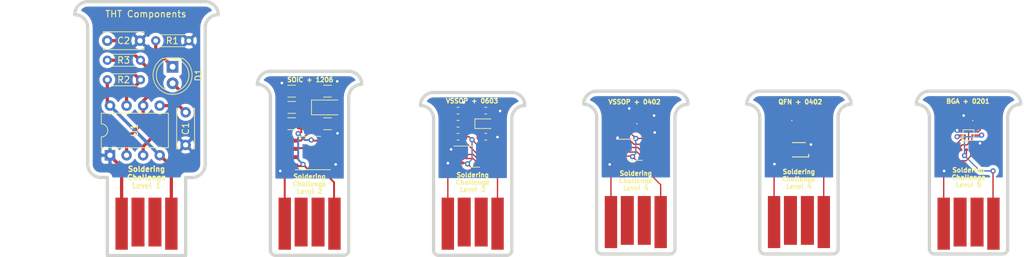
<source format=kicad_pcb>
(kicad_pcb (version 20171130) (host pcbnew 5.1.9-73d0e3b20d~88~ubuntu20.04.1)

  (general
    (thickness 1.6)
    (drawings 80)
    (tracks 308)
    (zones 0)
    (modules 46)
    (nets 42)
  )

  (page A4)
  (layers
    (0 F.Cu signal)
    (31 B.Cu signal)
    (32 B.Adhes user)
    (33 F.Adhes user)
    (34 B.Paste user)
    (35 F.Paste user)
    (36 B.SilkS user)
    (37 F.SilkS user)
    (38 B.Mask user)
    (39 F.Mask user)
    (40 Dwgs.User user)
    (41 Cmts.User user)
    (42 Eco1.User user)
    (43 Eco2.User user)
    (44 Edge.Cuts user)
    (45 Margin user)
    (46 B.CrtYd user)
    (47 F.CrtYd user)
    (48 B.Fab user)
    (49 F.Fab user)
  )

  (setup
    (last_trace_width 0.5)
    (user_trace_width 0.2)
    (user_trace_width 0.3)
    (user_trace_width 0.4)
    (user_trace_width 0.5)
    (user_trace_width 1)
    (trace_clearance 0.2)
    (zone_clearance 0.508)
    (zone_45_only no)
    (trace_min 0.2)
    (via_size 0.8)
    (via_drill 0.4)
    (via_min_size 0.4)
    (via_min_drill 0.3)
    (uvia_size 0.3)
    (uvia_drill 0.1)
    (uvias_allowed no)
    (uvia_min_size 0.2)
    (uvia_min_drill 0.1)
    (edge_width 0.5)
    (segment_width 0.2)
    (pcb_text_width 0.3)
    (pcb_text_size 1.5 1.5)
    (mod_edge_width 0.12)
    (mod_text_size 1 1)
    (mod_text_width 0.15)
    (pad_size 1.524 1.524)
    (pad_drill 0.762)
    (pad_to_mask_clearance 0)
    (aux_axis_origin 0 0)
    (visible_elements FFFFFF7F)
    (pcbplotparams
      (layerselection 0x010fc_ffffffff)
      (usegerberextensions false)
      (usegerberattributes true)
      (usegerberadvancedattributes true)
      (creategerberjobfile true)
      (excludeedgelayer true)
      (linewidth 0.100000)
      (plotframeref false)
      (viasonmask false)
      (mode 1)
      (useauxorigin false)
      (hpglpennumber 1)
      (hpglpenspeed 20)
      (hpglpendiameter 15.000000)
      (psnegative false)
      (psa4output false)
      (plotreference true)
      (plotvalue true)
      (plotinvisibletext false)
      (padsonsilk false)
      (subtractmaskfromsilk false)
      (outputformat 1)
      (mirror false)
      (drillshape 1)
      (scaleselection 1)
      (outputdirectory ""))
  )

  (net 0 "")
  (net 1 "Net-(C1-Pad1)")
  (net 2 "Net-(C2-Pad1)")
  (net 3 "Net-(D1-Pad2)")
  (net 4 "Net-(D1-Pad1)")
  (net 5 "Net-(R2-Pad2)")
  (net 6 "Net-(C3-Pad1)")
  (net 7 "Net-(C4-Pad1)")
  (net 8 "Net-(C5-Pad1)")
  (net 9 "Net-(C6-Pad1)")
  (net 10 "Net-(C7-Pad1)")
  (net 11 "Net-(C8-Pad1)")
  (net 12 "Net-(C9-Pad1)")
  (net 13 "Net-(C10-Pad1)")
  (net 14 "Net-(D2-Pad2)")
  (net 15 "Net-(D2-Pad1)")
  (net 16 "Net-(D3-Pad2)")
  (net 17 "Net-(D3-Pad1)")
  (net 18 "Net-(D4-Pad2)")
  (net 19 "Net-(D4-Pad1)")
  (net 20 "Net-(D5-Pad2)")
  (net 21 "Net-(D5-Pad1)")
  (net 22 "Net-(R5-Pad2)")
  (net 23 "Net-(R8-Pad2)")
  (net 24 "Net-(R11-Pad2)")
  (net 25 "Net-(R14-Pad2)")
  (net 26 "Net-(C11-Pad2)")
  (net 27 "Net-(C11-Pad1)")
  (net 28 "Net-(D6-Pad2)")
  (net 29 "Net-(R17-Pad2)")
  (net 30 "/Level 1 - THT/GND")
  (net 31 "/Level 2 - 1206/GND")
  (net 32 "/Level 1 - THT/VCC")
  (net 33 "/Level 2 - 1206/VCC")
  (net 34 "/Level 3 - 0603/GND")
  (net 35 "/Level 3 - 0603/VCC")
  (net 36 "/Level 4 - 0402/GND")
  (net 37 "/Level 4 - 0402/VCC")
  (net 38 "/Level 5 - 0201/GND")
  (net 39 "/Level 5 - 0201/VCC")
  (net 40 "/Level 4 alternative - 0402/GND")
  (net 41 "/Level 4 alternative - 0402/VCC")

  (net_class Default "This is the default net class."
    (clearance 0.2)
    (trace_width 0.25)
    (via_dia 0.8)
    (via_drill 0.4)
    (uvia_dia 0.3)
    (uvia_drill 0.1)
    (add_net "/Level 1 - THT/GND")
    (add_net "/Level 1 - THT/VCC")
    (add_net "/Level 2 - 1206/GND")
    (add_net "/Level 2 - 1206/VCC")
    (add_net "/Level 3 - 0603/GND")
    (add_net "/Level 3 - 0603/VCC")
    (add_net "/Level 4 - 0402/GND")
    (add_net "/Level 4 - 0402/VCC")
    (add_net "/Level 4 alternative - 0402/GND")
    (add_net "/Level 4 alternative - 0402/VCC")
    (add_net "/Level 5 - 0201/GND")
    (add_net "/Level 5 - 0201/VCC")
    (add_net "Net-(C1-Pad1)")
    (add_net "Net-(C10-Pad1)")
    (add_net "Net-(C11-Pad1)")
    (add_net "Net-(C11-Pad2)")
    (add_net "Net-(C2-Pad1)")
    (add_net "Net-(C3-Pad1)")
    (add_net "Net-(C4-Pad1)")
    (add_net "Net-(C5-Pad1)")
    (add_net "Net-(C6-Pad1)")
    (add_net "Net-(C7-Pad1)")
    (add_net "Net-(C8-Pad1)")
    (add_net "Net-(C9-Pad1)")
    (add_net "Net-(D1-Pad1)")
    (add_net "Net-(D1-Pad2)")
    (add_net "Net-(D2-Pad1)")
    (add_net "Net-(D2-Pad2)")
    (add_net "Net-(D3-Pad1)")
    (add_net "Net-(D3-Pad2)")
    (add_net "Net-(D4-Pad1)")
    (add_net "Net-(D4-Pad2)")
    (add_net "Net-(D5-Pad1)")
    (add_net "Net-(D5-Pad2)")
    (add_net "Net-(D6-Pad2)")
    (add_net "Net-(J10-Pad2)")
    (add_net "Net-(J10-Pad3)")
    (add_net "Net-(J10-Pad5)")
    (add_net "Net-(J12-Pad2)")
    (add_net "Net-(J12-Pad3)")
    (add_net "Net-(J12-Pad5)")
    (add_net "Net-(J2-Pad2)")
    (add_net "Net-(J2-Pad3)")
    (add_net "Net-(J2-Pad5)")
    (add_net "Net-(J4-Pad2)")
    (add_net "Net-(J4-Pad3)")
    (add_net "Net-(J4-Pad5)")
    (add_net "Net-(J6-Pad2)")
    (add_net "Net-(J6-Pad3)")
    (add_net "Net-(J6-Pad5)")
    (add_net "Net-(J8-Pad2)")
    (add_net "Net-(J8-Pad3)")
    (add_net "Net-(J8-Pad5)")
    (add_net "Net-(R11-Pad2)")
    (add_net "Net-(R14-Pad2)")
    (add_net "Net-(R17-Pad2)")
    (add_net "Net-(R2-Pad2)")
    (add_net "Net-(R5-Pad2)")
    (add_net "Net-(R8-Pad2)")
  )

  (module RoboCamp:UTDFN-10 (layer F.Cu) (tedit 600AAB29) (tstamp 600D0A91)
    (at 192 95.75 180)
    (path /60142645/6014632C)
    (attr smd)
    (fp_text reference U6 (at 0 2) (layer F.SilkS) hide
      (effects (font (size 1 1) (thickness 0.15)))
    )
    (fp_text value MIC1555-MU (at 0 -2) (layer F.Fab)
      (effects (font (size 1 1) (thickness 0.15)))
    )
    (fp_line (start -1 -0.6) (end -0.6 -1) (layer F.Fab) (width 0.12))
    (fp_line (start -1 -1) (end -1 1) (layer F.Fab) (width 0.12))
    (fp_line (start 1 1) (end -1 1) (layer F.Fab) (width 0.12))
    (fp_line (start 1 -1) (end 1 1) (layer F.Fab) (width 0.12))
    (fp_line (start -1 -1) (end 1 -1) (layer F.Fab) (width 0.12))
    (fp_line (start -1.5 -1.1) (end 1 -1.1) (layer F.SilkS) (width 0.15))
    (fp_line (start -1 1.1) (end 1 1.1) (layer F.SilkS) (width 0.15))
    (fp_line (start -1.5 -1.1) (end -1.5 -0.7) (layer F.SilkS) (width 0.15))
    (pad 6 smd rect (at 1.025 0.8 180) (size 0.6 0.2) (layers F.Cu F.Paste F.Mask)
      (net 40 "/Level 4 alternative - 0402/GND"))
    (pad 7 smd rect (at 1.025 0.4 180) (size 0.6 0.2) (layers F.Cu F.Paste F.Mask))
    (pad 8 smd rect (at 1.025 0 180) (size 0.6 0.2) (layers F.Cu F.Paste F.Mask)
      (net 26 "Net-(C11-Pad2)"))
    (pad 9 smd rect (at 1.025 -0.4 180) (size 0.6 0.2) (layers F.Cu F.Paste F.Mask))
    (pad 10 smd rect (at 1.025 -0.8 180) (size 0.6 0.2) (layers F.Cu F.Paste F.Mask)
      (net 29 "Net-(R17-Pad2)"))
    (pad 5 smd rect (at -1.025 0.8 180) (size 0.6 0.2) (layers F.Cu F.Paste F.Mask)
      (net 40 "/Level 4 alternative - 0402/GND"))
    (pad 4 smd rect (at -1.025 0.4 180) (size 0.6 0.2) (layers F.Cu F.Paste F.Mask))
    (pad 3 smd rect (at -1.025 0 180) (size 0.6 0.2) (layers F.Cu F.Paste F.Mask))
    (pad 2 smd rect (at -1.025 -0.4 180) (size 0.6 0.2) (layers F.Cu F.Paste F.Mask)
      (net 41 "/Level 4 alternative - 0402/VCC"))
    (pad 1 smd rect (at -1.025 -0.8 180) (size 0.6 0.2) (layers F.Cu F.Paste F.Mask)
      (net 41 "/Level 4 alternative - 0402/VCC"))
  )

  (module Resistor_SMD:R_0402_1005Metric (layer F.Cu) (tedit 5B301BBD) (tstamp 600D04CC)
    (at 192 90 180)
    (descr "Resistor SMD 0402 (1005 Metric), square (rectangular) end terminal, IPC_7351 nominal, (Body size source: http://www.tortai-tech.com/upload/download/2011102023233369053.pdf), generated with kicad-footprint-generator")
    (tags resistor)
    (path /60142645/6014B005)
    (attr smd)
    (fp_text reference R17 (at 0 -1.17) (layer F.SilkS) hide
      (effects (font (size 1 1) (thickness 0.15)))
    )
    (fp_text value 330R (at 0 1.17) (layer F.Fab)
      (effects (font (size 1 1) (thickness 0.15)))
    )
    (fp_text user %R (at 0 0) (layer F.Fab)
      (effects (font (size 0.25 0.25) (thickness 0.04)))
    )
    (fp_line (start -0.5 0.25) (end -0.5 -0.25) (layer F.Fab) (width 0.1))
    (fp_line (start -0.5 -0.25) (end 0.5 -0.25) (layer F.Fab) (width 0.1))
    (fp_line (start 0.5 -0.25) (end 0.5 0.25) (layer F.Fab) (width 0.1))
    (fp_line (start 0.5 0.25) (end -0.5 0.25) (layer F.Fab) (width 0.1))
    (fp_line (start -0.93 0.47) (end -0.93 -0.47) (layer F.CrtYd) (width 0.05))
    (fp_line (start -0.93 -0.47) (end 0.93 -0.47) (layer F.CrtYd) (width 0.05))
    (fp_line (start 0.93 -0.47) (end 0.93 0.47) (layer F.CrtYd) (width 0.05))
    (fp_line (start 0.93 0.47) (end -0.93 0.47) (layer F.CrtYd) (width 0.05))
    (pad 2 smd roundrect (at 0.485 0 180) (size 0.59 0.64) (layers F.Cu F.Paste F.Mask) (roundrect_rratio 0.25)
      (net 29 "Net-(R17-Pad2)"))
    (pad 1 smd roundrect (at -0.485 0 180) (size 0.59 0.64) (layers F.Cu F.Paste F.Mask) (roundrect_rratio 0.25)
      (net 28 "Net-(D6-Pad2)"))
    (model ${KISYS3DMOD}/Resistor_SMD.3dshapes/R_0402_1005Metric.wrl
      (at (xyz 0 0 0))
      (scale (xyz 1 1 1))
      (rotate (xyz 0 0 0))
    )
  )

  (module Resistor_SMD:R_0402_1005Metric (layer F.Cu) (tedit 5B301BBD) (tstamp 600D07AB)
    (at 192 93.75)
    (descr "Resistor SMD 0402 (1005 Metric), square (rectangular) end terminal, IPC_7351 nominal, (Body size source: http://www.tortai-tech.com/upload/download/2011102023233369053.pdf), generated with kicad-footprint-generator")
    (tags resistor)
    (path /60142645/601452FC)
    (attr smd)
    (fp_text reference R16 (at 0 -1.17) (layer F.SilkS) hide
      (effects (font (size 1 1) (thickness 0.15)))
    )
    (fp_text value 100k (at 0 1.17) (layer F.Fab)
      (effects (font (size 1 1) (thickness 0.15)))
    )
    (fp_text user %R (at 0 0) (layer F.Fab)
      (effects (font (size 0.25 0.25) (thickness 0.04)))
    )
    (fp_line (start -0.5 0.25) (end -0.5 -0.25) (layer F.Fab) (width 0.1))
    (fp_line (start -0.5 -0.25) (end 0.5 -0.25) (layer F.Fab) (width 0.1))
    (fp_line (start 0.5 -0.25) (end 0.5 0.25) (layer F.Fab) (width 0.1))
    (fp_line (start 0.5 0.25) (end -0.5 0.25) (layer F.Fab) (width 0.1))
    (fp_line (start -0.93 0.47) (end -0.93 -0.47) (layer F.CrtYd) (width 0.05))
    (fp_line (start -0.93 -0.47) (end 0.93 -0.47) (layer F.CrtYd) (width 0.05))
    (fp_line (start 0.93 -0.47) (end 0.93 0.47) (layer F.CrtYd) (width 0.05))
    (fp_line (start 0.93 0.47) (end -0.93 0.47) (layer F.CrtYd) (width 0.05))
    (pad 2 smd roundrect (at 0.485 0) (size 0.59 0.64) (layers F.Cu F.Paste F.Mask) (roundrect_rratio 0.25)
      (net 27 "Net-(C11-Pad1)"))
    (pad 1 smd roundrect (at -0.485 0) (size 0.59 0.64) (layers F.Cu F.Paste F.Mask) (roundrect_rratio 0.25)
      (net 40 "/Level 4 alternative - 0402/GND"))
    (model ${KISYS3DMOD}/Resistor_SMD.3dshapes/R_0402_1005Metric.wrl
      (at (xyz 0 0 0))
      (scale (xyz 1 1 1))
      (rotate (xyz 0 0 0))
    )
  )

  (module RoboCamp:usb-PCB (layer F.Cu) (tedit 600AD8B5) (tstamp 600D0396)
    (at 192 111.75)
    (path /60142645/60145332)
    (attr virtual)
    (fp_text reference J12 (at 0.13 -7.85) (layer F.SilkS) hide
      (effects (font (size 1.5 1.5) (thickness 0.15)))
    )
    (fp_text value USB_A (at 0.29 -10.13) (layer F.SilkS) hide
      (effects (font (size 1.5 1.5) (thickness 0.15)))
    )
    (fp_line (start 6.03 0) (end 6.03 -12) (layer Dwgs.User) (width 0.15))
    (fp_line (start 6.03 0) (end -6.03 0) (layer Dwgs.User) (width 0.15))
    (fp_line (start -6.03 0) (end -6.03 -12) (layer Dwgs.User) (width 0.15))
    (pad 2 connect rect (at 1.3 -5.15) (size 2 7.5) (layers F.Cu F.Mask))
    (pad 3 connect rect (at -1.3 -5.15) (size 2 7.5) (layers F.Cu F.Mask))
    (pad 4 connect rect (at -3.81 -4.9) (size 1.9 8) (layers F.Cu F.Mask)
      (net 40 "/Level 4 alternative - 0402/GND"))
    (pad 1 connect rect (at 3.81 -4.9) (size 1.9 8) (layers F.Cu F.Mask)
      (net 41 "/Level 4 alternative - 0402/VCC"))
  )

  (module LED_SMD:LED_0402_1005Metric (layer F.Cu) (tedit 5B301BBE) (tstamp 600D08CB)
    (at 192 91.25)
    (descr "LED SMD 0402 (1005 Metric), square (rectangular) end terminal, IPC_7351 nominal, (Body size source: http://www.tortai-tech.com/upload/download/2011102023233369053.pdf), generated with kicad-footprint-generator")
    (tags LED)
    (path /60142645/6014B448)
    (attr smd)
    (fp_text reference D6 (at 0 -1.17) (layer F.SilkS) hide
      (effects (font (size 1 1) (thickness 0.15)))
    )
    (fp_text value LED (at 0 1.17) (layer F.Fab)
      (effects (font (size 1 1) (thickness 0.15)))
    )
    (fp_text user %R (at 0 0) (layer F.Fab)
      (effects (font (size 0.25 0.25) (thickness 0.04)))
    )
    (fp_circle (center -1.09 0) (end -1.04 0) (layer F.SilkS) (width 0.1))
    (fp_line (start -0.5 0.25) (end -0.5 -0.25) (layer F.Fab) (width 0.1))
    (fp_line (start -0.5 -0.25) (end 0.5 -0.25) (layer F.Fab) (width 0.1))
    (fp_line (start 0.5 -0.25) (end 0.5 0.25) (layer F.Fab) (width 0.1))
    (fp_line (start 0.5 0.25) (end -0.5 0.25) (layer F.Fab) (width 0.1))
    (fp_line (start -0.4 0.25) (end -0.4 -0.25) (layer F.Fab) (width 0.1))
    (fp_line (start -0.3 0.25) (end -0.3 -0.25) (layer F.Fab) (width 0.1))
    (fp_line (start -0.93 0.47) (end -0.93 -0.47) (layer F.CrtYd) (width 0.05))
    (fp_line (start -0.93 -0.47) (end 0.93 -0.47) (layer F.CrtYd) (width 0.05))
    (fp_line (start 0.93 -0.47) (end 0.93 0.47) (layer F.CrtYd) (width 0.05))
    (fp_line (start 0.93 0.47) (end -0.93 0.47) (layer F.CrtYd) (width 0.05))
    (pad 2 smd roundrect (at 0.485 0) (size 0.59 0.64) (layers F.Cu F.Paste F.Mask) (roundrect_rratio 0.25)
      (net 28 "Net-(D6-Pad2)"))
    (pad 1 smd roundrect (at -0.485 0) (size 0.59 0.64) (layers F.Cu F.Paste F.Mask) (roundrect_rratio 0.25)
      (net 26 "Net-(C11-Pad2)"))
    (model ${KISYS3DMOD}/LED_SMD.3dshapes/LED_0402_1005Metric.wrl
      (at (xyz 0 0 0))
      (scale (xyz 1 1 1))
      (rotate (xyz 0 0 0))
    )
  )

  (module Capacitor_SMD:C_0402_1005Metric (layer F.Cu) (tedit 5B301BBE) (tstamp 600D04A2)
    (at 192 92.5 180)
    (descr "Capacitor SMD 0402 (1005 Metric), square (rectangular) end terminal, IPC_7351 nominal, (Body size source: http://www.tortai-tech.com/upload/download/2011102023233369053.pdf), generated with kicad-footprint-generator")
    (tags capacitor)
    (path /60142645/6014531A)
    (attr smd)
    (fp_text reference C11 (at 0 -1.17) (layer F.SilkS) hide
      (effects (font (size 1 1) (thickness 0.15)))
    )
    (fp_text value 100n (at 0 1.17) (layer F.Fab)
      (effects (font (size 1 1) (thickness 0.15)))
    )
    (fp_text user %R (at 0 0) (layer F.Fab)
      (effects (font (size 0.25 0.25) (thickness 0.04)))
    )
    (fp_line (start -0.5 0.25) (end -0.5 -0.25) (layer F.Fab) (width 0.1))
    (fp_line (start -0.5 -0.25) (end 0.5 -0.25) (layer F.Fab) (width 0.1))
    (fp_line (start 0.5 -0.25) (end 0.5 0.25) (layer F.Fab) (width 0.1))
    (fp_line (start 0.5 0.25) (end -0.5 0.25) (layer F.Fab) (width 0.1))
    (fp_line (start -0.93 0.47) (end -0.93 -0.47) (layer F.CrtYd) (width 0.05))
    (fp_line (start -0.93 -0.47) (end 0.93 -0.47) (layer F.CrtYd) (width 0.05))
    (fp_line (start 0.93 -0.47) (end 0.93 0.47) (layer F.CrtYd) (width 0.05))
    (fp_line (start 0.93 0.47) (end -0.93 0.47) (layer F.CrtYd) (width 0.05))
    (pad 2 smd roundrect (at 0.485 0 180) (size 0.59 0.64) (layers F.Cu F.Paste F.Mask) (roundrect_rratio 0.25)
      (net 26 "Net-(C11-Pad2)"))
    (pad 1 smd roundrect (at -0.485 0 180) (size 0.59 0.64) (layers F.Cu F.Paste F.Mask) (roundrect_rratio 0.25)
      (net 27 "Net-(C11-Pad1)"))
    (model ${KISYS3DMOD}/Capacitor_SMD.3dshapes/C_0402_1005Metric.wrl
      (at (xyz 0 0 0))
      (scale (xyz 1 1 1))
      (rotate (xyz 0 0 0))
    )
  )

  (module Package_SO:VSSOP-8_3.0x3.0mm_P0.65mm (layer F.Cu) (tedit 5A02F25C) (tstamp 600D043C)
    (at 167 95.75)
    (descr "VSSOP-8 3.0 x 3.0, http://www.ti.com/lit/ds/symlink/lm75b.pdf")
    (tags "VSSOP-8 3.0 x 3.0")
    (path /600FF0C1/6011E0EB)
    (attr smd)
    (fp_text reference U4 (at 0 -2.5 180) (layer F.SilkS) hide
      (effects (font (size 1 1) (thickness 0.15)))
    )
    (fp_text value LMC555xMM (at 0.02 2.73) (layer F.Fab)
      (effects (font (size 1 1) (thickness 0.15)))
    )
    (fp_text user %R (at 0 0) (layer F.Fab)
      (effects (font (size 0.5 0.5) (thickness 0.1)))
    )
    (fp_line (start -3.48 -1.75) (end 3.48 -1.75) (layer F.CrtYd) (width 0.05))
    (fp_line (start -3.48 1.75) (end -3.48 -1.75) (layer F.CrtYd) (width 0.05))
    (fp_line (start 3.48 1.75) (end -3.48 1.75) (layer F.CrtYd) (width 0.05))
    (fp_line (start 3.48 -1.75) (end 3.48 1.75) (layer F.CrtYd) (width 0.05))
    (fp_line (start 1 1.62) (end -1 1.62) (layer F.SilkS) (width 0.12))
    (fp_line (start 0 -1.62) (end -3 -1.62) (layer F.SilkS) (width 0.12))
    (fp_line (start -0.5 -1.5) (end -1.5 -0.5) (layer F.Fab) (width 0.1))
    (fp_line (start -0.5 -1.5) (end 1.5 -1.5) (layer F.Fab) (width 0.1))
    (fp_line (start -1.5 1.5) (end -1.5 -0.5) (layer F.Fab) (width 0.1))
    (fp_line (start 1.5 1.5) (end -1.5 1.5) (layer F.Fab) (width 0.1))
    (fp_line (start 1.5 -1.5) (end 1.5 1.5) (layer F.Fab) (width 0.1))
    (pad 8 smd rect (at 2.2 -0.975 270) (size 0.45 1.45) (layers F.Cu F.Paste F.Mask)
      (net 37 "/Level 4 - 0402/VCC"))
    (pad 7 smd rect (at 2.2 -0.325 270) (size 0.45 1.45) (layers F.Cu F.Paste F.Mask)
      (net 24 "Net-(R11-Pad2)"))
    (pad 6 smd rect (at 2.2 0.325 270) (size 0.45 1.45) (layers F.Cu F.Paste F.Mask)
      (net 11 "Net-(C8-Pad1)"))
    (pad 5 smd rect (at 2.2 0.975 270) (size 0.45 1.45) (layers F.Cu F.Paste F.Mask)
      (net 10 "Net-(C7-Pad1)"))
    (pad 4 smd rect (at -2.2 0.975 270) (size 0.45 1.45) (layers F.Cu F.Paste F.Mask)
      (net 37 "/Level 4 - 0402/VCC"))
    (pad 3 smd rect (at -2.2 0.325 270) (size 0.45 1.45) (layers F.Cu F.Paste F.Mask)
      (net 18 "Net-(D4-Pad2)"))
    (pad 2 smd rect (at -2.2 -0.325 270) (size 0.45 1.45) (layers F.Cu F.Paste F.Mask)
      (net 11 "Net-(C8-Pad1)"))
    (pad 1 smd rect (at -2.2 -0.975 270) (size 0.45 1.45) (layers F.Cu F.Paste F.Mask)
      (net 36 "/Level 4 - 0402/GND"))
    (model ${KISYS3DMOD}/Package_SO.3dshapes/VSSOP-8_3.0x3.0mm_P0.65mm.wrl
      (at (xyz 0 0 0))
      (scale (xyz 1 1 1))
      (rotate (xyz 0 0 0))
    )
  )

  (module Package_BGA:Texas_DSBGA-8_1.43x1.41mm_Layout3x3_P0.5mm (layer F.Cu) (tedit 5A0AA1EB) (tstamp 600D0757)
    (at 218 93.5 90)
    (descr "Texas Instruments, DSBGA, 1.43x1.41mm, 8 bump 3x3 (perimeter) array, NSMD pad definition (http://www.ti.com/lit/ds/symlink/lmc555.pdf, http://www.ti.com/lit/an/snva009ag/snva009ag.pdf)")
    (tags "Texas Instruments DSBGA BGA YZP R-XBGA-N8")
    (path /600FF353/6011669C)
    (solder_mask_margin 0.05)
    (attr smd)
    (fp_text reference U5 (at 0 -2 90) (layer F.SilkS) hide
      (effects (font (size 1 1) (thickness 0.15)))
    )
    (fp_text value LMC555xTP (at 0 2 90) (layer F.Fab)
      (effects (font (size 1 1) (thickness 0.15)))
    )
    (fp_text user %R (at 0 0 90) (layer F.Fab)
      (effects (font (size 0.3 0.3) (thickness 0.04)))
    )
    (fp_line (start -0.705 -0.215) (end -0.205 -0.715) (layer F.Fab) (width 0.1))
    (fp_line (start -1.71 -1.72) (end -1.71 1.72) (layer F.CrtYd) (width 0.05))
    (fp_line (start 1.71 -1.72) (end -1.71 -1.72) (layer F.CrtYd) (width 0.05))
    (fp_line (start 1.71 1.72) (end 1.71 -1.72) (layer F.CrtYd) (width 0.05))
    (fp_line (start -1.71 1.72) (end 1.71 1.72) (layer F.CrtYd) (width 0.05))
    (fp_line (start -0.8 -0.825) (end -0.8 0.8) (layer F.SilkS) (width 0.12))
    (fp_line (start -0.775 -0.825) (end 0.815 -0.825) (layer F.SilkS) (width 0.12))
    (fp_line (start 0.815 0.825) (end -0.8 0.825) (layer F.SilkS) (width 0.12))
    (fp_line (start -0.705 -0.215) (end -0.705 0.715) (layer F.Fab) (width 0.1))
    (fp_line (start 0.705 -0.715) (end -0.205 -0.715) (layer F.Fab) (width 0.1))
    (fp_line (start 0.705 0.715) (end 0.705 -0.715) (layer F.Fab) (width 0.1))
    (fp_line (start -0.705 0.715) (end 0.705 0.715) (layer F.Fab) (width 0.1))
    (fp_line (start 0.825 -0.825) (end 0.825 0.825) (layer F.SilkS) (width 0.12))
    (fp_line (start 0 -1.025) (end -1 -1.025) (layer F.SilkS) (width 0.12))
    (fp_line (start -1 -1.025) (end -1 -0.025) (layer F.SilkS) (width 0.12))
    (pad "" smd rect (at 0.5 0.5 90) (size 0.3 0.3) (layers F.Paste))
    (pad "" smd rect (at 0 0.5 90) (size 0.3 0.3) (layers F.Paste))
    (pad "" smd rect (at -0.5 0.5 90) (size 0.3 0.3) (layers F.Paste))
    (pad "" smd rect (at 0.5 0 90) (size 0.3 0.3) (layers F.Paste))
    (pad "" smd rect (at -0.5 0 90) (size 0.3 0.3) (layers F.Paste))
    (pad "" smd rect (at 0.5 -0.5 90) (size 0.3 0.3) (layers F.Paste))
    (pad "" smd rect (at 0 -0.5 90) (size 0.3 0.3) (layers F.Paste))
    (pad "" smd rect (at -0.5 -0.5 90) (size 0.3 0.3) (layers F.Paste))
    (pad A2 smd circle (at 0 -0.5 90) (size 0.165 0.165) (layers F.Cu F.Mask)
      (net 39 "/Level 5 - 0201/VCC"))
    (pad A1 smd circle (at -0.5 -0.5 90) (size 0.165 0.165) (layers F.Cu F.Mask)
      (net 25 "Net-(R14-Pad2)"))
    (pad B1 smd circle (at -0.5 0 90) (size 0.165 0.165) (layers F.Cu F.Mask)
      (net 13 "Net-(C10-Pad1)"))
    (pad A3 smd circle (at 0.5 -0.5 90) (size 0.165 0.165) (layers F.Cu F.Mask)
      (net 38 "/Level 5 - 0201/GND"))
    (pad C3 smd circle (at 0.5 0.5 90) (size 0.165 0.165) (layers F.Cu F.Mask)
      (net 20 "Net-(D5-Pad2)"))
    (pad C1 smd circle (at -0.5 0.5 90) (size 0.165 0.165) (layers F.Cu F.Mask)
      (net 12 "Net-(C9-Pad1)"))
    (pad C2 smd circle (at 0 0.5 90) (size 0.165 0.165) (layers F.Cu F.Mask)
      (net 39 "/Level 5 - 0201/VCC"))
    (pad B3 smd circle (at 0.5 0 90) (size 0.165 0.165) (layers F.Cu F.Paste F.Mask)
      (net 13 "Net-(C10-Pad1)"))
    (model ${KISYS3DMOD}/Package_BGA.3dshapes/Texas_DSBGA-8_1.43x1.41mm_Layout3x3_P0.5mm.wrl
      (at (xyz 0 0 0))
      (scale (xyz 1 1 1))
      (rotate (xyz 0 0 0))
    )
  )

  (module Package_SO:VSSOP-8_3.0x3.0mm_P0.65mm (layer F.Cu) (tedit 5A02F25C) (tstamp 600D05C5)
    (at 142.1 96.8)
    (descr "VSSOP-8 3.0 x 3.0, http://www.ti.com/lit/ds/symlink/lm75b.pdf")
    (tags "VSSOP-8 3.0 x 3.0")
    (path /600FD428/6010C318)
    (attr smd)
    (fp_text reference U3 (at 0 -2.5) (layer F.SilkS) hide
      (effects (font (size 1 1) (thickness 0.15)))
    )
    (fp_text value LMC555xMM (at 0.02 2.73) (layer F.Fab)
      (effects (font (size 1 1) (thickness 0.15)))
    )
    (fp_text user %R (at 0 0) (layer F.Fab)
      (effects (font (size 0.5 0.5) (thickness 0.1)))
    )
    (fp_line (start -3.48 -1.75) (end 3.48 -1.75) (layer F.CrtYd) (width 0.05))
    (fp_line (start -3.48 1.75) (end -3.48 -1.75) (layer F.CrtYd) (width 0.05))
    (fp_line (start 3.48 1.75) (end -3.48 1.75) (layer F.CrtYd) (width 0.05))
    (fp_line (start 3.48 -1.75) (end 3.48 1.75) (layer F.CrtYd) (width 0.05))
    (fp_line (start 1 1.62) (end -1 1.62) (layer F.SilkS) (width 0.12))
    (fp_line (start 0 -1.62) (end -3 -1.62) (layer F.SilkS) (width 0.12))
    (fp_line (start -0.5 -1.5) (end -1.5 -0.5) (layer F.Fab) (width 0.1))
    (fp_line (start -0.5 -1.5) (end 1.5 -1.5) (layer F.Fab) (width 0.1))
    (fp_line (start -1.5 1.5) (end -1.5 -0.5) (layer F.Fab) (width 0.1))
    (fp_line (start 1.5 1.5) (end -1.5 1.5) (layer F.Fab) (width 0.1))
    (fp_line (start 1.5 -1.5) (end 1.5 1.5) (layer F.Fab) (width 0.1))
    (pad 8 smd rect (at 2.2 -0.975 270) (size 0.45 1.45) (layers F.Cu F.Paste F.Mask)
      (net 35 "/Level 3 - 0603/VCC"))
    (pad 7 smd rect (at 2.2 -0.325 270) (size 0.45 1.45) (layers F.Cu F.Paste F.Mask)
      (net 23 "Net-(R8-Pad2)"))
    (pad 6 smd rect (at 2.2 0.325 270) (size 0.45 1.45) (layers F.Cu F.Paste F.Mask)
      (net 9 "Net-(C6-Pad1)"))
    (pad 5 smd rect (at 2.2 0.975 270) (size 0.45 1.45) (layers F.Cu F.Paste F.Mask)
      (net 8 "Net-(C5-Pad1)"))
    (pad 4 smd rect (at -2.2 0.975 270) (size 0.45 1.45) (layers F.Cu F.Paste F.Mask)
      (net 35 "/Level 3 - 0603/VCC"))
    (pad 3 smd rect (at -2.2 0.325 270) (size 0.45 1.45) (layers F.Cu F.Paste F.Mask)
      (net 16 "Net-(D3-Pad2)"))
    (pad 2 smd rect (at -2.2 -0.325 270) (size 0.45 1.45) (layers F.Cu F.Paste F.Mask)
      (net 9 "Net-(C6-Pad1)"))
    (pad 1 smd rect (at -2.2 -0.975 270) (size 0.45 1.45) (layers F.Cu F.Paste F.Mask)
      (net 34 "/Level 3 - 0603/GND"))
    (model ${KISYS3DMOD}/Package_SO.3dshapes/VSSOP-8_3.0x3.0mm_P0.65mm.wrl
      (at (xyz 0 0 0))
      (scale (xyz 1 1 1))
      (rotate (xyz 0 0 0))
    )
  )

  (module Package_SO:SOIC-8_3.9x4.9mm_P1.27mm (layer F.Cu) (tedit 5D9F72B1) (tstamp 600D035A)
    (at 116.75 96.25 180)
    (descr "SOIC, 8 Pin (JEDEC MS-012AA, https://www.analog.com/media/en/package-pcb-resources/package/pkg_pdf/soic_narrow-r/r_8.pdf), generated with kicad-footprint-generator ipc_gullwing_generator.py")
    (tags "SOIC SO")
    (path /600FB290/60105C46)
    (attr smd)
    (fp_text reference U2 (at 0 -3.4) (layer F.SilkS) hide
      (effects (font (size 1 1) (thickness 0.15)))
    )
    (fp_text value LMC555xM (at 0 3.4) (layer F.Fab)
      (effects (font (size 1 1) (thickness 0.15)))
    )
    (fp_text user %R (at 0 0) (layer F.Fab)
      (effects (font (size 0.98 0.98) (thickness 0.15)))
    )
    (fp_line (start 0 2.56) (end 1.95 2.56) (layer F.SilkS) (width 0.12))
    (fp_line (start 0 2.56) (end -1.95 2.56) (layer F.SilkS) (width 0.12))
    (fp_line (start 0 -2.56) (end 1.95 -2.56) (layer F.SilkS) (width 0.12))
    (fp_line (start 0 -2.56) (end -3.45 -2.56) (layer F.SilkS) (width 0.12))
    (fp_line (start -0.975 -2.45) (end 1.95 -2.45) (layer F.Fab) (width 0.1))
    (fp_line (start 1.95 -2.45) (end 1.95 2.45) (layer F.Fab) (width 0.1))
    (fp_line (start 1.95 2.45) (end -1.95 2.45) (layer F.Fab) (width 0.1))
    (fp_line (start -1.95 2.45) (end -1.95 -1.475) (layer F.Fab) (width 0.1))
    (fp_line (start -1.95 -1.475) (end -0.975 -2.45) (layer F.Fab) (width 0.1))
    (fp_line (start -3.7 -2.7) (end -3.7 2.7) (layer F.CrtYd) (width 0.05))
    (fp_line (start -3.7 2.7) (end 3.7 2.7) (layer F.CrtYd) (width 0.05))
    (fp_line (start 3.7 2.7) (end 3.7 -2.7) (layer F.CrtYd) (width 0.05))
    (fp_line (start 3.7 -2.7) (end -3.7 -2.7) (layer F.CrtYd) (width 0.05))
    (pad 8 smd roundrect (at 2.475 -1.905 180) (size 1.95 0.6) (layers F.Cu F.Paste F.Mask) (roundrect_rratio 0.25)
      (net 33 "/Level 2 - 1206/VCC"))
    (pad 7 smd roundrect (at 2.475 -0.635 180) (size 1.95 0.6) (layers F.Cu F.Paste F.Mask) (roundrect_rratio 0.25)
      (net 22 "Net-(R5-Pad2)"))
    (pad 6 smd roundrect (at 2.475 0.635 180) (size 1.95 0.6) (layers F.Cu F.Paste F.Mask) (roundrect_rratio 0.25)
      (net 7 "Net-(C4-Pad1)"))
    (pad 5 smd roundrect (at 2.475 1.905 180) (size 1.95 0.6) (layers F.Cu F.Paste F.Mask) (roundrect_rratio 0.25)
      (net 6 "Net-(C3-Pad1)"))
    (pad 4 smd roundrect (at -2.475 1.905 180) (size 1.95 0.6) (layers F.Cu F.Paste F.Mask) (roundrect_rratio 0.25)
      (net 33 "/Level 2 - 1206/VCC"))
    (pad 3 smd roundrect (at -2.475 0.635 180) (size 1.95 0.6) (layers F.Cu F.Paste F.Mask) (roundrect_rratio 0.25)
      (net 14 "Net-(D2-Pad2)"))
    (pad 2 smd roundrect (at -2.475 -0.635 180) (size 1.95 0.6) (layers F.Cu F.Paste F.Mask) (roundrect_rratio 0.25)
      (net 7 "Net-(C4-Pad1)"))
    (pad 1 smd roundrect (at -2.475 -1.905 180) (size 1.95 0.6) (layers F.Cu F.Paste F.Mask) (roundrect_rratio 0.25)
      (net 31 "/Level 2 - 1206/GND"))
    (model ${KISYS3DMOD}/Package_SO.3dshapes/SOIC-8_3.9x4.9mm_P1.27mm.wrl
      (at (xyz 0 0 0))
      (scale (xyz 1 1 1))
      (rotate (xyz 0 0 0))
    )
  )

  (module Package_DIP:DIP-8_W7.62mm (layer F.Cu) (tedit 5A02E8C5) (tstamp 600D07E2)
    (at 86.4054 96.594 90)
    (descr "8-lead though-hole mounted DIP package, row spacing 7.62 mm (300 mils)")
    (tags "THT DIP DIL PDIP 2.54mm 7.62mm 300mil")
    (path /600F28F2/600F9A49)
    (fp_text reference U1 (at 3.81 3.75 90) (layer F.SilkS)
      (effects (font (size 1 1) (thickness 0.15)))
    )
    (fp_text value LM555xN (at 3.81 9.95 90) (layer F.Fab)
      (effects (font (size 1 1) (thickness 0.15)))
    )
    (fp_text user %R (at 3.81 3.81 90) (layer F.Fab)
      (effects (font (size 1 1) (thickness 0.15)))
    )
    (fp_arc (start 3.81 -1.33) (end 2.81 -1.33) (angle -180) (layer F.SilkS) (width 0.12))
    (fp_line (start 1.635 -1.27) (end 6.985 -1.27) (layer F.Fab) (width 0.1))
    (fp_line (start 6.985 -1.27) (end 6.985 8.89) (layer F.Fab) (width 0.1))
    (fp_line (start 6.985 8.89) (end 0.635 8.89) (layer F.Fab) (width 0.1))
    (fp_line (start 0.635 8.89) (end 0.635 -0.27) (layer F.Fab) (width 0.1))
    (fp_line (start 0.635 -0.27) (end 1.635 -1.27) (layer F.Fab) (width 0.1))
    (fp_line (start 2.81 -1.33) (end 1.16 -1.33) (layer F.SilkS) (width 0.12))
    (fp_line (start 1.16 -1.33) (end 1.16 8.95) (layer F.SilkS) (width 0.12))
    (fp_line (start 1.16 8.95) (end 6.46 8.95) (layer F.SilkS) (width 0.12))
    (fp_line (start 6.46 8.95) (end 6.46 -1.33) (layer F.SilkS) (width 0.12))
    (fp_line (start 6.46 -1.33) (end 4.81 -1.33) (layer F.SilkS) (width 0.12))
    (fp_line (start -1.1 -1.55) (end -1.1 9.15) (layer F.CrtYd) (width 0.05))
    (fp_line (start -1.1 9.15) (end 8.7 9.15) (layer F.CrtYd) (width 0.05))
    (fp_line (start 8.7 9.15) (end 8.7 -1.55) (layer F.CrtYd) (width 0.05))
    (fp_line (start 8.7 -1.55) (end -1.1 -1.55) (layer F.CrtYd) (width 0.05))
    (pad 8 thru_hole oval (at 7.62 0 90) (size 1.6 1.6) (drill 0.8) (layers *.Cu *.Mask)
      (net 32 "/Level 1 - THT/VCC"))
    (pad 4 thru_hole oval (at 0 7.62 90) (size 1.6 1.6) (drill 0.8) (layers *.Cu *.Mask)
      (net 32 "/Level 1 - THT/VCC"))
    (pad 7 thru_hole oval (at 7.62 2.54 90) (size 1.6 1.6) (drill 0.8) (layers *.Cu *.Mask)
      (net 5 "Net-(R2-Pad2)"))
    (pad 3 thru_hole oval (at 0 5.08 90) (size 1.6 1.6) (drill 0.8) (layers *.Cu *.Mask)
      (net 3 "Net-(D1-Pad2)"))
    (pad 6 thru_hole oval (at 7.62 5.08 90) (size 1.6 1.6) (drill 0.8) (layers *.Cu *.Mask)
      (net 2 "Net-(C2-Pad1)"))
    (pad 2 thru_hole oval (at 0 2.54 90) (size 1.6 1.6) (drill 0.8) (layers *.Cu *.Mask)
      (net 2 "Net-(C2-Pad1)"))
    (pad 5 thru_hole oval (at 7.62 7.62 90) (size 1.6 1.6) (drill 0.8) (layers *.Cu *.Mask)
      (net 1 "Net-(C1-Pad1)"))
    (pad 1 thru_hole rect (at 0 0 90) (size 1.6 1.6) (drill 0.8) (layers *.Cu *.Mask)
      (net 30 "/Level 1 - THT/GND"))
    (model ${KISYS3DMOD}/Package_DIP.3dshapes/DIP-8_W7.62mm.wrl
      (at (xyz 0 0 0))
      (scale (xyz 1 1 1))
      (rotate (xyz 0 0 0))
    )
  )

  (module Resistor_SMD:R_0201_0603Metric (layer F.Cu) (tedit 5B301BBD) (tstamp 600D0AF8)
    (at 216.5 95.75)
    (descr "Resistor SMD 0201 (0603 Metric), square (rectangular) end terminal, IPC_7351 nominal, (Body size source: https://www.vishay.com/docs/20052/crcw0201e3.pdf), generated with kicad-footprint-generator")
    (tags resistor)
    (path /600FF353/60100665)
    (attr smd)
    (fp_text reference R15 (at 0 -1.05) (layer F.SilkS) hide
      (effects (font (size 1 1) (thickness 0.15)))
    )
    (fp_text value 100k (at 0 1.05) (layer F.Fab)
      (effects (font (size 1 1) (thickness 0.15)))
    )
    (fp_text user %R (at 0 -0.68) (layer F.Fab)
      (effects (font (size 0.25 0.25) (thickness 0.04)))
    )
    (fp_line (start -0.3 0.15) (end -0.3 -0.15) (layer F.Fab) (width 0.1))
    (fp_line (start -0.3 -0.15) (end 0.3 -0.15) (layer F.Fab) (width 0.1))
    (fp_line (start 0.3 -0.15) (end 0.3 0.15) (layer F.Fab) (width 0.1))
    (fp_line (start 0.3 0.15) (end -0.3 0.15) (layer F.Fab) (width 0.1))
    (fp_line (start -0.7 0.35) (end -0.7 -0.35) (layer F.CrtYd) (width 0.05))
    (fp_line (start -0.7 -0.35) (end 0.7 -0.35) (layer F.CrtYd) (width 0.05))
    (fp_line (start 0.7 -0.35) (end 0.7 0.35) (layer F.CrtYd) (width 0.05))
    (fp_line (start 0.7 0.35) (end -0.7 0.35) (layer F.CrtYd) (width 0.05))
    (pad 2 smd roundrect (at 0.32 0) (size 0.46 0.4) (layers F.Cu F.Mask) (roundrect_rratio 0.25)
      (net 13 "Net-(C10-Pad1)"))
    (pad 1 smd roundrect (at -0.32 0) (size 0.46 0.4) (layers F.Cu F.Mask) (roundrect_rratio 0.25)
      (net 25 "Net-(R14-Pad2)"))
    (pad "" smd roundrect (at 0.345 0) (size 0.318 0.36) (layers F.Paste) (roundrect_rratio 0.25))
    (pad "" smd roundrect (at -0.345 0) (size 0.318 0.36) (layers F.Paste) (roundrect_rratio 0.25))
    (model ${KISYS3DMOD}/Resistor_SMD.3dshapes/R_0201_0603Metric.wrl
      (at (xyz 0 0 0))
      (scale (xyz 1 1 1))
      (rotate (xyz 0 0 0))
    )
  )

  (module Resistor_SMD:R_0201_0603Metric (layer F.Cu) (tedit 5B301BBD) (tstamp 600D089A)
    (at 218 95.75)
    (descr "Resistor SMD 0201 (0603 Metric), square (rectangular) end terminal, IPC_7351 nominal, (Body size source: https://www.vishay.com/docs/20052/crcw0201e3.pdf), generated with kicad-footprint-generator")
    (tags resistor)
    (path /600FF353/60100672)
    (attr smd)
    (fp_text reference R14 (at 0 -1.05) (layer F.SilkS) hide
      (effects (font (size 1 1) (thickness 0.15)))
    )
    (fp_text value 10k (at 0 1.05) (layer F.Fab)
      (effects (font (size 1 1) (thickness 0.15)))
    )
    (fp_text user %R (at 0 -0.68) (layer F.Fab)
      (effects (font (size 0.25 0.25) (thickness 0.04)))
    )
    (fp_line (start -0.3 0.15) (end -0.3 -0.15) (layer F.Fab) (width 0.1))
    (fp_line (start -0.3 -0.15) (end 0.3 -0.15) (layer F.Fab) (width 0.1))
    (fp_line (start 0.3 -0.15) (end 0.3 0.15) (layer F.Fab) (width 0.1))
    (fp_line (start 0.3 0.15) (end -0.3 0.15) (layer F.Fab) (width 0.1))
    (fp_line (start -0.7 0.35) (end -0.7 -0.35) (layer F.CrtYd) (width 0.05))
    (fp_line (start -0.7 -0.35) (end 0.7 -0.35) (layer F.CrtYd) (width 0.05))
    (fp_line (start 0.7 -0.35) (end 0.7 0.35) (layer F.CrtYd) (width 0.05))
    (fp_line (start 0.7 0.35) (end -0.7 0.35) (layer F.CrtYd) (width 0.05))
    (pad 2 smd roundrect (at 0.32 0) (size 0.46 0.4) (layers F.Cu F.Mask) (roundrect_rratio 0.25)
      (net 25 "Net-(R14-Pad2)"))
    (pad 1 smd roundrect (at -0.32 0) (size 0.46 0.4) (layers F.Cu F.Mask) (roundrect_rratio 0.25)
      (net 39 "/Level 5 - 0201/VCC"))
    (pad "" smd roundrect (at 0.345 0) (size 0.318 0.36) (layers F.Paste) (roundrect_rratio 0.25))
    (pad "" smd roundrect (at -0.345 0) (size 0.318 0.36) (layers F.Paste) (roundrect_rratio 0.25))
    (model ${KISYS3DMOD}/Resistor_SMD.3dshapes/R_0201_0603Metric.wrl
      (at (xyz 0 0 0))
      (scale (xyz 1 1 1))
      (rotate (xyz 0 0 0))
    )
  )

  (module Resistor_SMD:R_0201_0603Metric (layer F.Cu) (tedit 5B301BBD) (tstamp 600D0321)
    (at 218 91.25)
    (descr "Resistor SMD 0201 (0603 Metric), square (rectangular) end terminal, IPC_7351 nominal, (Body size source: https://www.vishay.com/docs/20052/crcw0201e3.pdf), generated with kicad-footprint-generator")
    (tags resistor)
    (path /600FF353/601006A3)
    (attr smd)
    (fp_text reference R13 (at 0 -1.05) (layer F.SilkS) hide
      (effects (font (size 1 1) (thickness 0.15)))
    )
    (fp_text value 330R (at 0 1.05) (layer F.Fab)
      (effects (font (size 1 1) (thickness 0.15)))
    )
    (fp_text user %R (at 0 -0.68) (layer F.Fab)
      (effects (font (size 0.25 0.25) (thickness 0.04)))
    )
    (fp_line (start -0.3 0.15) (end -0.3 -0.15) (layer F.Fab) (width 0.1))
    (fp_line (start -0.3 -0.15) (end 0.3 -0.15) (layer F.Fab) (width 0.1))
    (fp_line (start 0.3 -0.15) (end 0.3 0.15) (layer F.Fab) (width 0.1))
    (fp_line (start 0.3 0.15) (end -0.3 0.15) (layer F.Fab) (width 0.1))
    (fp_line (start -0.7 0.35) (end -0.7 -0.35) (layer F.CrtYd) (width 0.05))
    (fp_line (start -0.7 -0.35) (end 0.7 -0.35) (layer F.CrtYd) (width 0.05))
    (fp_line (start 0.7 -0.35) (end 0.7 0.35) (layer F.CrtYd) (width 0.05))
    (fp_line (start 0.7 0.35) (end -0.7 0.35) (layer F.CrtYd) (width 0.05))
    (pad 2 smd roundrect (at 0.32 0) (size 0.46 0.4) (layers F.Cu F.Mask) (roundrect_rratio 0.25)
      (net 21 "Net-(D5-Pad1)"))
    (pad 1 smd roundrect (at -0.32 0) (size 0.46 0.4) (layers F.Cu F.Mask) (roundrect_rratio 0.25)
      (net 38 "/Level 5 - 0201/GND"))
    (pad "" smd roundrect (at 0.345 0) (size 0.318 0.36) (layers F.Paste) (roundrect_rratio 0.25))
    (pad "" smd roundrect (at -0.345 0) (size 0.318 0.36) (layers F.Paste) (roundrect_rratio 0.25))
    (model ${KISYS3DMOD}/Resistor_SMD.3dshapes/R_0201_0603Metric.wrl
      (at (xyz 0 0 0))
      (scale (xyz 1 1 1))
      (rotate (xyz 0 0 0))
    )
  )

  (module Resistor_SMD:R_0402_1005Metric (layer F.Cu) (tedit 5B301BBD) (tstamp 600D0478)
    (at 165.5 91.75 180)
    (descr "Resistor SMD 0402 (1005 Metric), square (rectangular) end terminal, IPC_7351 nominal, (Body size source: http://www.tortai-tech.com/upload/download/2011102023233369053.pdf), generated with kicad-footprint-generator")
    (tags resistor)
    (path /600FF0C1/60103396)
    (attr smd)
    (fp_text reference R12 (at -2.5 0 90) (layer F.SilkS) hide
      (effects (font (size 1 1) (thickness 0.15)))
    )
    (fp_text value 100k (at 0 1.17) (layer F.Fab)
      (effects (font (size 1 1) (thickness 0.15)))
    )
    (fp_text user %R (at 0 0) (layer F.Fab)
      (effects (font (size 0.25 0.25) (thickness 0.04)))
    )
    (fp_line (start -0.5 0.25) (end -0.5 -0.25) (layer F.Fab) (width 0.1))
    (fp_line (start -0.5 -0.25) (end 0.5 -0.25) (layer F.Fab) (width 0.1))
    (fp_line (start 0.5 -0.25) (end 0.5 0.25) (layer F.Fab) (width 0.1))
    (fp_line (start 0.5 0.25) (end -0.5 0.25) (layer F.Fab) (width 0.1))
    (fp_line (start -0.93 0.47) (end -0.93 -0.47) (layer F.CrtYd) (width 0.05))
    (fp_line (start -0.93 -0.47) (end 0.93 -0.47) (layer F.CrtYd) (width 0.05))
    (fp_line (start 0.93 -0.47) (end 0.93 0.47) (layer F.CrtYd) (width 0.05))
    (fp_line (start 0.93 0.47) (end -0.93 0.47) (layer F.CrtYd) (width 0.05))
    (pad 2 smd roundrect (at 0.485 0 180) (size 0.59 0.64) (layers F.Cu F.Paste F.Mask) (roundrect_rratio 0.25)
      (net 11 "Net-(C8-Pad1)"))
    (pad 1 smd roundrect (at -0.485 0 180) (size 0.59 0.64) (layers F.Cu F.Paste F.Mask) (roundrect_rratio 0.25)
      (net 24 "Net-(R11-Pad2)"))
    (model ${KISYS3DMOD}/Resistor_SMD.3dshapes/R_0402_1005Metric.wrl
      (at (xyz 0 0 0))
      (scale (xyz 1 1 1))
      (rotate (xyz 0 0 0))
    )
  )

  (module Resistor_SMD:R_0402_1005Metric (layer F.Cu) (tedit 5B301BBD) (tstamp 600D086E)
    (at 165.5 93 180)
    (descr "Resistor SMD 0402 (1005 Metric), square (rectangular) end terminal, IPC_7351 nominal, (Body size source: http://www.tortai-tech.com/upload/download/2011102023233369053.pdf), generated with kicad-footprint-generator")
    (tags resistor)
    (path /600FF0C1/601033A3)
    (attr smd)
    (fp_text reference R11 (at -2.5 0 90) (layer F.SilkS) hide
      (effects (font (size 1 1) (thickness 0.15)))
    )
    (fp_text value 10k (at 0 1.17) (layer F.Fab)
      (effects (font (size 1 1) (thickness 0.15)))
    )
    (fp_text user %R (at 0 0) (layer F.Fab)
      (effects (font (size 0.25 0.25) (thickness 0.04)))
    )
    (fp_line (start -0.5 0.25) (end -0.5 -0.25) (layer F.Fab) (width 0.1))
    (fp_line (start -0.5 -0.25) (end 0.5 -0.25) (layer F.Fab) (width 0.1))
    (fp_line (start 0.5 -0.25) (end 0.5 0.25) (layer F.Fab) (width 0.1))
    (fp_line (start 0.5 0.25) (end -0.5 0.25) (layer F.Fab) (width 0.1))
    (fp_line (start -0.93 0.47) (end -0.93 -0.47) (layer F.CrtYd) (width 0.05))
    (fp_line (start -0.93 -0.47) (end 0.93 -0.47) (layer F.CrtYd) (width 0.05))
    (fp_line (start 0.93 -0.47) (end 0.93 0.47) (layer F.CrtYd) (width 0.05))
    (fp_line (start 0.93 0.47) (end -0.93 0.47) (layer F.CrtYd) (width 0.05))
    (pad 2 smd roundrect (at 0.485 0 180) (size 0.59 0.64) (layers F.Cu F.Paste F.Mask) (roundrect_rratio 0.25)
      (net 24 "Net-(R11-Pad2)"))
    (pad 1 smd roundrect (at -0.485 0 180) (size 0.59 0.64) (layers F.Cu F.Paste F.Mask) (roundrect_rratio 0.25)
      (net 37 "/Level 4 - 0402/VCC"))
    (model ${KISYS3DMOD}/Resistor_SMD.3dshapes/R_0402_1005Metric.wrl
      (at (xyz 0 0 0))
      (scale (xyz 1 1 1))
      (rotate (xyz 0 0 0))
    )
  )

  (module Resistor_SMD:R_0402_1005Metric (layer F.Cu) (tedit 5B301BBD) (tstamp 600D0718)
    (at 168.25 90.5 180)
    (descr "Resistor SMD 0402 (1005 Metric), square (rectangular) end terminal, IPC_7351 nominal, (Body size source: http://www.tortai-tech.com/upload/download/2011102023233369053.pdf), generated with kicad-footprint-generator")
    (tags resistor)
    (path /600FF0C1/601033D4)
    (attr smd)
    (fp_text reference R10 (at 2.25 0 90) (layer F.SilkS) hide
      (effects (font (size 1 1) (thickness 0.15)))
    )
    (fp_text value 330R (at 0 1.17) (layer F.Fab)
      (effects (font (size 1 1) (thickness 0.15)))
    )
    (fp_text user %R (at 0 0) (layer F.Fab)
      (effects (font (size 0.25 0.25) (thickness 0.04)))
    )
    (fp_line (start -0.5 0.25) (end -0.5 -0.25) (layer F.Fab) (width 0.1))
    (fp_line (start -0.5 -0.25) (end 0.5 -0.25) (layer F.Fab) (width 0.1))
    (fp_line (start 0.5 -0.25) (end 0.5 0.25) (layer F.Fab) (width 0.1))
    (fp_line (start 0.5 0.25) (end -0.5 0.25) (layer F.Fab) (width 0.1))
    (fp_line (start -0.93 0.47) (end -0.93 -0.47) (layer F.CrtYd) (width 0.05))
    (fp_line (start -0.93 -0.47) (end 0.93 -0.47) (layer F.CrtYd) (width 0.05))
    (fp_line (start 0.93 -0.47) (end 0.93 0.47) (layer F.CrtYd) (width 0.05))
    (fp_line (start 0.93 0.47) (end -0.93 0.47) (layer F.CrtYd) (width 0.05))
    (pad 2 smd roundrect (at 0.485 0 180) (size 0.59 0.64) (layers F.Cu F.Paste F.Mask) (roundrect_rratio 0.25)
      (net 19 "Net-(D4-Pad1)"))
    (pad 1 smd roundrect (at -0.485 0 180) (size 0.59 0.64) (layers F.Cu F.Paste F.Mask) (roundrect_rratio 0.25)
      (net 36 "/Level 4 - 0402/GND"))
    (model ${KISYS3DMOD}/Resistor_SMD.3dshapes/R_0402_1005Metric.wrl
      (at (xyz 0 0 0))
      (scale (xyz 1 1 1))
      (rotate (xyz 0 0 0))
    )
  )

  (module Resistor_SMD:R_0603_1608Metric_Pad1.05x0.95mm_HandSolder (layer F.Cu) (tedit 5B301BBD) (tstamp 600D0690)
    (at 139.75 91.75 180)
    (descr "Resistor SMD 0603 (1608 Metric), square (rectangular) end terminal, IPC_7351 nominal with elongated pad for handsoldering. (Body size source: http://www.tortai-tech.com/upload/download/2011102023233369053.pdf), generated with kicad-footprint-generator")
    (tags "resistor handsolder")
    (path /600FD428/600FE705)
    (attr smd)
    (fp_text reference R9 (at 2.6 0 90) (layer F.SilkS) hide
      (effects (font (size 1 1) (thickness 0.15)))
    )
    (fp_text value 100k (at 0 1.43) (layer F.Fab)
      (effects (font (size 1 1) (thickness 0.15)))
    )
    (fp_text user %R (at 0 0) (layer F.Fab)
      (effects (font (size 0.4 0.4) (thickness 0.06)))
    )
    (fp_line (start -0.8 0.4) (end -0.8 -0.4) (layer F.Fab) (width 0.1))
    (fp_line (start -0.8 -0.4) (end 0.8 -0.4) (layer F.Fab) (width 0.1))
    (fp_line (start 0.8 -0.4) (end 0.8 0.4) (layer F.Fab) (width 0.1))
    (fp_line (start 0.8 0.4) (end -0.8 0.4) (layer F.Fab) (width 0.1))
    (fp_line (start -0.171267 -0.51) (end 0.171267 -0.51) (layer F.SilkS) (width 0.12))
    (fp_line (start -0.171267 0.51) (end 0.171267 0.51) (layer F.SilkS) (width 0.12))
    (fp_line (start -1.65 0.73) (end -1.65 -0.73) (layer F.CrtYd) (width 0.05))
    (fp_line (start -1.65 -0.73) (end 1.65 -0.73) (layer F.CrtYd) (width 0.05))
    (fp_line (start 1.65 -0.73) (end 1.65 0.73) (layer F.CrtYd) (width 0.05))
    (fp_line (start 1.65 0.73) (end -1.65 0.73) (layer F.CrtYd) (width 0.05))
    (pad 2 smd roundrect (at 0.875 0 180) (size 1.05 0.95) (layers F.Cu F.Paste F.Mask) (roundrect_rratio 0.25)
      (net 9 "Net-(C6-Pad1)"))
    (pad 1 smd roundrect (at -0.875 0 180) (size 1.05 0.95) (layers F.Cu F.Paste F.Mask) (roundrect_rratio 0.25)
      (net 23 "Net-(R8-Pad2)"))
    (model ${KISYS3DMOD}/Resistor_SMD.3dshapes/R_0603_1608Metric.wrl
      (at (xyz 0 0 0))
      (scale (xyz 1 1 1))
      (rotate (xyz 0 0 0))
    )
  )

  (module Resistor_SMD:R_0603_1608Metric_Pad1.05x0.95mm_HandSolder (layer F.Cu) (tedit 5B301BBD) (tstamp 600D0A0B)
    (at 139.75 93.75 180)
    (descr "Resistor SMD 0603 (1608 Metric), square (rectangular) end terminal, IPC_7351 nominal with elongated pad for handsoldering. (Body size source: http://www.tortai-tech.com/upload/download/2011102023233369053.pdf), generated with kicad-footprint-generator")
    (tags "resistor handsolder")
    (path /600FD428/600FE712)
    (attr smd)
    (fp_text reference R8 (at -2.6 0 270) (layer F.SilkS) hide
      (effects (font (size 1 1) (thickness 0.15)))
    )
    (fp_text value 10k (at 0 1.43) (layer F.Fab)
      (effects (font (size 1 1) (thickness 0.15)))
    )
    (fp_text user %R (at 0 0) (layer F.Fab)
      (effects (font (size 0.4 0.4) (thickness 0.06)))
    )
    (fp_line (start -0.8 0.4) (end -0.8 -0.4) (layer F.Fab) (width 0.1))
    (fp_line (start -0.8 -0.4) (end 0.8 -0.4) (layer F.Fab) (width 0.1))
    (fp_line (start 0.8 -0.4) (end 0.8 0.4) (layer F.Fab) (width 0.1))
    (fp_line (start 0.8 0.4) (end -0.8 0.4) (layer F.Fab) (width 0.1))
    (fp_line (start -0.171267 -0.51) (end 0.171267 -0.51) (layer F.SilkS) (width 0.12))
    (fp_line (start -0.171267 0.51) (end 0.171267 0.51) (layer F.SilkS) (width 0.12))
    (fp_line (start -1.65 0.73) (end -1.65 -0.73) (layer F.CrtYd) (width 0.05))
    (fp_line (start -1.65 -0.73) (end 1.65 -0.73) (layer F.CrtYd) (width 0.05))
    (fp_line (start 1.65 -0.73) (end 1.65 0.73) (layer F.CrtYd) (width 0.05))
    (fp_line (start 1.65 0.73) (end -1.65 0.73) (layer F.CrtYd) (width 0.05))
    (pad 2 smd roundrect (at 0.875 0 180) (size 1.05 0.95) (layers F.Cu F.Paste F.Mask) (roundrect_rratio 0.25)
      (net 23 "Net-(R8-Pad2)"))
    (pad 1 smd roundrect (at -0.875 0 180) (size 1.05 0.95) (layers F.Cu F.Paste F.Mask) (roundrect_rratio 0.25)
      (net 35 "/Level 3 - 0603/VCC"))
    (model ${KISYS3DMOD}/Resistor_SMD.3dshapes/R_0603_1608Metric.wrl
      (at (xyz 0 0 0))
      (scale (xyz 1 1 1))
      (rotate (xyz 0 0 0))
    )
  )

  (module Resistor_SMD:R_0603_1608Metric_Pad1.05x0.95mm_HandSolder (layer F.Cu) (tedit 5B301BBD) (tstamp 600D01D7)
    (at 144 89.75 180)
    (descr "Resistor SMD 0603 (1608 Metric), square (rectangular) end terminal, IPC_7351 nominal with elongated pad for handsoldering. (Body size source: http://www.tortai-tech.com/upload/download/2011102023233369053.pdf), generated with kicad-footprint-generator")
    (tags "resistor handsolder")
    (path /600FD428/600FE743)
    (attr smd)
    (fp_text reference R7 (at -2.85 3.9 90) (layer F.SilkS) hide
      (effects (font (size 1 1) (thickness 0.15)))
    )
    (fp_text value 330R (at 0 1.43) (layer F.Fab)
      (effects (font (size 1 1) (thickness 0.15)))
    )
    (fp_text user %R (at 0 0) (layer F.Fab)
      (effects (font (size 0.4 0.4) (thickness 0.06)))
    )
    (fp_line (start -0.8 0.4) (end -0.8 -0.4) (layer F.Fab) (width 0.1))
    (fp_line (start -0.8 -0.4) (end 0.8 -0.4) (layer F.Fab) (width 0.1))
    (fp_line (start 0.8 -0.4) (end 0.8 0.4) (layer F.Fab) (width 0.1))
    (fp_line (start 0.8 0.4) (end -0.8 0.4) (layer F.Fab) (width 0.1))
    (fp_line (start -0.171267 -0.51) (end 0.171267 -0.51) (layer F.SilkS) (width 0.12))
    (fp_line (start -0.171267 0.51) (end 0.171267 0.51) (layer F.SilkS) (width 0.12))
    (fp_line (start -1.65 0.73) (end -1.65 -0.73) (layer F.CrtYd) (width 0.05))
    (fp_line (start -1.65 -0.73) (end 1.65 -0.73) (layer F.CrtYd) (width 0.05))
    (fp_line (start 1.65 -0.73) (end 1.65 0.73) (layer F.CrtYd) (width 0.05))
    (fp_line (start 1.65 0.73) (end -1.65 0.73) (layer F.CrtYd) (width 0.05))
    (pad 2 smd roundrect (at 0.875 0 180) (size 1.05 0.95) (layers F.Cu F.Paste F.Mask) (roundrect_rratio 0.25)
      (net 17 "Net-(D3-Pad1)"))
    (pad 1 smd roundrect (at -0.875 0 180) (size 1.05 0.95) (layers F.Cu F.Paste F.Mask) (roundrect_rratio 0.25)
      (net 34 "/Level 3 - 0603/GND"))
    (model ${KISYS3DMOD}/Resistor_SMD.3dshapes/R_0603_1608Metric.wrl
      (at (xyz 0 0 0))
      (scale (xyz 1 1 1))
      (rotate (xyz 0 0 0))
    )
  )

  (module Resistor_SMD:R_1206_3216Metric_Pad1.42x1.75mm_HandSolder (layer F.Cu) (tedit 5B301BBD) (tstamp 600D0660)
    (at 114.25 89.25)
    (descr "Resistor SMD 1206 (3216 Metric), square (rectangular) end terminal, IPC_7351 nominal with elongated pad for handsoldering. (Body size source: http://www.tortai-tech.com/upload/download/2011102023233369053.pdf), generated with kicad-footprint-generator")
    (tags "resistor handsolder")
    (path /600FB290/600FC98C)
    (attr smd)
    (fp_text reference R6 (at 3.25 0 90) (layer F.SilkS) hide
      (effects (font (size 1 1) (thickness 0.15)))
    )
    (fp_text value 100k (at 0 1.82) (layer F.Fab)
      (effects (font (size 1 1) (thickness 0.15)))
    )
    (fp_text user %R (at 0 0) (layer F.Fab)
      (effects (font (size 0.8 0.8) (thickness 0.12)))
    )
    (fp_line (start -1.6 0.8) (end -1.6 -0.8) (layer F.Fab) (width 0.1))
    (fp_line (start -1.6 -0.8) (end 1.6 -0.8) (layer F.Fab) (width 0.1))
    (fp_line (start 1.6 -0.8) (end 1.6 0.8) (layer F.Fab) (width 0.1))
    (fp_line (start 1.6 0.8) (end -1.6 0.8) (layer F.Fab) (width 0.1))
    (fp_line (start -0.602064 -0.91) (end 0.602064 -0.91) (layer F.SilkS) (width 0.12))
    (fp_line (start -0.602064 0.91) (end 0.602064 0.91) (layer F.SilkS) (width 0.12))
    (fp_line (start -2.45 1.12) (end -2.45 -1.12) (layer F.CrtYd) (width 0.05))
    (fp_line (start -2.45 -1.12) (end 2.45 -1.12) (layer F.CrtYd) (width 0.05))
    (fp_line (start 2.45 -1.12) (end 2.45 1.12) (layer F.CrtYd) (width 0.05))
    (fp_line (start 2.45 1.12) (end -2.45 1.12) (layer F.CrtYd) (width 0.05))
    (pad 2 smd roundrect (at 1.4875 0) (size 1.425 1.75) (layers F.Cu F.Paste F.Mask) (roundrect_rratio 0.175439)
      (net 7 "Net-(C4-Pad1)"))
    (pad 1 smd roundrect (at -1.4875 0) (size 1.425 1.75) (layers F.Cu F.Paste F.Mask) (roundrect_rratio 0.175439)
      (net 22 "Net-(R5-Pad2)"))
    (model ${KISYS3DMOD}/Resistor_SMD.3dshapes/R_1206_3216Metric.wrl
      (at (xyz 0 0 0))
      (scale (xyz 1 1 1))
      (rotate (xyz 0 0 0))
    )
  )

  (module Resistor_SMD:R_1206_3216Metric_Pad1.42x1.75mm_HandSolder (layer F.Cu) (tedit 5B301BBD) (tstamp 600D0603)
    (at 114.25 91.75 180)
    (descr "Resistor SMD 1206 (3216 Metric), square (rectangular) end terminal, IPC_7351 nominal with elongated pad for handsoldering. (Body size source: http://www.tortai-tech.com/upload/download/2011102023233369053.pdf), generated with kicad-footprint-generator")
    (tags "resistor handsolder")
    (path /600FB290/600FC999)
    (attr smd)
    (fp_text reference R5 (at 3.25 0 90) (layer F.SilkS) hide
      (effects (font (size 1 1) (thickness 0.15)))
    )
    (fp_text value 10k (at 0 1.82) (layer F.Fab)
      (effects (font (size 1 1) (thickness 0.15)))
    )
    (fp_text user %R (at 0 0) (layer F.Fab)
      (effects (font (size 0.8 0.8) (thickness 0.12)))
    )
    (fp_line (start -1.6 0.8) (end -1.6 -0.8) (layer F.Fab) (width 0.1))
    (fp_line (start -1.6 -0.8) (end 1.6 -0.8) (layer F.Fab) (width 0.1))
    (fp_line (start 1.6 -0.8) (end 1.6 0.8) (layer F.Fab) (width 0.1))
    (fp_line (start 1.6 0.8) (end -1.6 0.8) (layer F.Fab) (width 0.1))
    (fp_line (start -0.602064 -0.91) (end 0.602064 -0.91) (layer F.SilkS) (width 0.12))
    (fp_line (start -0.602064 0.91) (end 0.602064 0.91) (layer F.SilkS) (width 0.12))
    (fp_line (start -2.45 1.12) (end -2.45 -1.12) (layer F.CrtYd) (width 0.05))
    (fp_line (start -2.45 -1.12) (end 2.45 -1.12) (layer F.CrtYd) (width 0.05))
    (fp_line (start 2.45 -1.12) (end 2.45 1.12) (layer F.CrtYd) (width 0.05))
    (fp_line (start 2.45 1.12) (end -2.45 1.12) (layer F.CrtYd) (width 0.05))
    (pad 2 smd roundrect (at 1.4875 0 180) (size 1.425 1.75) (layers F.Cu F.Paste F.Mask) (roundrect_rratio 0.175439)
      (net 22 "Net-(R5-Pad2)"))
    (pad 1 smd roundrect (at -1.4875 0 180) (size 1.425 1.75) (layers F.Cu F.Paste F.Mask) (roundrect_rratio 0.175439)
      (net 33 "/Level 2 - 1206/VCC"))
    (model ${KISYS3DMOD}/Resistor_SMD.3dshapes/R_1206_3216Metric.wrl
      (at (xyz 0 0 0))
      (scale (xyz 1 1 1))
      (rotate (xyz 0 0 0))
    )
  )

  (module Resistor_SMD:R_1206_3216Metric_Pad1.42x1.75mm_HandSolder (layer F.Cu) (tedit 5B301BBD) (tstamp 600D058E)
    (at 119.75 86.75 180)
    (descr "Resistor SMD 1206 (3216 Metric), square (rectangular) end terminal, IPC_7351 nominal with elongated pad for handsoldering. (Body size source: http://www.tortai-tech.com/upload/download/2011102023233369053.pdf), generated with kicad-footprint-generator")
    (tags "resistor handsolder")
    (path /600FB290/600FC9CA)
    (attr smd)
    (fp_text reference R4 (at 3.25 0 90) (layer F.SilkS) hide
      (effects (font (size 1 1) (thickness 0.15)))
    )
    (fp_text value 330R (at 0 1.82) (layer F.Fab)
      (effects (font (size 1 1) (thickness 0.15)))
    )
    (fp_text user %R (at 0 0) (layer F.Fab)
      (effects (font (size 0.8 0.8) (thickness 0.12)))
    )
    (fp_line (start -1.6 0.8) (end -1.6 -0.8) (layer F.Fab) (width 0.1))
    (fp_line (start -1.6 -0.8) (end 1.6 -0.8) (layer F.Fab) (width 0.1))
    (fp_line (start 1.6 -0.8) (end 1.6 0.8) (layer F.Fab) (width 0.1))
    (fp_line (start 1.6 0.8) (end -1.6 0.8) (layer F.Fab) (width 0.1))
    (fp_line (start -0.602064 -0.91) (end 0.602064 -0.91) (layer F.SilkS) (width 0.12))
    (fp_line (start -0.602064 0.91) (end 0.602064 0.91) (layer F.SilkS) (width 0.12))
    (fp_line (start -2.45 1.12) (end -2.45 -1.12) (layer F.CrtYd) (width 0.05))
    (fp_line (start -2.45 -1.12) (end 2.45 -1.12) (layer F.CrtYd) (width 0.05))
    (fp_line (start 2.45 -1.12) (end 2.45 1.12) (layer F.CrtYd) (width 0.05))
    (fp_line (start 2.45 1.12) (end -2.45 1.12) (layer F.CrtYd) (width 0.05))
    (pad 2 smd roundrect (at 1.4875 0 180) (size 1.425 1.75) (layers F.Cu F.Paste F.Mask) (roundrect_rratio 0.175439)
      (net 15 "Net-(D2-Pad1)"))
    (pad 1 smd roundrect (at -1.4875 0 180) (size 1.425 1.75) (layers F.Cu F.Paste F.Mask) (roundrect_rratio 0.175439)
      (net 31 "/Level 2 - 1206/GND"))
    (model ${KISYS3DMOD}/Resistor_SMD.3dshapes/R_1206_3216Metric.wrl
      (at (xyz 0 0 0))
      (scale (xyz 1 1 1))
      (rotate (xyz 0 0 0))
    )
  )

  (module Resistor_THT:R_Axial_DIN0204_L3.6mm_D1.6mm_P5.08mm_Horizontal (layer F.Cu) (tedit 5AE5139B) (tstamp 600D0D97)
    (at 86 82)
    (descr "Resistor, Axial_DIN0204 series, Axial, Horizontal, pin pitch=5.08mm, 0.167W, length*diameter=3.6*1.6mm^2, http://cdn-reichelt.de/documents/datenblatt/B400/1_4W%23YAG.pdf")
    (tags "Resistor Axial_DIN0204 series Axial Horizontal pin pitch 5.08mm 0.167W length 3.6mm diameter 1.6mm")
    (path /600F28F2/600F9A4F)
    (fp_text reference R3 (at 2.5 0) (layer F.SilkS)
      (effects (font (size 1 1) (thickness 0.15)))
    )
    (fp_text value 100k (at 2.54 1.92) (layer F.Fab)
      (effects (font (size 1 1) (thickness 0.15)))
    )
    (fp_text user %R (at 2.54 0) (layer F.Fab)
      (effects (font (size 0.72 0.72) (thickness 0.108)))
    )
    (fp_line (start 0.74 -0.8) (end 0.74 0.8) (layer F.Fab) (width 0.1))
    (fp_line (start 0.74 0.8) (end 4.34 0.8) (layer F.Fab) (width 0.1))
    (fp_line (start 4.34 0.8) (end 4.34 -0.8) (layer F.Fab) (width 0.1))
    (fp_line (start 4.34 -0.8) (end 0.74 -0.8) (layer F.Fab) (width 0.1))
    (fp_line (start 0 0) (end 0.74 0) (layer F.Fab) (width 0.1))
    (fp_line (start 5.08 0) (end 4.34 0) (layer F.Fab) (width 0.1))
    (fp_line (start 0.62 -0.92) (end 4.46 -0.92) (layer F.SilkS) (width 0.12))
    (fp_line (start 0.62 0.92) (end 4.46 0.92) (layer F.SilkS) (width 0.12))
    (fp_line (start -0.95 -1.05) (end -0.95 1.05) (layer F.CrtYd) (width 0.05))
    (fp_line (start -0.95 1.05) (end 6.03 1.05) (layer F.CrtYd) (width 0.05))
    (fp_line (start 6.03 1.05) (end 6.03 -1.05) (layer F.CrtYd) (width 0.05))
    (fp_line (start 6.03 -1.05) (end -0.95 -1.05) (layer F.CrtYd) (width 0.05))
    (pad 2 thru_hole oval (at 5.08 0) (size 1.4 1.4) (drill 0.7) (layers *.Cu *.Mask)
      (net 2 "Net-(C2-Pad1)"))
    (pad 1 thru_hole circle (at 0 0) (size 1.4 1.4) (drill 0.7) (layers *.Cu *.Mask)
      (net 5 "Net-(R2-Pad2)"))
    (model ${KISYS3DMOD}/Resistor_THT.3dshapes/R_Axial_DIN0204_L3.6mm_D1.6mm_P5.08mm_Horizontal.wrl
      (at (xyz 0 0 0))
      (scale (xyz 1 1 1))
      (rotate (xyz 0 0 0))
    )
  )

  (module Resistor_THT:R_Axial_DIN0204_L3.6mm_D1.6mm_P5.08mm_Horizontal (layer F.Cu) (tedit 5AE5139B) (tstamp 600D0CF8)
    (at 86 85)
    (descr "Resistor, Axial_DIN0204 series, Axial, Horizontal, pin pitch=5.08mm, 0.167W, length*diameter=3.6*1.6mm^2, http://cdn-reichelt.de/documents/datenblatt/B400/1_4W%23YAG.pdf")
    (tags "Resistor Axial_DIN0204 series Axial Horizontal pin pitch 5.08mm 0.167W length 3.6mm diameter 1.6mm")
    (path /600F28F2/600F9A5C)
    (fp_text reference R2 (at 2.5 0) (layer F.SilkS)
      (effects (font (size 1 1) (thickness 0.15)))
    )
    (fp_text value 10k (at 2.54 1.92) (layer F.Fab)
      (effects (font (size 1 1) (thickness 0.15)))
    )
    (fp_text user %R (at 2.54 0) (layer F.Fab)
      (effects (font (size 0.72 0.72) (thickness 0.108)))
    )
    (fp_line (start 0.74 -0.8) (end 0.74 0.8) (layer F.Fab) (width 0.1))
    (fp_line (start 0.74 0.8) (end 4.34 0.8) (layer F.Fab) (width 0.1))
    (fp_line (start 4.34 0.8) (end 4.34 -0.8) (layer F.Fab) (width 0.1))
    (fp_line (start 4.34 -0.8) (end 0.74 -0.8) (layer F.Fab) (width 0.1))
    (fp_line (start 0 0) (end 0.74 0) (layer F.Fab) (width 0.1))
    (fp_line (start 5.08 0) (end 4.34 0) (layer F.Fab) (width 0.1))
    (fp_line (start 0.62 -0.92) (end 4.46 -0.92) (layer F.SilkS) (width 0.12))
    (fp_line (start 0.62 0.92) (end 4.46 0.92) (layer F.SilkS) (width 0.12))
    (fp_line (start -0.95 -1.05) (end -0.95 1.05) (layer F.CrtYd) (width 0.05))
    (fp_line (start -0.95 1.05) (end 6.03 1.05) (layer F.CrtYd) (width 0.05))
    (fp_line (start 6.03 1.05) (end 6.03 -1.05) (layer F.CrtYd) (width 0.05))
    (fp_line (start 6.03 -1.05) (end -0.95 -1.05) (layer F.CrtYd) (width 0.05))
    (pad 2 thru_hole oval (at 5.08 0) (size 1.4 1.4) (drill 0.7) (layers *.Cu *.Mask)
      (net 5 "Net-(R2-Pad2)"))
    (pad 1 thru_hole circle (at 0 0) (size 1.4 1.4) (drill 0.7) (layers *.Cu *.Mask)
      (net 32 "/Level 1 - THT/VCC"))
    (model ${KISYS3DMOD}/Resistor_THT.3dshapes/R_Axial_DIN0204_L3.6mm_D1.6mm_P5.08mm_Horizontal.wrl
      (at (xyz 0 0 0))
      (scale (xyz 1 1 1))
      (rotate (xyz 0 0 0))
    )
  )

  (module Resistor_THT:R_Axial_DIN0204_L3.6mm_D1.6mm_P5.08mm_Horizontal (layer F.Cu) (tedit 5AE5139B) (tstamp 600D0941)
    (at 98.5 79 180)
    (descr "Resistor, Axial_DIN0204 series, Axial, Horizontal, pin pitch=5.08mm, 0.167W, length*diameter=3.6*1.6mm^2, http://cdn-reichelt.de/documents/datenblatt/B400/1_4W%23YAG.pdf")
    (tags "Resistor Axial_DIN0204 series Axial Horizontal pin pitch 5.08mm 0.167W length 3.6mm diameter 1.6mm")
    (path /600F28F2/600F9A8D)
    (fp_text reference R1 (at 2.54 0) (layer F.SilkS)
      (effects (font (size 1 1) (thickness 0.15)))
    )
    (fp_text value 330R (at 2.54 1.92) (layer F.Fab)
      (effects (font (size 1 1) (thickness 0.15)))
    )
    (fp_text user %R (at 2.54 0) (layer F.Fab)
      (effects (font (size 0.72 0.72) (thickness 0.108)))
    )
    (fp_line (start 0.74 -0.8) (end 0.74 0.8) (layer F.Fab) (width 0.1))
    (fp_line (start 0.74 0.8) (end 4.34 0.8) (layer F.Fab) (width 0.1))
    (fp_line (start 4.34 0.8) (end 4.34 -0.8) (layer F.Fab) (width 0.1))
    (fp_line (start 4.34 -0.8) (end 0.74 -0.8) (layer F.Fab) (width 0.1))
    (fp_line (start 0 0) (end 0.74 0) (layer F.Fab) (width 0.1))
    (fp_line (start 5.08 0) (end 4.34 0) (layer F.Fab) (width 0.1))
    (fp_line (start 0.62 -0.92) (end 4.46 -0.92) (layer F.SilkS) (width 0.12))
    (fp_line (start 0.62 0.92) (end 4.46 0.92) (layer F.SilkS) (width 0.12))
    (fp_line (start -0.95 -1.05) (end -0.95 1.05) (layer F.CrtYd) (width 0.05))
    (fp_line (start -0.95 1.05) (end 6.03 1.05) (layer F.CrtYd) (width 0.05))
    (fp_line (start 6.03 1.05) (end 6.03 -1.05) (layer F.CrtYd) (width 0.05))
    (fp_line (start 6.03 -1.05) (end -0.95 -1.05) (layer F.CrtYd) (width 0.05))
    (pad 2 thru_hole oval (at 5.08 0 180) (size 1.4 1.4) (drill 0.7) (layers *.Cu *.Mask)
      (net 4 "Net-(D1-Pad1)"))
    (pad 1 thru_hole circle (at 0 0 180) (size 1.4 1.4) (drill 0.7) (layers *.Cu *.Mask)
      (net 30 "/Level 1 - THT/GND"))
    (model ${KISYS3DMOD}/Resistor_THT.3dshapes/R_Axial_DIN0204_L3.6mm_D1.6mm_P5.08mm_Horizontal.wrl
      (at (xyz 0 0 0))
      (scale (xyz 1 1 1))
      (rotate (xyz 0 0 0))
    )
  )

  (module RoboCamp:usb-PCB (layer F.Cu) (tedit 600AD8B5) (tstamp 600D0552)
    (at 218 112)
    (path /600FF353/6010069B)
    (attr virtual)
    (fp_text reference J10 (at 0.13 -7.85) (layer F.SilkS) hide
      (effects (font (size 1.5 1.5) (thickness 0.15)))
    )
    (fp_text value USB_A (at 0.29 -10.13) (layer F.SilkS) hide
      (effects (font (size 1.5 1.5) (thickness 0.15)))
    )
    (fp_line (start 6.03 0) (end 6.03 -12) (layer Dwgs.User) (width 0.15))
    (fp_line (start 6.03 0) (end -6.03 0) (layer Dwgs.User) (width 0.15))
    (fp_line (start -6.03 0) (end -6.03 -12) (layer Dwgs.User) (width 0.15))
    (pad 2 connect rect (at 1.3 -5.15) (size 2 7.5) (layers F.Cu F.Mask))
    (pad 3 connect rect (at -1.3 -5.15) (size 2 7.5) (layers F.Cu F.Mask))
    (pad 4 connect rect (at -3.81 -4.9) (size 1.9 8) (layers F.Cu F.Mask)
      (net 38 "/Level 5 - 0201/GND"))
    (pad 1 connect rect (at 3.81 -4.9) (size 1.9 8) (layers F.Cu F.Mask)
      (net 39 "/Level 5 - 0201/VCC"))
  )

  (module RoboCamp:usb-PCB (layer F.Cu) (tedit 600AD8B5) (tstamp 600D0633)
    (at 167 111.75)
    (path /600FF0C1/601033CC)
    (attr virtual)
    (fp_text reference J8 (at 0.13 -7.85) (layer F.SilkS) hide
      (effects (font (size 1.5 1.5) (thickness 0.15)))
    )
    (fp_text value USB_A (at 0.29 -10.13) (layer F.SilkS) hide
      (effects (font (size 1.5 1.5) (thickness 0.15)))
    )
    (fp_line (start 6.03 0) (end 6.03 -12) (layer Dwgs.User) (width 0.15))
    (fp_line (start 6.03 0) (end -6.03 0) (layer Dwgs.User) (width 0.15))
    (fp_line (start -6.03 0) (end -6.03 -12) (layer Dwgs.User) (width 0.15))
    (pad 2 connect rect (at 1.3 -5.15) (size 2 7.5) (layers F.Cu F.Mask))
    (pad 3 connect rect (at -1.3 -5.15) (size 2 7.5) (layers F.Cu F.Mask))
    (pad 4 connect rect (at -3.81 -4.9) (size 1.9 8) (layers F.Cu F.Mask)
      (net 36 "/Level 4 - 0402/GND"))
    (pad 1 connect rect (at 3.81 -4.9) (size 1.9 8) (layers F.Cu F.Mask)
      (net 37 "/Level 4 - 0402/VCC"))
  )

  (module RoboCamp:usb-PCB (layer F.Cu) (tedit 600AD8B5) (tstamp 600D0525)
    (at 142 112)
    (path /600FD428/600FE73B)
    (attr virtual)
    (fp_text reference J6 (at 0.13 -7.85) (layer F.SilkS) hide
      (effects (font (size 1.5 1.5) (thickness 0.15)))
    )
    (fp_text value USB_A (at 0.29 -10.13) (layer F.SilkS) hide
      (effects (font (size 1.5 1.5) (thickness 0.15)))
    )
    (fp_line (start 6.03 0) (end 6.03 -12) (layer Dwgs.User) (width 0.15))
    (fp_line (start 6.03 0) (end -6.03 0) (layer Dwgs.User) (width 0.15))
    (fp_line (start -6.03 0) (end -6.03 -12) (layer Dwgs.User) (width 0.15))
    (pad 2 connect rect (at 1.3 -5.15) (size 2 7.5) (layers F.Cu F.Mask))
    (pad 3 connect rect (at -1.3 -5.15) (size 2 7.5) (layers F.Cu F.Mask))
    (pad 4 connect rect (at -3.81 -4.9) (size 1.9 8) (layers F.Cu F.Mask)
      (net 34 "/Level 3 - 0603/GND"))
    (pad 1 connect rect (at 3.81 -4.9) (size 1.9 8) (layers F.Cu F.Mask)
      (net 35 "/Level 3 - 0603/VCC"))
  )

  (module RoboCamp:usb-PCB (layer F.Cu) (tedit 600AD8B5) (tstamp 600D096F)
    (at 117 112)
    (path /600FB290/600FC9C2)
    (attr virtual)
    (fp_text reference J4 (at 0.13 -7.85) (layer F.SilkS) hide
      (effects (font (size 1.5 1.5) (thickness 0.15)))
    )
    (fp_text value USB_A (at 0.29 -10.13) (layer F.SilkS) hide
      (effects (font (size 1.5 1.5) (thickness 0.15)))
    )
    (fp_line (start 6.03 0) (end 6.03 -12) (layer Dwgs.User) (width 0.15))
    (fp_line (start 6.03 0) (end -6.03 0) (layer Dwgs.User) (width 0.15))
    (fp_line (start -6.03 0) (end -6.03 -12) (layer Dwgs.User) (width 0.15))
    (pad 2 connect rect (at 1.3 -5.15) (size 2 7.5) (layers F.Cu F.Mask))
    (pad 3 connect rect (at -1.3 -5.15) (size 2 7.5) (layers F.Cu F.Mask))
    (pad 4 connect rect (at -3.81 -4.9) (size 1.9 8) (layers F.Cu F.Mask)
      (net 31 "/Level 2 - 1206/GND"))
    (pad 1 connect rect (at 3.81 -4.9) (size 1.9 8) (layers F.Cu F.Mask)
      (net 33 "/Level 2 - 1206/VCC"))
  )

  (module RoboCamp:usb-PCB (layer F.Cu) (tedit 600AD8B5) (tstamp 600D0CC6)
    (at 92 112)
    (path /600F28F2/600F9A85)
    (attr virtual)
    (fp_text reference J2 (at 0.13 -7.85) (layer F.SilkS) hide
      (effects (font (size 1.5 1.5) (thickness 0.15)))
    )
    (fp_text value USB_A (at 0.29 -10.13) (layer F.SilkS) hide
      (effects (font (size 1.5 1.5) (thickness 0.15)))
    )
    (fp_line (start 6.03 0) (end 6.03 -12) (layer Dwgs.User) (width 0.15))
    (fp_line (start 6.03 0) (end -6.03 0) (layer Dwgs.User) (width 0.15))
    (fp_line (start -6.03 0) (end -6.03 -12) (layer Dwgs.User) (width 0.15))
    (pad 2 connect rect (at 1.3 -5.15) (size 2 7.5) (layers F.Cu F.Mask))
    (pad 3 connect rect (at -1.3 -5.15) (size 2 7.5) (layers F.Cu F.Mask))
    (pad 4 connect rect (at -3.81 -4.9) (size 1.9 8) (layers F.Cu F.Mask)
      (net 30 "/Level 1 - THT/GND"))
    (pad 1 connect rect (at 3.81 -4.9) (size 1.9 8) (layers F.Cu F.Mask)
      (net 32 "/Level 1 - THT/VCC"))
  )

  (module LED_SMD:LED_0201_0603Metric (layer F.Cu) (tedit 5B301BBE) (tstamp 600D06CC)
    (at 219.5 91.25)
    (descr "LED SMD 0201 (0603 Metric), square (rectangular) end terminal, IPC_7351 nominal, (Body size source: https://www.vishay.com/docs/20052/crcw0201e3.pdf), generated with kicad-footprint-generator")
    (tags LED)
    (path /600FF353/601006AB)
    (attr smd)
    (fp_text reference D5 (at 0 -1.05) (layer F.SilkS) hide
      (effects (font (size 1 1) (thickness 0.15)))
    )
    (fp_text value LED (at 0 1.05) (layer F.Fab)
      (effects (font (size 1 1) (thickness 0.15)))
    )
    (fp_text user %R (at 0 -0.68) (layer F.Fab)
      (effects (font (size 0.25 0.25) (thickness 0.04)))
    )
    (fp_circle (center -0.86 0) (end -0.81 0) (layer F.SilkS) (width 0.1))
    (fp_line (start -0.3 0.15) (end -0.3 -0.15) (layer F.Fab) (width 0.1))
    (fp_line (start -0.3 -0.15) (end 0.3 -0.15) (layer F.Fab) (width 0.1))
    (fp_line (start 0.3 -0.15) (end 0.3 0.15) (layer F.Fab) (width 0.1))
    (fp_line (start 0.3 0.15) (end -0.3 0.15) (layer F.Fab) (width 0.1))
    (fp_line (start -0.2 0.15) (end -0.2 -0.15) (layer F.Fab) (width 0.1))
    (fp_line (start -0.1 0.15) (end -0.1 -0.15) (layer F.Fab) (width 0.1))
    (fp_line (start -0.7 0.35) (end -0.7 -0.35) (layer F.CrtYd) (width 0.05))
    (fp_line (start -0.7 -0.35) (end 0.7 -0.35) (layer F.CrtYd) (width 0.05))
    (fp_line (start 0.7 -0.35) (end 0.7 0.35) (layer F.CrtYd) (width 0.05))
    (fp_line (start 0.7 0.35) (end -0.7 0.35) (layer F.CrtYd) (width 0.05))
    (pad 2 smd roundrect (at 0.32 0) (size 0.46 0.4) (layers F.Cu F.Mask) (roundrect_rratio 0.25)
      (net 20 "Net-(D5-Pad2)"))
    (pad 1 smd roundrect (at -0.32 0) (size 0.46 0.4) (layers F.Cu F.Mask) (roundrect_rratio 0.25)
      (net 21 "Net-(D5-Pad1)"))
    (pad "" smd roundrect (at 0.345 0) (size 0.318 0.36) (layers F.Paste) (roundrect_rratio 0.25))
    (pad "" smd roundrect (at -0.345 0) (size 0.318 0.36) (layers F.Paste) (roundrect_rratio 0.25))
    (model ${KISYS3DMOD}/LED_SMD.3dshapes/LED_0201_0603Metric.wrl
      (at (xyz 0 0 0))
      (scale (xyz 1 1 1))
      (rotate (xyz 0 0 0))
    )
  )

  (module LED_SMD:LED_0402_1005Metric (layer F.Cu) (tedit 5B301BBE) (tstamp 600D04F9)
    (at 168.25 91.75)
    (descr "LED SMD 0402 (1005 Metric), square (rectangular) end terminal, IPC_7351 nominal, (Body size source: http://www.tortai-tech.com/upload/download/2011102023233369053.pdf), generated with kicad-footprint-generator")
    (tags LED)
    (path /600FF0C1/601033DC)
    (attr smd)
    (fp_text reference D4 (at -2.015 0 90) (layer F.SilkS) hide
      (effects (font (size 1 1) (thickness 0.15)))
    )
    (fp_text value LED (at 0 1.17) (layer F.Fab)
      (effects (font (size 1 1) (thickness 0.15)))
    )
    (fp_text user %R (at 0 0) (layer F.Fab)
      (effects (font (size 0.25 0.25) (thickness 0.04)))
    )
    (fp_circle (center -1.09 0) (end -1.04 0) (layer F.SilkS) (width 0.1))
    (fp_line (start -0.5 0.25) (end -0.5 -0.25) (layer F.Fab) (width 0.1))
    (fp_line (start -0.5 -0.25) (end 0.5 -0.25) (layer F.Fab) (width 0.1))
    (fp_line (start 0.5 -0.25) (end 0.5 0.25) (layer F.Fab) (width 0.1))
    (fp_line (start 0.5 0.25) (end -0.5 0.25) (layer F.Fab) (width 0.1))
    (fp_line (start -0.4 0.25) (end -0.4 -0.25) (layer F.Fab) (width 0.1))
    (fp_line (start -0.3 0.25) (end -0.3 -0.25) (layer F.Fab) (width 0.1))
    (fp_line (start -0.93 0.47) (end -0.93 -0.47) (layer F.CrtYd) (width 0.05))
    (fp_line (start -0.93 -0.47) (end 0.93 -0.47) (layer F.CrtYd) (width 0.05))
    (fp_line (start 0.93 -0.47) (end 0.93 0.47) (layer F.CrtYd) (width 0.05))
    (fp_line (start 0.93 0.47) (end -0.93 0.47) (layer F.CrtYd) (width 0.05))
    (pad 2 smd roundrect (at 0.485 0) (size 0.59 0.64) (layers F.Cu F.Paste F.Mask) (roundrect_rratio 0.25)
      (net 18 "Net-(D4-Pad2)"))
    (pad 1 smd roundrect (at -0.485 0) (size 0.59 0.64) (layers F.Cu F.Paste F.Mask) (roundrect_rratio 0.25)
      (net 19 "Net-(D4-Pad1)"))
    (model ${KISYS3DMOD}/LED_SMD.3dshapes/LED_0402_1005Metric.wrl
      (at (xyz 0 0 0))
      (scale (xyz 1 1 1))
      (rotate (xyz 0 0 0))
    )
  )

  (module LED_SMD:LED_0603_1608Metric_Pad1.05x0.95mm_HandSolder (layer F.Cu) (tedit 5B4B45C9) (tstamp 600D0C6E)
    (at 144 91.75)
    (descr "LED SMD 0603 (1608 Metric), square (rectangular) end terminal, IPC_7351 nominal, (Body size source: http://www.tortai-tech.com/upload/download/2011102023233369053.pdf), generated with kicad-footprint-generator")
    (tags "LED handsolder")
    (path /600FD428/600FE74B)
    (attr smd)
    (fp_text reference D3 (at -2.6 0 90) (layer F.SilkS) hide
      (effects (font (size 1 1) (thickness 0.15)))
    )
    (fp_text value LED (at 0 1.43) (layer F.Fab)
      (effects (font (size 1 1) (thickness 0.15)))
    )
    (fp_text user %R (at 0 0) (layer F.Fab)
      (effects (font (size 0.4 0.4) (thickness 0.06)))
    )
    (fp_line (start 0.8 -0.4) (end -0.5 -0.4) (layer F.Fab) (width 0.1))
    (fp_line (start -0.5 -0.4) (end -0.8 -0.1) (layer F.Fab) (width 0.1))
    (fp_line (start -0.8 -0.1) (end -0.8 0.4) (layer F.Fab) (width 0.1))
    (fp_line (start -0.8 0.4) (end 0.8 0.4) (layer F.Fab) (width 0.1))
    (fp_line (start 0.8 0.4) (end 0.8 -0.4) (layer F.Fab) (width 0.1))
    (fp_line (start 0.8 -0.735) (end -1.66 -0.735) (layer F.SilkS) (width 0.12))
    (fp_line (start -1.66 -0.735) (end -1.66 0.735) (layer F.SilkS) (width 0.12))
    (fp_line (start -1.66 0.735) (end 0.8 0.735) (layer F.SilkS) (width 0.12))
    (fp_line (start -1.65 0.73) (end -1.65 -0.73) (layer F.CrtYd) (width 0.05))
    (fp_line (start -1.65 -0.73) (end 1.65 -0.73) (layer F.CrtYd) (width 0.05))
    (fp_line (start 1.65 -0.73) (end 1.65 0.73) (layer F.CrtYd) (width 0.05))
    (fp_line (start 1.65 0.73) (end -1.65 0.73) (layer F.CrtYd) (width 0.05))
    (pad 2 smd roundrect (at 0.875 0) (size 1.05 0.95) (layers F.Cu F.Paste F.Mask) (roundrect_rratio 0.25)
      (net 16 "Net-(D3-Pad2)"))
    (pad 1 smd roundrect (at -0.875 0) (size 1.05 0.95) (layers F.Cu F.Paste F.Mask) (roundrect_rratio 0.25)
      (net 17 "Net-(D3-Pad1)"))
    (model ${KISYS3DMOD}/LED_SMD.3dshapes/LED_0603_1608Metric.wrl
      (at (xyz 0 0 0))
      (scale (xyz 1 1 1))
      (rotate (xyz 0 0 0))
    )
  )

  (module LED_SMD:LED_1206_3216Metric_Pad1.42x1.75mm_HandSolder (layer F.Cu) (tedit 5B4B45C9) (tstamp 600D0170)
    (at 119.75 89.25)
    (descr "LED SMD 1206 (3216 Metric), square (rectangular) end terminal, IPC_7351 nominal, (Body size source: http://www.tortai-tech.com/upload/download/2011102023233369053.pdf), generated with kicad-footprint-generator")
    (tags "LED handsolder")
    (path /600FB290/600FC9D2)
    (attr smd)
    (fp_text reference D2 (at -3.25 0 90) (layer F.SilkS) hide
      (effects (font (size 1 1) (thickness 0.15)))
    )
    (fp_text value LED (at 0 1.82) (layer F.Fab)
      (effects (font (size 1 1) (thickness 0.15)))
    )
    (fp_text user %R (at 0 0) (layer F.Fab)
      (effects (font (size 0.8 0.8) (thickness 0.12)))
    )
    (fp_line (start 1.6 -0.8) (end -1.2 -0.8) (layer F.Fab) (width 0.1))
    (fp_line (start -1.2 -0.8) (end -1.6 -0.4) (layer F.Fab) (width 0.1))
    (fp_line (start -1.6 -0.4) (end -1.6 0.8) (layer F.Fab) (width 0.1))
    (fp_line (start -1.6 0.8) (end 1.6 0.8) (layer F.Fab) (width 0.1))
    (fp_line (start 1.6 0.8) (end 1.6 -0.8) (layer F.Fab) (width 0.1))
    (fp_line (start 1.6 -1.135) (end -2.46 -1.135) (layer F.SilkS) (width 0.12))
    (fp_line (start -2.46 -1.135) (end -2.46 1.135) (layer F.SilkS) (width 0.12))
    (fp_line (start -2.46 1.135) (end 1.6 1.135) (layer F.SilkS) (width 0.12))
    (fp_line (start -2.45 1.12) (end -2.45 -1.12) (layer F.CrtYd) (width 0.05))
    (fp_line (start -2.45 -1.12) (end 2.45 -1.12) (layer F.CrtYd) (width 0.05))
    (fp_line (start 2.45 -1.12) (end 2.45 1.12) (layer F.CrtYd) (width 0.05))
    (fp_line (start 2.45 1.12) (end -2.45 1.12) (layer F.CrtYd) (width 0.05))
    (pad 2 smd roundrect (at 1.4875 0) (size 1.425 1.75) (layers F.Cu F.Paste F.Mask) (roundrect_rratio 0.175439)
      (net 14 "Net-(D2-Pad2)"))
    (pad 1 smd roundrect (at -1.4875 0) (size 1.425 1.75) (layers F.Cu F.Paste F.Mask) (roundrect_rratio 0.175439)
      (net 15 "Net-(D2-Pad1)"))
    (model ${KISYS3DMOD}/LED_SMD.3dshapes/LED_1206_3216Metric.wrl
      (at (xyz 0 0 0))
      (scale (xyz 1 1 1))
      (rotate (xyz 0 0 0))
    )
  )

  (module LED_THT:LED_D5.0mm (layer F.Cu) (tedit 5995936A) (tstamp 600D0B3E)
    (at 96 83 270)
    (descr "LED, diameter 5.0mm, 2 pins, http://cdn-reichelt.de/documents/datenblatt/A500/LL-504BC2E-009.pdf")
    (tags "LED diameter 5.0mm 2 pins")
    (path /600F28F2/600F9A95)
    (fp_text reference D1 (at 1.27 -3.96 90) (layer F.SilkS)
      (effects (font (size 1 1) (thickness 0.15)))
    )
    (fp_text value LED (at 1.27 3.96 90) (layer F.Fab)
      (effects (font (size 1 1) (thickness 0.15)))
    )
    (fp_text user %R (at 1.25 0 90) (layer F.Fab)
      (effects (font (size 0.8 0.8) (thickness 0.2)))
    )
    (fp_arc (start 1.27 0) (end -1.29 1.54483) (angle -148.9) (layer F.SilkS) (width 0.12))
    (fp_arc (start 1.27 0) (end -1.29 -1.54483) (angle 148.9) (layer F.SilkS) (width 0.12))
    (fp_arc (start 1.27 0) (end -1.23 -1.469694) (angle 299.1) (layer F.Fab) (width 0.1))
    (fp_circle (center 1.27 0) (end 3.77 0) (layer F.Fab) (width 0.1))
    (fp_circle (center 1.27 0) (end 3.77 0) (layer F.SilkS) (width 0.12))
    (fp_line (start -1.23 -1.469694) (end -1.23 1.469694) (layer F.Fab) (width 0.1))
    (fp_line (start -1.29 -1.545) (end -1.29 1.545) (layer F.SilkS) (width 0.12))
    (fp_line (start -1.95 -3.25) (end -1.95 3.25) (layer F.CrtYd) (width 0.05))
    (fp_line (start -1.95 3.25) (end 4.5 3.25) (layer F.CrtYd) (width 0.05))
    (fp_line (start 4.5 3.25) (end 4.5 -3.25) (layer F.CrtYd) (width 0.05))
    (fp_line (start 4.5 -3.25) (end -1.95 -3.25) (layer F.CrtYd) (width 0.05))
    (pad 2 thru_hole circle (at 2.54 0 270) (size 1.8 1.8) (drill 0.9) (layers *.Cu *.Mask)
      (net 3 "Net-(D1-Pad2)"))
    (pad 1 thru_hole rect (at 0 0 270) (size 1.8 1.8) (drill 0.9) (layers *.Cu *.Mask)
      (net 4 "Net-(D1-Pad1)"))
    (model ${KISYS3DMOD}/LED_THT.3dshapes/LED_D5.0mm.wrl
      (at (xyz 0 0 0))
      (scale (xyz 1 1 1))
      (rotate (xyz 0 0 0))
    )
  )

  (module Capacitor_SMD:C_0201_0603Metric (layer F.Cu) (tedit 5B301BBE) (tstamp 600D03CF)
    (at 216.5 91.25)
    (descr "Capacitor SMD 0201 (0603 Metric), square (rectangular) end terminal, IPC_7351 nominal, (Body size source: https://www.vishay.com/docs/20052/crcw0201e3.pdf), generated with kicad-footprint-generator")
    (tags capacitor)
    (path /600FF353/60100683)
    (attr smd)
    (fp_text reference C10 (at 0 -1.05) (layer F.SilkS) hide
      (effects (font (size 1 1) (thickness 0.15)))
    )
    (fp_text value 4.7u (at 0 1.05) (layer F.Fab)
      (effects (font (size 1 1) (thickness 0.15)))
    )
    (fp_text user %R (at 0 -0.68) (layer F.Fab)
      (effects (font (size 0.25 0.25) (thickness 0.04)))
    )
    (fp_line (start -0.3 0.15) (end -0.3 -0.15) (layer F.Fab) (width 0.1))
    (fp_line (start -0.3 -0.15) (end 0.3 -0.15) (layer F.Fab) (width 0.1))
    (fp_line (start 0.3 -0.15) (end 0.3 0.15) (layer F.Fab) (width 0.1))
    (fp_line (start 0.3 0.15) (end -0.3 0.15) (layer F.Fab) (width 0.1))
    (fp_line (start -0.7 0.35) (end -0.7 -0.35) (layer F.CrtYd) (width 0.05))
    (fp_line (start -0.7 -0.35) (end 0.7 -0.35) (layer F.CrtYd) (width 0.05))
    (fp_line (start 0.7 -0.35) (end 0.7 0.35) (layer F.CrtYd) (width 0.05))
    (fp_line (start 0.7 0.35) (end -0.7 0.35) (layer F.CrtYd) (width 0.05))
    (pad 2 smd roundrect (at 0.32 0) (size 0.46 0.4) (layers F.Cu F.Mask) (roundrect_rratio 0.25)
      (net 38 "/Level 5 - 0201/GND"))
    (pad 1 smd roundrect (at -0.32 0) (size 0.46 0.4) (layers F.Cu F.Mask) (roundrect_rratio 0.25)
      (net 13 "Net-(C10-Pad1)"))
    (pad "" smd roundrect (at 0.345 0) (size 0.318 0.36) (layers F.Paste) (roundrect_rratio 0.25))
    (pad "" smd roundrect (at -0.345 0) (size 0.318 0.36) (layers F.Paste) (roundrect_rratio 0.25))
    (model ${KISYS3DMOD}/Capacitor_SMD.3dshapes/C_0201_0603Metric.wrl
      (at (xyz 0 0 0))
      (scale (xyz 1 1 1))
      (rotate (xyz 0 0 0))
    )
  )

  (module Capacitor_SMD:C_0201_0603Metric (layer F.Cu) (tedit 5B301BBE) (tstamp 600D0102)
    (at 219.5 95.75)
    (descr "Capacitor SMD 0201 (0603 Metric), square (rectangular) end terminal, IPC_7351 nominal, (Body size source: https://www.vishay.com/docs/20052/crcw0201e3.pdf), generated with kicad-footprint-generator")
    (tags capacitor)
    (path /600FF353/6010066B)
    (attr smd)
    (fp_text reference C9 (at 0 -1.05) (layer F.SilkS) hide
      (effects (font (size 1 1) (thickness 0.15)))
    )
    (fp_text value 10n (at 0 1.05) (layer F.Fab)
      (effects (font (size 1 1) (thickness 0.15)))
    )
    (fp_text user %R (at 0 -0.68) (layer F.Fab)
      (effects (font (size 0.25 0.25) (thickness 0.04)))
    )
    (fp_line (start -0.3 0.15) (end -0.3 -0.15) (layer F.Fab) (width 0.1))
    (fp_line (start -0.3 -0.15) (end 0.3 -0.15) (layer F.Fab) (width 0.1))
    (fp_line (start 0.3 -0.15) (end 0.3 0.15) (layer F.Fab) (width 0.1))
    (fp_line (start 0.3 0.15) (end -0.3 0.15) (layer F.Fab) (width 0.1))
    (fp_line (start -0.7 0.35) (end -0.7 -0.35) (layer F.CrtYd) (width 0.05))
    (fp_line (start -0.7 -0.35) (end 0.7 -0.35) (layer F.CrtYd) (width 0.05))
    (fp_line (start 0.7 -0.35) (end 0.7 0.35) (layer F.CrtYd) (width 0.05))
    (fp_line (start 0.7 0.35) (end -0.7 0.35) (layer F.CrtYd) (width 0.05))
    (pad 2 smd roundrect (at 0.32 0) (size 0.46 0.4) (layers F.Cu F.Mask) (roundrect_rratio 0.25)
      (net 38 "/Level 5 - 0201/GND"))
    (pad 1 smd roundrect (at -0.32 0) (size 0.46 0.4) (layers F.Cu F.Mask) (roundrect_rratio 0.25)
      (net 12 "Net-(C9-Pad1)"))
    (pad "" smd roundrect (at 0.345 0) (size 0.318 0.36) (layers F.Paste) (roundrect_rratio 0.25))
    (pad "" smd roundrect (at -0.345 0) (size 0.318 0.36) (layers F.Paste) (roundrect_rratio 0.25))
    (model ${KISYS3DMOD}/Capacitor_SMD.3dshapes/C_0201_0603Metric.wrl
      (at (xyz 0 0 0))
      (scale (xyz 1 1 1))
      (rotate (xyz 0 0 0))
    )
  )

  (module Capacitor_SMD:C_0402_1005Metric (layer F.Cu) (tedit 5B301BBE) (tstamp 600D0D60)
    (at 165.5 90.5)
    (descr "Capacitor SMD 0402 (1005 Metric), square (rectangular) end terminal, IPC_7351 nominal, (Body size source: http://www.tortai-tech.com/upload/download/2011102023233369053.pdf), generated with kicad-footprint-generator")
    (tags capacitor)
    (path /600FF0C1/601033B4)
    (attr smd)
    (fp_text reference C8 (at -2.515 0 -90) (layer F.SilkS) hide
      (effects (font (size 1 1) (thickness 0.15)))
    )
    (fp_text value 4.7u (at 0 1.17) (layer F.Fab)
      (effects (font (size 1 1) (thickness 0.15)))
    )
    (fp_text user %R (at 0 0) (layer F.Fab)
      (effects (font (size 0.25 0.25) (thickness 0.04)))
    )
    (fp_line (start -0.5 0.25) (end -0.5 -0.25) (layer F.Fab) (width 0.1))
    (fp_line (start -0.5 -0.25) (end 0.5 -0.25) (layer F.Fab) (width 0.1))
    (fp_line (start 0.5 -0.25) (end 0.5 0.25) (layer F.Fab) (width 0.1))
    (fp_line (start 0.5 0.25) (end -0.5 0.25) (layer F.Fab) (width 0.1))
    (fp_line (start -0.93 0.47) (end -0.93 -0.47) (layer F.CrtYd) (width 0.05))
    (fp_line (start -0.93 -0.47) (end 0.93 -0.47) (layer F.CrtYd) (width 0.05))
    (fp_line (start 0.93 -0.47) (end 0.93 0.47) (layer F.CrtYd) (width 0.05))
    (fp_line (start 0.93 0.47) (end -0.93 0.47) (layer F.CrtYd) (width 0.05))
    (pad 2 smd roundrect (at 0.485 0) (size 0.59 0.64) (layers F.Cu F.Paste F.Mask) (roundrect_rratio 0.25)
      (net 36 "/Level 4 - 0402/GND"))
    (pad 1 smd roundrect (at -0.485 0) (size 0.59 0.64) (layers F.Cu F.Paste F.Mask) (roundrect_rratio 0.25)
      (net 11 "Net-(C8-Pad1)"))
    (model ${KISYS3DMOD}/Capacitor_SMD.3dshapes/C_0402_1005Metric.wrl
      (at (xyz 0 0 0))
      (scale (xyz 1 1 1))
      (rotate (xyz 0 0 0))
    )
  )

  (module Capacitor_SMD:C_0402_1005Metric (layer F.Cu) (tedit 5B301BBE) (tstamp 600D0403)
    (at 168.25 93)
    (descr "Capacitor SMD 0402 (1005 Metric), square (rectangular) end terminal, IPC_7351 nominal, (Body size source: http://www.tortai-tech.com/upload/download/2011102023233369053.pdf), generated with kicad-footprint-generator")
    (tags capacitor)
    (path /600FF0C1/6010339C)
    (attr smd)
    (fp_text reference C7 (at 2 0 -90) (layer F.SilkS) hide
      (effects (font (size 1 1) (thickness 0.15)))
    )
    (fp_text value 10n (at 0 1.17) (layer F.Fab)
      (effects (font (size 1 1) (thickness 0.15)))
    )
    (fp_text user %R (at 0 0) (layer F.Fab)
      (effects (font (size 0.25 0.25) (thickness 0.04)))
    )
    (fp_line (start -0.5 0.25) (end -0.5 -0.25) (layer F.Fab) (width 0.1))
    (fp_line (start -0.5 -0.25) (end 0.5 -0.25) (layer F.Fab) (width 0.1))
    (fp_line (start 0.5 -0.25) (end 0.5 0.25) (layer F.Fab) (width 0.1))
    (fp_line (start 0.5 0.25) (end -0.5 0.25) (layer F.Fab) (width 0.1))
    (fp_line (start -0.93 0.47) (end -0.93 -0.47) (layer F.CrtYd) (width 0.05))
    (fp_line (start -0.93 -0.47) (end 0.93 -0.47) (layer F.CrtYd) (width 0.05))
    (fp_line (start 0.93 -0.47) (end 0.93 0.47) (layer F.CrtYd) (width 0.05))
    (fp_line (start 0.93 0.47) (end -0.93 0.47) (layer F.CrtYd) (width 0.05))
    (pad 2 smd roundrect (at 0.485 0) (size 0.59 0.64) (layers F.Cu F.Paste F.Mask) (roundrect_rratio 0.25)
      (net 36 "/Level 4 - 0402/GND"))
    (pad 1 smd roundrect (at -0.485 0) (size 0.59 0.64) (layers F.Cu F.Paste F.Mask) (roundrect_rratio 0.25)
      (net 10 "Net-(C7-Pad1)"))
    (model ${KISYS3DMOD}/Capacitor_SMD.3dshapes/C_0402_1005Metric.wrl
      (at (xyz 0 0 0))
      (scale (xyz 1 1 1))
      (rotate (xyz 0 0 0))
    )
  )

  (module Capacitor_SMD:C_0603_1608Metric_Pad1.05x0.95mm_HandSolder (layer F.Cu) (tedit 5B301BBE) (tstamp 600D0840)
    (at 139.75 89.75)
    (descr "Capacitor SMD 0603 (1608 Metric), square (rectangular) end terminal, IPC_7351 nominal with elongated pad for handsoldering. (Body size source: http://www.tortai-tech.com/upload/download/2011102023233369053.pdf), generated with kicad-footprint-generator")
    (tags "capacitor handsolder")
    (path /600FD428/600FE723)
    (attr smd)
    (fp_text reference C6 (at -2.6 0 90) (layer F.SilkS) hide
      (effects (font (size 1 1) (thickness 0.15)))
    )
    (fp_text value 4.7u (at 0 1.43) (layer F.Fab)
      (effects (font (size 1 1) (thickness 0.15)))
    )
    (fp_text user %R (at 0 0) (layer F.Fab)
      (effects (font (size 0.4 0.4) (thickness 0.06)))
    )
    (fp_line (start -0.8 0.4) (end -0.8 -0.4) (layer F.Fab) (width 0.1))
    (fp_line (start -0.8 -0.4) (end 0.8 -0.4) (layer F.Fab) (width 0.1))
    (fp_line (start 0.8 -0.4) (end 0.8 0.4) (layer F.Fab) (width 0.1))
    (fp_line (start 0.8 0.4) (end -0.8 0.4) (layer F.Fab) (width 0.1))
    (fp_line (start -0.171267 -0.51) (end 0.171267 -0.51) (layer F.SilkS) (width 0.12))
    (fp_line (start -0.171267 0.51) (end 0.171267 0.51) (layer F.SilkS) (width 0.12))
    (fp_line (start -1.65 0.73) (end -1.65 -0.73) (layer F.CrtYd) (width 0.05))
    (fp_line (start -1.65 -0.73) (end 1.65 -0.73) (layer F.CrtYd) (width 0.05))
    (fp_line (start 1.65 -0.73) (end 1.65 0.73) (layer F.CrtYd) (width 0.05))
    (fp_line (start 1.65 0.73) (end -1.65 0.73) (layer F.CrtYd) (width 0.05))
    (pad 2 smd roundrect (at 0.875 0) (size 1.05 0.95) (layers F.Cu F.Paste F.Mask) (roundrect_rratio 0.25)
      (net 34 "/Level 3 - 0603/GND"))
    (pad 1 smd roundrect (at -0.875 0) (size 1.05 0.95) (layers F.Cu F.Paste F.Mask) (roundrect_rratio 0.25)
      (net 9 "Net-(C6-Pad1)"))
    (model ${KISYS3DMOD}/Capacitor_SMD.3dshapes/C_0603_1608Metric.wrl
      (at (xyz 0 0 0))
      (scale (xyz 1 1 1))
      (rotate (xyz 0 0 0))
    )
  )

  (module Capacitor_SMD:C_0603_1608Metric_Pad1.05x0.95mm_HandSolder (layer F.Cu) (tedit 5B301BBE) (tstamp 600D02EB)
    (at 144 93.75)
    (descr "Capacitor SMD 0603 (1608 Metric), square (rectangular) end terminal, IPC_7351 nominal with elongated pad for handsoldering. (Body size source: http://www.tortai-tech.com/upload/download/2011102023233369053.pdf), generated with kicad-footprint-generator")
    (tags "capacitor handsolder")
    (path /600FD428/600FE70B)
    (attr smd)
    (fp_text reference C5 (at -2.6 0 90) (layer F.SilkS) hide
      (effects (font (size 1 1) (thickness 0.15)))
    )
    (fp_text value 10n (at 0 1.43) (layer F.Fab)
      (effects (font (size 1 1) (thickness 0.15)))
    )
    (fp_text user %R (at 0 0) (layer F.Fab)
      (effects (font (size 0.4 0.4) (thickness 0.06)))
    )
    (fp_line (start -0.8 0.4) (end -0.8 -0.4) (layer F.Fab) (width 0.1))
    (fp_line (start -0.8 -0.4) (end 0.8 -0.4) (layer F.Fab) (width 0.1))
    (fp_line (start 0.8 -0.4) (end 0.8 0.4) (layer F.Fab) (width 0.1))
    (fp_line (start 0.8 0.4) (end -0.8 0.4) (layer F.Fab) (width 0.1))
    (fp_line (start -0.171267 -0.51) (end 0.171267 -0.51) (layer F.SilkS) (width 0.12))
    (fp_line (start -0.171267 0.51) (end 0.171267 0.51) (layer F.SilkS) (width 0.12))
    (fp_line (start -1.65 0.73) (end -1.65 -0.73) (layer F.CrtYd) (width 0.05))
    (fp_line (start -1.65 -0.73) (end 1.65 -0.73) (layer F.CrtYd) (width 0.05))
    (fp_line (start 1.65 -0.73) (end 1.65 0.73) (layer F.CrtYd) (width 0.05))
    (fp_line (start 1.65 0.73) (end -1.65 0.73) (layer F.CrtYd) (width 0.05))
    (pad 2 smd roundrect (at 0.875 0) (size 1.05 0.95) (layers F.Cu F.Paste F.Mask) (roundrect_rratio 0.25)
      (net 34 "/Level 3 - 0603/GND"))
    (pad 1 smd roundrect (at -0.875 0) (size 1.05 0.95) (layers F.Cu F.Paste F.Mask) (roundrect_rratio 0.25)
      (net 8 "Net-(C5-Pad1)"))
    (model ${KISYS3DMOD}/Capacitor_SMD.3dshapes/C_0603_1608Metric.wrl
      (at (xyz 0 0 0))
      (scale (xyz 1 1 1))
      (rotate (xyz 0 0 0))
    )
  )

  (module Capacitor_SMD:C_1206_3216Metric_Pad1.42x1.75mm_HandSolder (layer F.Cu) (tedit 5B301BBE) (tstamp 600D01A7)
    (at 114.25 86.75 180)
    (descr "Capacitor SMD 1206 (3216 Metric), square (rectangular) end terminal, IPC_7351 nominal with elongated pad for handsoldering. (Body size source: http://www.tortai-tech.com/upload/download/2011102023233369053.pdf), generated with kicad-footprint-generator")
    (tags "capacitor handsolder")
    (path /600FB290/600FC9AA)
    (attr smd)
    (fp_text reference C4 (at -3.25 0 90) (layer F.SilkS) hide
      (effects (font (size 1 1) (thickness 0.15)))
    )
    (fp_text value 4.7u (at 0 1.82) (layer F.Fab)
      (effects (font (size 1 1) (thickness 0.15)))
    )
    (fp_text user %R (at 0 0) (layer F.Fab)
      (effects (font (size 0.8 0.8) (thickness 0.12)))
    )
    (fp_line (start -1.6 0.8) (end -1.6 -0.8) (layer F.Fab) (width 0.1))
    (fp_line (start -1.6 -0.8) (end 1.6 -0.8) (layer F.Fab) (width 0.1))
    (fp_line (start 1.6 -0.8) (end 1.6 0.8) (layer F.Fab) (width 0.1))
    (fp_line (start 1.6 0.8) (end -1.6 0.8) (layer F.Fab) (width 0.1))
    (fp_line (start -0.602064 -0.91) (end 0.602064 -0.91) (layer F.SilkS) (width 0.12))
    (fp_line (start -0.602064 0.91) (end 0.602064 0.91) (layer F.SilkS) (width 0.12))
    (fp_line (start -2.45 1.12) (end -2.45 -1.12) (layer F.CrtYd) (width 0.05))
    (fp_line (start -2.45 -1.12) (end 2.45 -1.12) (layer F.CrtYd) (width 0.05))
    (fp_line (start 2.45 -1.12) (end 2.45 1.12) (layer F.CrtYd) (width 0.05))
    (fp_line (start 2.45 1.12) (end -2.45 1.12) (layer F.CrtYd) (width 0.05))
    (pad 2 smd roundrect (at 1.4875 0 180) (size 1.425 1.75) (layers F.Cu F.Paste F.Mask) (roundrect_rratio 0.175439)
      (net 31 "/Level 2 - 1206/GND"))
    (pad 1 smd roundrect (at -1.4875 0 180) (size 1.425 1.75) (layers F.Cu F.Paste F.Mask) (roundrect_rratio 0.175439)
      (net 7 "Net-(C4-Pad1)"))
    (model ${KISYS3DMOD}/Capacitor_SMD.3dshapes/C_1206_3216Metric.wrl
      (at (xyz 0 0 0))
      (scale (xyz 1 1 1))
      (rotate (xyz 0 0 0))
    )
  )

  (module Capacitor_SMD:C_1206_3216Metric_Pad1.42x1.75mm_HandSolder (layer F.Cu) (tedit 5B301BBE) (tstamp 600D090F)
    (at 119.75 91.75)
    (descr "Capacitor SMD 1206 (3216 Metric), square (rectangular) end terminal, IPC_7351 nominal with elongated pad for handsoldering. (Body size source: http://www.tortai-tech.com/upload/download/2011102023233369053.pdf), generated with kicad-footprint-generator")
    (tags "capacitor handsolder")
    (path /600FB290/600FC992)
    (attr smd)
    (fp_text reference C3 (at -3.25 0 90) (layer F.SilkS) hide
      (effects (font (size 1 1) (thickness 0.15)))
    )
    (fp_text value 10n (at 0 1.82) (layer F.Fab)
      (effects (font (size 1 1) (thickness 0.15)))
    )
    (fp_text user %R (at 0 0) (layer F.Fab)
      (effects (font (size 0.8 0.8) (thickness 0.12)))
    )
    (fp_line (start -1.6 0.8) (end -1.6 -0.8) (layer F.Fab) (width 0.1))
    (fp_line (start -1.6 -0.8) (end 1.6 -0.8) (layer F.Fab) (width 0.1))
    (fp_line (start 1.6 -0.8) (end 1.6 0.8) (layer F.Fab) (width 0.1))
    (fp_line (start 1.6 0.8) (end -1.6 0.8) (layer F.Fab) (width 0.1))
    (fp_line (start -0.602064 -0.91) (end 0.602064 -0.91) (layer F.SilkS) (width 0.12))
    (fp_line (start -0.602064 0.91) (end 0.602064 0.91) (layer F.SilkS) (width 0.12))
    (fp_line (start -2.45 1.12) (end -2.45 -1.12) (layer F.CrtYd) (width 0.05))
    (fp_line (start -2.45 -1.12) (end 2.45 -1.12) (layer F.CrtYd) (width 0.05))
    (fp_line (start 2.45 -1.12) (end 2.45 1.12) (layer F.CrtYd) (width 0.05))
    (fp_line (start 2.45 1.12) (end -2.45 1.12) (layer F.CrtYd) (width 0.05))
    (pad 2 smd roundrect (at 1.4875 0) (size 1.425 1.75) (layers F.Cu F.Paste F.Mask) (roundrect_rratio 0.175439)
      (net 31 "/Level 2 - 1206/GND"))
    (pad 1 smd roundrect (at -1.4875 0) (size 1.425 1.75) (layers F.Cu F.Paste F.Mask) (roundrect_rratio 0.175439)
      (net 6 "Net-(C3-Pad1)"))
    (model ${KISYS3DMOD}/Capacitor_SMD.3dshapes/C_1206_3216Metric.wrl
      (at (xyz 0 0 0))
      (scale (xyz 1 1 1))
      (rotate (xyz 0 0 0))
    )
  )

  (module Capacitor_THT:C_Disc_D6.0mm_W2.5mm_P5.00mm (layer F.Cu) (tedit 5AE50EF0) (tstamp 600D0214)
    (at 86 79)
    (descr "C, Disc series, Radial, pin pitch=5.00mm, , diameter*width=6*2.5mm^2, Capacitor, http://cdn-reichelt.de/documents/datenblatt/B300/DS_KERKO_TC.pdf")
    (tags "C Disc series Radial pin pitch 5.00mm  diameter 6mm width 2.5mm Capacitor")
    (path /600F28F2/600F9A6D)
    (fp_text reference C2 (at 2.5 0) (layer F.SilkS)
      (effects (font (size 1 1) (thickness 0.15)))
    )
    (fp_text value 4.7u (at 2.5 2.5) (layer F.Fab)
      (effects (font (size 1 1) (thickness 0.15)))
    )
    (fp_text user %R (at 2.5 0) (layer F.Fab)
      (effects (font (size 1 1) (thickness 0.15)))
    )
    (fp_line (start -0.5 -1.25) (end -0.5 1.25) (layer F.Fab) (width 0.1))
    (fp_line (start -0.5 1.25) (end 5.5 1.25) (layer F.Fab) (width 0.1))
    (fp_line (start 5.5 1.25) (end 5.5 -1.25) (layer F.Fab) (width 0.1))
    (fp_line (start 5.5 -1.25) (end -0.5 -1.25) (layer F.Fab) (width 0.1))
    (fp_line (start -0.62 -1.37) (end 5.62 -1.37) (layer F.SilkS) (width 0.12))
    (fp_line (start -0.62 1.37) (end 5.62 1.37) (layer F.SilkS) (width 0.12))
    (fp_line (start -0.62 -1.37) (end -0.62 -0.925) (layer F.SilkS) (width 0.12))
    (fp_line (start -0.62 0.925) (end -0.62 1.37) (layer F.SilkS) (width 0.12))
    (fp_line (start 5.62 -1.37) (end 5.62 -0.925) (layer F.SilkS) (width 0.12))
    (fp_line (start 5.62 0.925) (end 5.62 1.37) (layer F.SilkS) (width 0.12))
    (fp_line (start -1.05 -1.5) (end -1.05 1.5) (layer F.CrtYd) (width 0.05))
    (fp_line (start -1.05 1.5) (end 6.05 1.5) (layer F.CrtYd) (width 0.05))
    (fp_line (start 6.05 1.5) (end 6.05 -1.5) (layer F.CrtYd) (width 0.05))
    (fp_line (start 6.05 -1.5) (end -1.05 -1.5) (layer F.CrtYd) (width 0.05))
    (pad 2 thru_hole circle (at 5 0) (size 1.6 1.6) (drill 0.8) (layers *.Cu *.Mask)
      (net 30 "/Level 1 - THT/GND"))
    (pad 1 thru_hole circle (at 0 0) (size 1.6 1.6) (drill 0.8) (layers *.Cu *.Mask)
      (net 2 "Net-(C2-Pad1)"))
    (model ${KISYS3DMOD}/Capacitor_THT.3dshapes/C_Disc_D6.0mm_W2.5mm_P5.00mm.wrl
      (at (xyz 0 0 0))
      (scale (xyz 1 1 1))
      (rotate (xyz 0 0 0))
    )
  )

  (module Capacitor_THT:C_Disc_D6.0mm_W2.5mm_P5.00mm (layer F.Cu) (tedit 5AE50EF0) (tstamp 600D0DCF)
    (at 98 90 270)
    (descr "C, Disc series, Radial, pin pitch=5.00mm, , diameter*width=6*2.5mm^2, Capacitor, http://cdn-reichelt.de/documents/datenblatt/B300/DS_KERKO_TC.pdf")
    (tags "C Disc series Radial pin pitch 5.00mm  diameter 6mm width 2.5mm Capacitor")
    (path /600F28F2/600F9A55)
    (fp_text reference C1 (at 2.5 0 90) (layer F.SilkS)
      (effects (font (size 1 1) (thickness 0.15)))
    )
    (fp_text value 10n (at 2.5 2.5 90) (layer F.Fab)
      (effects (font (size 1 1) (thickness 0.15)))
    )
    (fp_text user %R (at 2.5 0 90) (layer F.Fab)
      (effects (font (size 1 1) (thickness 0.15)))
    )
    (fp_line (start -0.5 -1.25) (end -0.5 1.25) (layer F.Fab) (width 0.1))
    (fp_line (start -0.5 1.25) (end 5.5 1.25) (layer F.Fab) (width 0.1))
    (fp_line (start 5.5 1.25) (end 5.5 -1.25) (layer F.Fab) (width 0.1))
    (fp_line (start 5.5 -1.25) (end -0.5 -1.25) (layer F.Fab) (width 0.1))
    (fp_line (start -0.62 -1.37) (end 5.62 -1.37) (layer F.SilkS) (width 0.12))
    (fp_line (start -0.62 1.37) (end 5.62 1.37) (layer F.SilkS) (width 0.12))
    (fp_line (start -0.62 -1.37) (end -0.62 -0.925) (layer F.SilkS) (width 0.12))
    (fp_line (start -0.62 0.925) (end -0.62 1.37) (layer F.SilkS) (width 0.12))
    (fp_line (start 5.62 -1.37) (end 5.62 -0.925) (layer F.SilkS) (width 0.12))
    (fp_line (start 5.62 0.925) (end 5.62 1.37) (layer F.SilkS) (width 0.12))
    (fp_line (start -1.05 -1.5) (end -1.05 1.5) (layer F.CrtYd) (width 0.05))
    (fp_line (start -1.05 1.5) (end 6.05 1.5) (layer F.CrtYd) (width 0.05))
    (fp_line (start 6.05 1.5) (end 6.05 -1.5) (layer F.CrtYd) (width 0.05))
    (fp_line (start 6.05 -1.5) (end -1.05 -1.5) (layer F.CrtYd) (width 0.05))
    (pad 2 thru_hole circle (at 5 0 270) (size 1.6 1.6) (drill 0.8) (layers *.Cu *.Mask)
      (net 30 "/Level 1 - THT/GND"))
    (pad 1 thru_hole circle (at 0 0 270) (size 1.6 1.6) (drill 0.8) (layers *.Cu *.Mask)
      (net 1 "Net-(C1-Pad1)"))
    (model ${KISYS3DMOD}/Capacitor_THT.3dshapes/C_Disc_D6.0mm_W2.5mm_P5.00mm.wrl
      (at (xyz 0 0 0))
      (scale (xyz 1 1 1))
      (rotate (xyz 0 0 0))
    )
  )

  (gr_text "THT Components" (at 91.9 74.9) (layer F.SilkS)
    (effects (font (size 1 1) (thickness 0.15)))
  )
  (gr_text "BGA + 0201" (at 217.9 88.3) (layer F.SilkS) (tstamp 600D1F42)
    (effects (font (size 0.7 0.7) (thickness 0.175)))
  )
  (gr_text "QFN + 0402" (at 192.2 88.4) (layer F.SilkS) (tstamp 600D1F3E)
    (effects (font (size 0.7 0.7) (thickness 0.175)))
  )
  (gr_text "VSSOP + 0402" (at 166.8 88.4) (layer F.SilkS) (tstamp 600D1F39)
    (effects (font (size 0.7 0.7) (thickness 0.175)))
  )
  (gr_text "VSSOP + 0603" (at 141.9 88.25) (layer F.SilkS) (tstamp 600D1F2B)
    (effects (font (size 0.7 0.7) (thickness 0.175)))
  )
  (gr_text "SOIC + 1206" (at 117.1 85) (layer F.SilkS) (tstamp 600D1DF2)
    (effects (font (size 0.7 0.7) (thickness 0.175)))
  )
  (gr_text "Soldering\nChallenge\nLevel 5" (at 218 100) (layer F.SilkS) (tstamp 600D1CCA)
    (effects (font (size 0.7 0.7) (thickness 0.175)))
  )
  (gr_text "Soldering\nChallenge\nLevel 4" (at 192 100.25) (layer F.SilkS) (tstamp 600D1CC8)
    (effects (font (size 0.7 0.7) (thickness 0.175)))
  )
  (gr_text "Soldering\nChallenge\nLevel 4" (at 167 100.5) (layer F.SilkS) (tstamp 600D1CC5)
    (effects (font (size 0.7 0.7) (thickness 0.175)))
  )
  (gr_text "Soldering\nChallenge\nLevel 3" (at 142 100.75) (layer F.SilkS) (tstamp 600D1CC1)
    (effects (font (size 0.7 0.7) (thickness 0.175)))
  )
  (gr_text "Soldering\nChallenge\nLevel 1" (at 92 100) (layer F.SilkS) (tstamp 600D19A8)
    (effects (font (size 0.8 0.8) (thickness 0.2)))
  )
  (gr_text "Soldering\nChallenge\nLevel 2" (at 117 101) (layer F.SilkS) (tstamp 600D19A1)
    (effects (font (size 0.7 0.7) (thickness 0.175)))
  )
  (gr_arc (start 101 75) (end 103 75) (angle -90) (layer Edge.Cuts) (width 0.5) (tstamp 600D030C))
  (gr_arc (start 103 77) (end 103 75) (angle -90) (layer Edge.Cuts) (width 0.5) (tstamp 600D013E))
  (gr_arc (start 83 75) (end 83 73) (angle -90) (layer Edge.Cuts) (width 0.5) (tstamp 600D09E7))
  (gr_arc (start 81 77) (end 83 77) (angle -90) (layer Edge.Cuts) (width 0.5) (tstamp 600D0CAB))
  (gr_arc (start 125 87.7) (end 125 85.7) (angle -90) (layer Edge.Cuts) (width 0.5) (tstamp 600D02CD))
  (gr_arc (start 109 87.7) (end 111 87.7) (angle -90) (layer Edge.Cuts) (width 0.5) (tstamp 600D0A38))
  (gr_arc (start 123 85.7) (end 125 85.7) (angle -90) (layer Edge.Cuts) (width 0.5) (tstamp 600D0987))
  (gr_arc (start 111.75 111.2) (end 111 111.2) (angle -90) (layer Edge.Cuts) (width 0.5) (tstamp 600D0252))
  (gr_arc (start 122.25 111.2) (end 122.25 111.95) (angle -90) (layer Edge.Cuts) (width 0.5) (tstamp 600D0B91))
  (gr_line (start 111.75 111.95) (end 122.25 111.95) (layer Edge.Cuts) (width 0.5) (tstamp 600D0BD9))
  (gr_arc (start 111 85.7) (end 111 83.7) (angle -90) (layer Edge.Cuts) (width 0.5) (tstamp 600D0B6A))
  (gr_line (start 123 111.2) (end 123 87.7) (layer Edge.Cuts) (width 0.5) (tstamp 600D08F1))
  (gr_line (start 111 87.7) (end 111 111.2) (layer Edge.Cuts) (width 0.5) (tstamp 600D0BCD))
  (gr_line (start 111 83.7) (end 123 83.7) (layer Edge.Cuts) (width 0.5) (tstamp 600D0B19))
  (gr_line (start 136 90.95) (end 136 111.2) (layer Edge.Cuts) (width 0.5) (tstamp 600D0AD7))
  (gr_line (start 136.75 111.95) (end 147.25 111.95) (layer Edge.Cuts) (width 0.5) (tstamp 600D030F))
  (gr_line (start 136 86.95) (end 148 86.95) (layer Edge.Cuts) (width 0.5) (tstamp 600D0D35))
  (gr_arc (start 147.25 111.2) (end 147.25 111.95) (angle -90) (layer Edge.Cuts) (width 0.5) (tstamp 600D02C4))
  (gr_line (start 148 111.2) (end 148 90.95) (layer Edge.Cuts) (width 0.5) (tstamp 600D064E))
  (gr_arc (start 136.75 111.2) (end 136 111.2) (angle -90) (layer Edge.Cuts) (width 0.5) (tstamp 600D02C1))
  (gr_arc (start 136 88.95) (end 136 86.95) (angle -90) (layer Edge.Cuts) (width 0.5) (tstamp 600D03BD))
  (gr_arc (start 148 88.95) (end 150 88.95) (angle -90) (layer Edge.Cuts) (width 0.5) (tstamp 600D023D))
  (gr_arc (start 150 90.95) (end 150 88.95) (angle -90) (layer Edge.Cuts) (width 0.5) (tstamp 600D00D5))
  (gr_arc (start 134 90.95) (end 136 90.95) (angle -90) (layer Edge.Cuts) (width 0.5) (tstamp 600D00D8))
  (gr_line (start 161 100) (end 173 100) (layer Dwgs.User) (width 0.15) (tstamp 600D03B7))
  (gr_arc (start 172.25 111) (end 172.25 111.75) (angle -90) (layer Edge.Cuts) (width 0.5) (tstamp 600D0A5F))
  (gr_line (start 161 90.75) (end 161 111) (layer Edge.Cuts) (width 0.5) (tstamp 600D03F0))
  (gr_arc (start 161.75 111) (end 161 111) (angle -90) (layer Edge.Cuts) (width 0.5) (tstamp 600D0C33))
  (gr_arc (start 175 90.75) (end 175 88.75) (angle -90) (layer Edge.Cuts) (width 0.5) (tstamp 600D0E3A))
  (gr_line (start 173 111) (end 173 90.75) (layer Edge.Cuts) (width 0.5) (tstamp 600D0B94))
  (gr_arc (start 161 88.75) (end 161 86.75) (angle -90) (layer Edge.Cuts) (width 0.5) (tstamp 600D0C45))
  (gr_line (start 161 86.75) (end 173 86.75) (layer Edge.Cuts) (width 0.5) (tstamp 600D0A50))
  (gr_arc (start 159 90.75) (end 161 90.75) (angle -90) (layer Edge.Cuts) (width 0.5) (tstamp 600D0E40))
  (gr_arc (start 173 88.75) (end 175 88.75) (angle -90) (layer Edge.Cuts) (width 0.5) (tstamp 600D0D2F))
  (gr_line (start 161.75 111.75) (end 172.25 111.75) (layer Edge.Cuts) (width 0.5) (tstamp 600D06F9))
  (gr_line (start 186 99.75) (end 198 99.75) (layer F.Fab) (width 0.15) (tstamp 600D012F))
  (gr_arc (start 186.75 111) (end 186 111) (angle -90) (layer Edge.Cuts) (width 0.5) (tstamp 600D09A8))
  (gr_arc (start 186 88.75) (end 186 86.75) (angle -90) (layer Edge.Cuts) (width 0.5) (tstamp 600D0B70))
  (gr_line (start 186.75 111.75) (end 197.25 111.75) (layer Edge.Cuts) (width 0.5) (tstamp 600D0C3F))
  (gr_arc (start 184 90.75) (end 186 90.75) (angle -90) (layer Edge.Cuts) (width 0.5) (tstamp 600D0C1B))
  (gr_line (start 186 90.75) (end 186 111) (layer Edge.Cuts) (width 0.5) (tstamp 600D026D))
  (gr_arc (start 197.25 111) (end 197.25 111.75) (angle -90) (layer Edge.Cuts) (width 0.5) (tstamp 600D0156))
  (gr_arc (start 200 90.75) (end 200 88.75) (angle -90) (layer Edge.Cuts) (width 0.5) (tstamp 600D09D8))
  (gr_line (start 186 86.75) (end 198 86.75) (layer Edge.Cuts) (width 0.5) (tstamp 600D0BBB))
  (gr_arc (start 198 88.75) (end 200 88.75) (angle -90) (layer Edge.Cuts) (width 0.5) (tstamp 600D0C27))
  (gr_line (start 198 111) (end 198 90.75) (layer Edge.Cuts) (width 0.5) (tstamp 600D09F3))
  (gr_arc (start 223.25 111) (end 223.25 111.75) (angle -90) (layer Edge.Cuts) (width 0.5) (tstamp 600D0C18))
  (gr_arc (start 212.75 111) (end 212 111) (angle -90) (layer Edge.Cuts) (width 0.5) (tstamp 600D0270))
  (gr_line (start 212 100) (end 224 100) (layer F.Fab) (width 0.15) (tstamp 600D0BBE))
  (gr_arc (start 226 90.75) (end 226 88.75) (angle -90) (layer Edge.Cuts) (width 0.5) (tstamp 600D0C1E))
  (gr_arc (start 210 90.75) (end 212 90.75) (angle -90) (layer Edge.Cuts) (width 0.5) (tstamp 600D0B28))
  (gr_arc (start 212 88.75) (end 212 86.75) (angle -90) (layer Edge.Cuts) (width 0.5) (tstamp 600D02B2))
  (gr_line (start 212.75 111.75) (end 223.25 111.75) (layer Edge.Cuts) (width 0.5) (tstamp 600D0ACB))
  (gr_line (start 212 90.75) (end 212 111) (layer Edge.Cuts) (width 0.5) (tstamp 600D0B9D))
  (gr_arc (start 224 88.75) (end 226 88.75) (angle -90) (layer Edge.Cuts) (width 0.5) (tstamp 600D0CB1))
  (gr_line (start 224 111) (end 224 90.75) (layer Edge.Cuts) (width 0.5) (tstamp 600D0D20))
  (gr_line (start 212 86.75) (end 224 86.75) (layer Edge.Cuts) (width 0.5) (tstamp 600D0C54))
  (dimension 39 (width 0.15) (layer Dwgs.User) (tstamp 600D0BC2)
    (gr_text "39,000 mm" (at 73.215336 92.5 90) (layer Dwgs.User) (tstamp 600D0BC3)
      (effects (font (size 1 1) (thickness 0.15)))
    )
    (feature1 (pts (xy 85 73) (xy 73.928915 73)))
    (feature2 (pts (xy 85 112) (xy 73.928915 112)))
    (crossbar (pts (xy 74.515336 112) (xy 74.515336 73)))
    (arrow1a (pts (xy 74.515336 73) (xy 75.101757 74.126504)))
    (arrow1b (pts (xy 74.515336 73) (xy 73.928915 74.126504)))
    (arrow2a (pts (xy 74.515336 112) (xy 75.101757 110.873496)))
    (arrow2b (pts (xy 74.515336 112) (xy 73.928915 110.873496)))
  )
  (gr_arc (start 99 98) (end 99 100) (angle -90) (layer Edge.Cuts) (width 0.5) (tstamp 600D0A4A))
  (gr_arc (start 85 98) (end 83 98) (angle -90) (layer Edge.Cuts) (width 0.5) (tstamp 600D02B5))
  (gr_line (start 83 73) (end 101 73) (layer Edge.Cuts) (width 0.5) (tstamp 600D0D23))
  (gr_line (start 101 98) (end 101 77) (layer Edge.Cuts) (width 0.5) (tstamp 600D0BFD))
  (gr_line (start 83 98) (end 83 77) (layer Edge.Cuts) (width 0.5) (tstamp 600D0E07))
  (gr_line (start 85 100) (end 86 100) (layer Edge.Cuts) (width 0.5) (tstamp 600D0132))
  (gr_line (start 98 100) (end 99 100) (layer Edge.Cuts) (width 0.5) (tstamp 600D0E4F))
  (gr_line (start 98 112) (end 98 100) (layer Edge.Cuts) (width 0.5) (tstamp 600D02AC))
  (gr_line (start 86 112) (end 98 112) (layer Edge.Cuts) (width 0.5) (tstamp 600D0A4D))
  (gr_line (start 86 100) (end 86 112) (layer Edge.Cuts) (width 0.5) (tstamp 600D00F0))

  (segment (start 94.0254 88.974) (end 96.974 88.974) (width 0.5) (layer F.Cu) (net 1) (tstamp 600D0A62))
  (segment (start 96.974 88.974) (end 98 90) (width 0.5) (layer F.Cu) (net 1) (tstamp 600D0A7A))
  (segment (start 88.9454 96.594) (end 88.9454 94.0546) (width 0.5) (layer F.Cu) (net 2) (tstamp 600D026A))
  (segment (start 88.9454 94.0546) (end 91.5 91.5) (width 0.5) (layer F.Cu) (net 2) (tstamp 600D0AE6))
  (segment (start 91.5 91.5) (end 91.5 89) (width 0.5) (layer F.Cu) (net 2) (tstamp 600D056A))
  (segment (start 91.5 89) (end 91.5 88.25) (width 0.5) (layer F.Cu) (net 2) (tstamp 600D0E2E))
  (segment (start 91.5 88.25) (end 93.25 86.5) (width 0.5) (layer F.Cu) (net 2) (tstamp 600D098A))
  (segment (start 93.25 86.5) (end 93.25 84.25) (width 0.5) (layer F.Cu) (net 2) (tstamp 600D0A65))
  (segment (start 93.25 84.25) (end 91 82) (width 0.5) (layer F.Cu) (net 2) (tstamp 600D02D6))
  (segment (start 86 79) (end 88 79) (width 0.5) (layer F.Cu) (net 2) (tstamp 600D0B2B))
  (segment (start 88 79) (end 91 82) (width 0.5) (layer F.Cu) (net 2) (tstamp 600D0C3C))
  (segment (start 96 85.54) (end 99.5 89.04) (width 0.5) (layer F.Cu) (net 3) (tstamp 600D0993))
  (segment (start 99.5 89.04) (end 99.5 91.5) (width 0.5) (layer F.Cu) (net 3) (tstamp 600D0990))
  (segment (start 99.5 91.5) (end 97.75 93.25) (width 0.5) (layer F.Cu) (net 3) (tstamp 600D0CBA))
  (segment (start 97.75 93.25) (end 93.5 93.25) (width 0.5) (layer F.Cu) (net 3) (tstamp 600D00E4))
  (segment (start 93.5 93.25) (end 91.5 95.25) (width 0.5) (layer F.Cu) (net 3) (tstamp 600D0A71))
  (segment (start 91.5 95.25) (end 91.5 96.75) (width 0.5) (layer F.Cu) (net 3) (tstamp 600D0A74))
  (segment (start 93.42 79) (end 93.42 80.42) (width 0.5) (layer F.Cu) (net 4) (tstamp 600D0AC2))
  (segment (start 93.42 80.42) (end 96 83) (width 0.5) (layer F.Cu) (net 4) (tstamp 600D025E))
  (segment (start 86 82) (end 88 82) (width 0.5) (layer F.Cu) (net 5) (tstamp 600D0BD6))
  (segment (start 88 82) (end 91 85) (width 0.5) (layer F.Cu) (net 5) (tstamp 600D0D32))
  (segment (start 91 85) (end 91.25 85) (width 0.5) (layer F.Cu) (net 5) (tstamp 600D0B7C))
  (segment (start 88.9454 88.974) (end 88.9454 87.3046) (width 0.5) (layer F.Cu) (net 5) (tstamp 600D0A47))
  (segment (start 88.9454 87.3046) (end 91.25 85) (width 0.5) (layer F.Cu) (net 5) (tstamp 600D0819))
  (segment (start 114.275 94.345) (end 115.655 94.345) (width 0.3) (layer F.Cu) (net 6) (tstamp 600D0BFA))
  (segment (start 115.655 94.345) (end 118.25 91.75) (width 0.3) (layer F.Cu) (net 6) (tstamp 600D056D))
  (segment (start 116.75 95.5) (end 114.25 95.5) (width 0.3) (layer F.Cu) (net 7) (tstamp 600D064B))
  (segment (start 118.135 96.885) (end 116.75 95.5) (width 0.3) (layer F.Cu) (net 7) (tstamp 600D09BD))
  (segment (start 119.225 96.885) (end 118.135 96.885) (width 0.3) (layer F.Cu) (net 7) (tstamp 600D0126))
  (segment (start 114.67499 92.262886) (end 114.67499 90.07501) (width 0.3) (layer F.Cu) (net 7) (tstamp 600D0BEE))
  (segment (start 112.94999 95.26499) (end 112.94999 93.987886) (width 0.3) (layer F.Cu) (net 7) (tstamp 600D02CA))
  (segment (start 114.275 95.615) (end 113.3 95.615) (width 0.3) (layer F.Cu) (net 7) (tstamp 600D02C7))
  (segment (start 113.3 95.615) (end 112.94999 95.26499) (width 0.3) (layer F.Cu) (net 7) (tstamp 600D0420))
  (segment (start 112.94999 93.987886) (end 114.67499 92.262886) (width 0.3) (layer F.Cu) (net 7) (tstamp 600D01FB))
  (segment (start 114.67499 90.07501) (end 115.75 89) (width 0.3) (layer F.Cu) (net 7) (tstamp 600D0DFB))
  (segment (start 115.75 89) (end 115.75 86.75) (width 0.3) (layer F.Cu) (net 7) (tstamp 600D02BE))
  (segment (start 144.3 97.775) (end 145.325 97.775) (width 0.2) (layer F.Cu) (net 8) (tstamp 600D0A2F) (status 10))
  (segment (start 145.325 97.775) (end 145.8 97.3) (width 0.2) (layer F.Cu) (net 8) (tstamp 600D09C3))
  (segment (start 145.8 97.3) (end 145.8 95.5) (width 0.2) (layer F.Cu) (net 8) (tstamp 600D09A5))
  (segment (start 145.8 95.5) (end 145.1 94.8) (width 0.2) (layer F.Cu) (net 8) (tstamp 600D098D))
  (segment (start 145.1 94.8) (end 144.1 94.8) (width 0.2) (layer F.Cu) (net 8) (tstamp 600D0A56))
  (segment (start 144.1 94.8) (end 143.1 93.8) (width 0.2) (layer F.Cu) (net 8) (tstamp 600D0576) (status 20))
  (segment (start 139.9 96.475) (end 142.075 96.475) (width 0.2) (layer F.Cu) (net 9) (tstamp 600D0A53) (status 10))
  (segment (start 142.075 96.475) (end 142.7 97.1) (width 0.2) (layer F.Cu) (net 9) (tstamp 600D0243))
  (segment (start 142.7 97.1) (end 144.4 97.1) (width 0.2) (layer F.Cu) (net 9) (tstamp 600D0E28) (status 20))
  (segment (start 138.875 91.75) (end 138.875 89.625) (width 0.2) (layer F.Cu) (net 9) (tstamp 600D0B64) (status 30))
  (segment (start 138.875 89.625) (end 138.9 89.6) (width 0.2) (layer F.Cu) (net 9) (tstamp 600D015C) (status 30))
  (segment (start 139.9 96.475) (end 138.475 96.475) (width 0.2) (layer F.Cu) (net 9) (tstamp 600D0BAC) (status 10))
  (segment (start 138.475 96.475) (end 137.8 95.8) (width 0.2) (layer F.Cu) (net 9) (tstamp 600D0BE8))
  (segment (start 137.8 95.8) (end 137.8 92.8) (width 0.2) (layer F.Cu) (net 9) (tstamp 600D0573))
  (segment (start 137.8 92.8) (end 138.9 91.7) (width 0.2) (layer F.Cu) (net 9) (tstamp 600D0546) (status 20))
  (segment (start 170.75 96.099302) (end 170.099302 96.75) (width 0.2) (layer F.Cu) (net 10) (tstamp 600D082E))
  (segment (start 169.014999 94.249999) (end 170.165001 94.249999) (width 0.2) (layer F.Cu) (net 10) (tstamp 600D082B))
  (segment (start 167.765 93) (end 169.014999 94.249999) (width 0.2) (layer F.Cu) (net 10) (tstamp 600D0828) (status 10))
  (segment (start 170.165001 94.249999) (end 170.75 94.834998) (width 0.2) (layer F.Cu) (net 10) (tstamp 600D028E))
  (segment (start 170.75 94.834998) (end 170.75 96.099302) (width 0.2) (layer F.Cu) (net 10) (tstamp 600D0705))
  (segment (start 170.099302 96.75) (end 169.25 96.75) (width 0.2) (layer F.Cu) (net 10) (tstamp 600D0C09) (status 20))
  (segment (start 165.015 90.5) (end 165.015 91.685) (width 0.2) (layer F.Cu) (net 11) (tstamp 600D0255) (status 30))
  (segment (start 165.015 91.685) (end 165 91.7) (width 0.2) (layer F.Cu) (net 11) (tstamp 600D0C30) (status 30))
  (segment (start 165.015 91.75) (end 165 91.75) (width 0.2) (layer F.Cu) (net 11) (tstamp 600D0B97) (status 30))
  (segment (start 165 91.75) (end 163.5 93.25) (width 0.2) (layer F.Cu) (net 11) (tstamp 600D03B1) (status 10))
  (segment (start 163.5 93.25) (end 163.5 95.2) (width 0.2) (layer F.Cu) (net 11) (tstamp 600D09DE))
  (segment (start 163.5 95.2) (end 163.7 95.4) (width 0.2) (layer F.Cu) (net 11) (tstamp 600D00DE))
  (segment (start 163.7 95.4) (end 164.8 95.4) (width 0.2) (layer F.Cu) (net 11) (tstamp 600D0BB8) (status 20))
  (segment (start 167.3 95.4) (end 164.7 95.4) (width 0.2) (layer F.Cu) (net 11) (tstamp 600D0E10) (status 20))
  (segment (start 167.975 96.075) (end 167.3 95.4) (width 0.2) (layer F.Cu) (net 11) (tstamp 600D0C03))
  (segment (start 169.2 96.075) (end 167.975 96.075) (width 0.2) (layer F.Cu) (net 11) (tstamp 600D0129) (status 10))
  (segment (start 218.5 94) (end 218.5 94.5) (width 0.2) (layer F.Cu) (net 12) (tstamp 600D03BA) (status 10))
  (segment (start 218.5 94.5) (end 219.25 95.25) (width 0.2) (layer F.Cu) (net 12) (tstamp 600D0A77))
  (segment (start 219.25 95.25) (end 219.25 95.75) (width 0.2) (layer F.Cu) (net 12) (tstamp 600D0B79) (status 20))
  (segment (start 218 94) (end 218 93) (width 0.2) (layer F.Cu) (net 13) (tstamp 600D0CDE) (status 30))
  (segment (start 218 94) (end 218 94.75) (width 0.2) (layer F.Cu) (net 13) (tstamp 600D09C0) (status 10))
  (segment (start 218 94.75) (end 217.75 95) (width 0.2) (layer F.Cu) (net 13) (tstamp 600D0A68))
  (segment (start 217.75 95) (end 217 95) (width 0.2) (layer F.Cu) (net 13) (tstamp 600D09BA))
  (segment (start 217 95) (end 216.75 95.25) (width 0.2) (layer F.Cu) (net 13) (tstamp 600D0267))
  (segment (start 216.75 95.25) (end 216.75 95.75) (width 0.2) (layer F.Cu) (net 13) (tstamp 600D02D9) (status 20))
  (segment (start 216.25 91.75) (end 216.25 91.25) (width 0.2) (layer F.Cu) (net 13) (tstamp 600D0D50) (status 20))
  (segment (start 216.5 92) (end 216.25 91.75) (width 0.2) (layer F.Cu) (net 13) (tstamp 600D09B7))
  (segment (start 217.5 92) (end 216.5 92) (width 0.2) (layer F.Cu) (net 13) (tstamp 600D0DFE))
  (segment (start 218 92.5) (end 217.5 92) (width 0.2) (layer F.Cu) (net 13) (tstamp 600D00ED))
  (segment (start 218 93) (end 218 92.5) (width 0.2) (layer F.Cu) (net 13) (tstamp 600D028B) (status 10))
  (segment (start 120.25 95.5) (end 119.25 95.5) (width 0.3) (layer F.Cu) (net 14) (tstamp 600D0BE2))
  (segment (start 120.75 95) (end 120.25 95.5) (width 0.3) (layer F.Cu) (net 14) (tstamp 600D0C06))
  (segment (start 120.75 93.75) (end 120.75 95) (width 0.3) (layer F.Cu) (net 14) (tstamp 600D08F4))
  (segment (start 120.17499 93.17499) (end 120.75 93.75) (width 0.3) (layer F.Cu) (net 14) (tstamp 600D09CC))
  (segment (start 120.17499 90.31251) (end 120.17499 93.17499) (width 0.3) (layer F.Cu) (net 14) (tstamp 600D0E31))
  (segment (start 121.2375 89.25) (end 120.17499 90.31251) (width 0.3) (layer F.Cu) (net 14) (tstamp 600D0282))
  (segment (start 118.2625 86.75) (end 118.2625 89.4875) (width 0.3) (layer F.Cu) (net 15) (tstamp 600D0A44))
  (segment (start 118.2625 89.4875) (end 118.25 89.5) (width 0.3) (layer F.Cu) (net 15) (tstamp 600D0E4C))
  (segment (start 145.65 91.75) (end 146.5 92.6) (width 0.2) (layer F.Cu) (net 16) (tstamp 600D0144))
  (segment (start 144.875 91.75) (end 145.65 91.75) (width 0.2) (layer F.Cu) (net 16) (tstamp 600D0147) (status 10))
  (segment (start 146.5 92.6) (end 146.5 97.5) (width 0.2) (layer F.Cu) (net 16) (tstamp 600D014A))
  (segment (start 146.5 97.5) (end 145.699999 98.300001) (width 0.2) (layer F.Cu) (net 16) (tstamp 600D0150))
  (segment (start 143.265701 98.300001) (end 142.0657 97.1) (width 0.2) (layer F.Cu) (net 16) (tstamp 600D024C))
  (segment (start 145.699999 98.300001) (end 143.265701 98.300001) (width 0.2) (layer F.Cu) (net 16) (tstamp 600D0153))
  (segment (start 142.0657 97.1) (end 139.9 97.1) (width 0.2) (layer F.Cu) (net 16) (tstamp 600D06FC) (status 20))
  (segment (start 143.125 89.75) (end 143.125 91.775) (width 0.2) (layer F.Cu) (net 17) (tstamp 600D0E37) (status 30))
  (segment (start 143.125 91.775) (end 143.1 91.8) (width 0.2) (layer F.Cu) (net 17) (tstamp 600D0BDF) (status 30))
  (segment (start 169.586004 91.75) (end 171.2 93.363996) (width 0.2) (layer F.Cu) (net 18) (tstamp 600D0C2D))
  (segment (start 168.735 91.75) (end 169.586004 91.75) (width 0.2) (layer F.Cu) (net 18) (tstamp 600D0BA0) (status 10))
  (segment (start 171.2 93.363996) (end 171.2 96.215002) (width 0.2) (layer F.Cu) (net 18) (tstamp 600D0BA3))
  (segment (start 171.2 96.215002) (end 170.165001 97.250001) (width 0.2) (layer F.Cu) (net 18) (tstamp 600D0BA6))
  (segment (start 170.165001 97.250001) (end 168.350001 97.250001) (width 0.2) (layer F.Cu) (net 18) (tstamp 600D0A3B))
  (segment (start 167.2 96.1) (end 164.8 96.1) (width 0.2) (layer F.Cu) (net 18) (tstamp 600D02A6) (status 20))
  (segment (start 168.350001 97.250001) (end 167.2 96.1) (width 0.2) (layer F.Cu) (net 18) (tstamp 600D0C0F))
  (segment (start 167.765 91.75) (end 167.765 90.535) (width 0.2) (layer F.Cu) (net 19) (tstamp 600D03AB) (status 30))
  (segment (start 167.765 90.535) (end 167.8 90.5) (width 0.2) (layer F.Cu) (net 19) (tstamp 600D0D26) (status 30))
  (segment (start 219.82 91.25) (end 219.82 92.68) (width 0.2) (layer F.Cu) (net 20) (tstamp 600D09B1) (status 10))
  (segment (start 219.82 92.68) (end 219.5 93) (width 0.2) (layer F.Cu) (net 20) (tstamp 600D029A))
  (segment (start 219.5 93) (end 218.5 93) (width 0.2) (layer F.Cu) (net 20) (tstamp 600D0AE3) (status 20))
  (segment (start 218.32 91.25) (end 219.25 91.25) (width 0.2) (layer F.Cu) (net 21) (tstamp 600D09DB) (status 30))
  (segment (start 113.3 96.885) (end 112.449979 96.034979) (width 0.3) (layer F.Cu) (net 22) (tstamp 600D0BF7))
  (segment (start 114.275 96.885) (end 113.3 96.885) (width 0.3) (layer F.Cu) (net 22) (tstamp 600D0BF1))
  (segment (start 112.44998 93.780774) (end 112.75 93.480754) (width 0.3) (layer F.Cu) (net 22) (tstamp 600D0BF4))
  (segment (start 112.449979 96.034979) (end 112.44998 93.780774) (width 0.3) (layer F.Cu) (net 22) (tstamp 600D01FE))
  (segment (start 112.75 93.480754) (end 112.75 89.25) (width 0.3) (layer F.Cu) (net 22) (tstamp 600D01F8))
  (segment (start 143.275 96.475) (end 142.775 96.475) (width 0.2) (layer F.Cu) (net 23) (tstamp 600D0279))
  (segment (start 144.3 96.475) (end 143.275 96.475) (width 0.2) (layer F.Cu) (net 23) (tstamp 600D0AD1) (status 10))
  (segment (start 143.275 96.475) (end 143.175 96.475) (width 0.2) (layer F.Cu) (net 23) (tstamp 600D081F))
  (segment (start 142.775 96.475) (end 141.2 94.9) (width 0.2) (layer F.Cu) (net 23) (tstamp 600D06F3))
  (segment (start 141.2 94.9) (end 139.8 94.9) (width 0.2) (layer F.Cu) (net 23) (tstamp 600D0E22))
  (segment (start 139.8 94.9) (end 138.9 94) (width 0.2) (layer F.Cu) (net 23) (tstamp 600D0A5C) (status 20))
  (segment (start 138.9 94) (end 138.9 93.8) (width 0.2) (layer F.Cu) (net 23) (tstamp 600D06F6) (status 30))
  (segment (start 140.625 91.75) (end 140.625 91.975) (width 0.2) (layer F.Cu) (net 23) (tstamp 600D0249) (status 30))
  (segment (start 140.625 91.975) (end 138.9 93.7) (width 0.2) (layer F.Cu) (net 23) (tstamp 600D0BEB) (status 30))
  (segment (start 165.985 91.75) (end 165.1 92.635) (width 0.2) (layer F.Cu) (net 24) (tstamp 600D0E0A) (status 10))
  (segment (start 165.1 92.635) (end 165.1 93) (width 0.2) (layer F.Cu) (net 24) (tstamp 600D0825) (status 20))
  (segment (start 168.334998 95.4) (end 169.3 95.4) (width 0.2) (layer F.Cu) (net 24) (tstamp 600D0579) (status 20))
  (segment (start 167.834998 94.9) (end 168.334998 95.4) (width 0.2) (layer F.Cu) (net 24) (tstamp 600D09B4))
  (segment (start 166.7 94.9) (end 167.834998 94.9) (width 0.2) (layer F.Cu) (net 24) (tstamp 600D0D3B))
  (segment (start 166.088482 94.288482) (end 166.7 94.9) (width 0.2) (layer F.Cu) (net 24) (tstamp 600D0A2C))
  (segment (start 166.088482 94.073482) (end 166.088482 94.288482) (width 0.2) (layer F.Cu) (net 24) (tstamp 600D09C9))
  (segment (start 165.015 93) (end 166.088482 94.073482) (width 0.2) (layer F.Cu) (net 24) (tstamp 600D0E43) (status 10))
  (segment (start 216.18 95.75) (end 216.18 94.82) (width 0.2) (layer F.Cu) (net 25) (tstamp 600D09CF) (status 10))
  (segment (start 216.18 94.82) (end 217 94) (width 0.2) (layer F.Cu) (net 25) (tstamp 600D0B76))
  (segment (start 217 94) (end 217.5 94) (width 0.2) (layer F.Cu) (net 25) (tstamp 600D0C4E) (status 20))
  (segment (start 218.32 95.75) (end 218.32 96.734819) (width 0.2) (layer F.Cu) (net 25) (tstamp 600D0B7F) (status 10))
  (segment (start 217.621794 97.433025) (end 216.74547 97.433025) (width 0.2) (layer F.Cu) (net 25) (tstamp 600D0B82))
  (segment (start 218.32 96.734819) (end 217.621794 97.433025) (width 0.2) (layer F.Cu) (net 25) (tstamp 600D0B85))
  (segment (start 216.74547 97.433025) (end 216.25 96.937555) (width 0.2) (layer F.Cu) (net 25) (tstamp 600D0B88))
  (segment (start 216.25 96.937555) (end 216.25 95.75) (width 0.2) (layer F.Cu) (net 25) (tstamp 600D0C24) (status 20))
  (segment (start 191.515 91.25) (end 191.515 92.485) (width 0.2) (layer F.Cu) (net 26) (tstamp 600D0CE4) (status 30))
  (segment (start 191.515 92.485) (end 191.5 92.5) (width 0.2) (layer F.Cu) (net 26) (tstamp 600D0E3D) (status 30))
  (segment (start 191.515 92.5) (end 191.22 92.5) (width 0.2) (layer F.Cu) (net 26) (tstamp 600D0B9A) (status 30))
  (segment (start 191.22 92.5) (end 189.999991 93.720009) (width 0.2) (layer F.Cu) (net 26) (tstamp 600D0276) (status 10))
  (segment (start 190.55 95.75) (end 191 95.75) (width 0.2) (layer F.Cu) (net 26) (tstamp 600D0C39) (status 20))
  (segment (start 189.999991 93.720009) (end 189.999991 95.199991) (width 0.2) (layer F.Cu) (net 26) (tstamp 600D09D5))
  (segment (start 189.999991 95.199991) (end 190.55 95.75) (width 0.2) (layer F.Cu) (net 26) (tstamp 600D099F))
  (segment (start 192.485 92.5) (end 192.485 93.685) (width 0.2) (layer F.Cu) (net 27) (tstamp 600D0DF8) (status 30))
  (segment (start 192.485 93.685) (end 192.5 93.7) (width 0.2) (layer F.Cu) (net 27) (tstamp 600D0159) (status 30))
  (segment (start 192.485 90) (end 192.485 91.185) (width 0.2) (layer F.Cu) (net 28) (tstamp 600D0CAE) (status 30))
  (segment (start 192.485 91.185) (end 192.5 91.2) (width 0.2) (layer F.Cu) (net 28) (tstamp 600D06B4) (status 30))
  (segment (start 190.975 96.55) (end 190.475 96.55) (width 0.2) (layer F.Cu) (net 29) (tstamp 600D0A6E) (status 10))
  (segment (start 190.475 96.55) (end 189.59998 95.67498) (width 0.2) (layer F.Cu) (net 29) (tstamp 600D0285))
  (segment (start 189.59998 91.62002) (end 191.22 90) (width 0.2) (layer F.Cu) (net 29) (tstamp 600D0C4B) (status 20))
  (segment (start 189.59998 95.67498) (end 189.59998 91.62002) (width 0.2) (layer F.Cu) (net 29) (tstamp 600D0AC8))
  (segment (start 191.22 90) (end 191.515 90) (width 0.2) (layer F.Cu) (net 29) (tstamp 600D0AC5) (status 30))
  (segment (start 88.19 107.1) (end 88.19 98.44) (width 0.5) (layer F.Cu) (net 30) (tstamp 600D0CB4))
  (segment (start 88.19 98.44) (end 86.25 96.5) (width 0.5) (layer F.Cu) (net 30) (tstamp 600D0E16))
  (via (at 112.75 85.5) (size 0.8) (drill 0.4) (layers F.Cu B.Cu) (net 31) (tstamp 600D027F))
  (segment (start 112.7625 85.5125) (end 112.75 85.5) (width 0.3) (layer F.Cu) (net 31) (tstamp 600D0273))
  (segment (start 112.7625 86.75) (end 112.7625 85.5125) (width 0.3) (layer F.Cu) (net 31) (tstamp 600D027C))
  (segment (start 121.2375 85.0125) (end 121.2375 86.75) (width 0.3) (layer F.Cu) (net 31) (tstamp 600D02D0))
  (segment (start 121.2375 85.2375) (end 121.2375 85.0125) (width 0.3) (layer F.Cu) (net 31) (tstamp 600D057C))
  (via (at 121.2375 85.2375) (size 0.8) (drill 0.4) (layers F.Cu B.Cu) (net 31) (tstamp 600D053A))
  (segment (start 121.2375 91.75) (end 121.2375 93.176824) (width 0.3) (layer F.Cu) (net 31) (tstamp 600D0BE5))
  (via (at 121.280338 93.219662) (size 0.8) (drill 0.4) (layers F.Cu B.Cu) (net 31) (tstamp 600D0B61))
  (segment (start 121.2375 93.176824) (end 121.280338 93.219662) (width 0.3) (layer F.Cu) (net 31) (tstamp 600D0E34))
  (via (at 121 98) (size 0.8) (drill 0.4) (layers F.Cu B.Cu) (net 31) (tstamp 600D02A3))
  (segment (start 120.845 98.155) (end 121 98) (width 0.3) (layer F.Cu) (net 31) (tstamp 600D0B1F))
  (segment (start 119.225 98.155) (end 120.845 98.155) (width 0.3) (layer F.Cu) (net 31) (tstamp 600D0B22))
  (via (at 112.5 99) (size 0.8) (drill 0.4) (layers F.Cu B.Cu) (net 31) (tstamp 600D0B6D))
  (segment (start 113.19 99.69) (end 112.5 99) (width 0.3) (layer F.Cu) (net 31) (tstamp 600D02D3))
  (segment (start 113.19 107.1) (end 113.19 99.69) (width 0.3) (layer F.Cu) (net 31) (tstamp 600D03F3))
  (segment (start 86 85) (end 86 88.5) (width 0.5) (layer F.Cu) (net 32) (tstamp 600D0195))
  (segment (start 86 88.5) (end 86.5 89) (width 0.5) (layer F.Cu) (net 32) (tstamp 600D06B1))
  (segment (start 86.4054 88.974) (end 93.9314 96.5) (width 0.5) (layer B.Cu) (net 32) (tstamp 600D0A3E))
  (segment (start 93.9314 96.5) (end 94 96.5) (width 0.5) (layer B.Cu) (net 32) (tstamp 600D0E13))
  (segment (start 95.81 107.1) (end 95.81 98.31) (width 0.5) (layer F.Cu) (net 32) (tstamp 600D0E0D))
  (segment (start 95.81 98.31) (end 94 96.5) (width 0.5) (layer F.Cu) (net 32) (tstamp 600D0E01))
  (via (at 115.25 93.25) (size 0.8) (drill 0.4) (layers F.Cu B.Cu) (net 33) (tstamp 600D0B1C))
  (segment (start 115.7375 93.0125) (end 115.25 93.5) (width 0.3) (layer F.Cu) (net 33) (tstamp 600D0288))
  (segment (start 115.7375 91.75) (end 115.7375 93.0125) (width 0.3) (layer F.Cu) (net 33) (tstamp 600D0BDC))
  (segment (start 115.25 93.5) (end 115.25 93.25) (width 0.3) (layer B.Cu) (net 33) (tstamp 600D0A35))
  (via (at 117.25 94.25) (size 0.8) (drill 0.4) (layers F.Cu B.Cu) (net 33) (tstamp 600D0627))
  (segment (start 117.345 94.345) (end 117.25 94.25) (width 0.3) (layer F.Cu) (net 33) (tstamp 600D0999))
  (segment (start 119.225 94.345) (end 117.345 94.345) (width 0.3) (layer F.Cu) (net 33) (tstamp 600D0135))
  (segment (start 116.25 94.25) (end 115.25 93.25) (width 0.3) (layer B.Cu) (net 33) (tstamp 600D09F6))
  (segment (start 117.25 94.25) (end 116.25 94.25) (width 0.3) (layer B.Cu) (net 33) (tstamp 600D0624))
  (via (at 116 98) (size 0.8) (drill 0.4) (layers F.Cu B.Cu) (net 33) (tstamp 600D0BD3))
  (segment (start 115.25 97.25) (end 116 98) (width 0.3) (layer B.Cu) (net 33) (tstamp 600D08FD))
  (segment (start 115.25 93.25) (end 115.25 97.25) (width 0.3) (layer B.Cu) (net 33) (tstamp 600D09C6))
  (segment (start 116 98) (end 115.75 98.25) (width 0.3) (layer F.Cu) (net 33) (tstamp 600D08EE))
  (segment (start 115.75 98.25) (end 114.25 98.25) (width 0.3) (layer F.Cu) (net 33) (tstamp 600D0264))
  (segment (start 120.75 100.75) (end 120.75 107) (width 0.3) (layer F.Cu) (net 33) (tstamp 600D0E19))
  (segment (start 119.25 99.25) (end 120.75 100.75) (width 0.3) (layer F.Cu) (net 33) (tstamp 600D00E1))
  (segment (start 117.25 99.25) (end 119.25 99.25) (width 0.3) (layer F.Cu) (net 33) (tstamp 600D0C15))
  (segment (start 116 98) (end 117.25 99.25) (width 0.3) (layer F.Cu) (net 33) (tstamp 600D0ABC))
  (via (at 140.6 88.5) (size 0.8) (drill 0.4) (layers F.Cu B.Cu) (net 34) (tstamp 600D0E46))
  (segment (start 140.625 88.525) (end 140.6 88.5) (width 0.2) (layer F.Cu) (net 34) (tstamp 600D0423))
  (segment (start 140.625 89.75) (end 140.625 88.525) (width 0.2) (layer F.Cu) (net 34) (tstamp 600D0540) (status 10))
  (via (at 146.2 89.8) (size 0.8) (drill 0.4) (layers F.Cu B.Cu) (net 34) (tstamp 600D02BB))
  (segment (start 146.15 89.75) (end 146.2 89.8) (width 0.2) (layer F.Cu) (net 34) (tstamp 600D0E04))
  (segment (start 144.875 89.75) (end 146.15 89.75) (width 0.2) (layer F.Cu) (net 34) (tstamp 600D0CDB) (status 10))
  (via (at 145.79999 93.8) (size 0.8) (drill 0.4) (layers F.Cu B.Cu) (net 34) (tstamp 600D0570))
  (segment (start 144.875 93.75) (end 145.74999 93.75) (width 0.2) (layer F.Cu) (net 34) (tstamp 600D0D7D) (status 10))
  (segment (start 145.74999 93.75) (end 145.79999 93.8) (width 0.2) (layer F.Cu) (net 34) (tstamp 600D0822))
  (via (at 138.682477 95.692513) (size 0.8) (drill 0.4) (layers F.Cu B.Cu) (net 34) (tstamp 600D081C))
  (segment (start 139.9 95.825) (end 138.814964 95.825) (width 0.2) (layer F.Cu) (net 34) (tstamp 600D0CA5) (status 10))
  (segment (start 138.814964 95.825) (end 138.682477 95.692513) (width 0.2) (layer F.Cu) (net 34) (tstamp 600D0261))
  (via (at 138.2 97.8) (size 0.8) (drill 0.4) (layers F.Cu B.Cu) (net 34) (tstamp 600D0E1C))
  (segment (start 138.19 97.81) (end 138.2 97.8) (width 0.2) (layer F.Cu) (net 34) (tstamp 600D0708))
  (segment (start 138.19 107.1) (end 138.19 97.81) (width 0.2) (layer F.Cu) (net 34) (tstamp 600D0ABF) (status 10))
  (via (at 141.9 94.2) (size 0.8) (drill 0.4) (layers F.Cu B.Cu) (net 35) (tstamp 600D0A41))
  (segment (start 141.45 93.75) (end 141.9 94.2) (width 0.2) (layer F.Cu) (net 35) (tstamp 600D0ACE))
  (segment (start 140.625 93.75) (end 141.45 93.75) (width 0.2) (layer F.Cu) (net 35) (tstamp 600D053D) (status 10))
  (via (at 141.2 97.9) (size 0.8) (drill 0.4) (layers F.Cu B.Cu) (net 35) (tstamp 600D0D3E))
  (segment (start 141.075 97.775) (end 141.2 97.9) (width 0.2) (layer F.Cu) (net 35) (tstamp 600D0E49))
  (segment (start 139.9 97.775) (end 141.075 97.775) (width 0.2) (layer F.Cu) (net 35) (tstamp 600D0D2C) (status 10))
  (segment (start 141.9 97.2) (end 141.9 94.2) (width 0.2) (layer B.Cu) (net 35) (tstamp 600D0246))
  (segment (start 141.2 97.9) (end 141.9 97.2) (width 0.2) (layer B.Cu) (net 35) (tstamp 600D0D80))
  (segment (start 141.9 94.2) (end 143.5 95.8) (width 0.2) (layer F.Cu) (net 35) (tstamp 600D0E2B))
  (segment (start 143.5 95.8) (end 144.3 95.8) (width 0.2) (layer F.Cu) (net 35) (tstamp 600D0A32) (status 20))
  (segment (start 142.000012 98.700012) (end 145.100012 98.700012) (width 0.2) (layer F.Cu) (net 35) (tstamp 600D0141))
  (segment (start 141.2 97.9) (end 142.000012 98.700012) (width 0.2) (layer F.Cu) (net 35) (tstamp 600D014D))
  (segment (start 145.100012 98.700012) (end 145.8 99.4) (width 0.2) (layer F.Cu) (net 35) (tstamp 600D0BB5))
  (segment (start 145.8 99.4) (end 145.8 107.2) (width 0.2) (layer F.Cu) (net 35) (tstamp 600D0648) (status 20))
  (via (at 169.9 93.1) (size 0.8) (drill 0.4) (layers F.Cu B.Cu) (net 36) (tstamp 600D0702))
  (segment (start 168.735 93) (end 169.8 93) (width 0.2) (layer F.Cu) (net 36) (tstamp 600D0C2A) (status 10))
  (segment (start 169.8 93) (end 169.9 93.1) (width 0.2) (layer F.Cu) (net 36) (tstamp 600D0BA9))
  (via (at 169.8 90.5) (size 0.8) (drill 0.4) (layers F.Cu B.Cu) (net 36) (tstamp 600D0996))
  (segment (start 168.735 90.5) (end 169.8 90.5) (width 0.2) (layer F.Cu) (net 36) (tstamp 600D0D29) (status 10))
  (via (at 166 89.4) (size 0.8) (drill 0.4) (layers F.Cu B.Cu) (net 36) (tstamp 600D0E1F))
  (segment (start 165.985 89.415) (end 166 89.4) (width 0.2) (layer F.Cu) (net 36) (tstamp 600D0C51))
  (segment (start 165.985 90.5) (end 165.985 89.415) (width 0.2) (layer F.Cu) (net 36) (tstamp 600D0BB2) (status 10))
  (via (at 163 98) (size 0.8) (drill 0.4) (layers F.Cu B.Cu) (net 36) (tstamp 600D08FA))
  (segment (start 163.19 98.19) (end 163 98) (width 0.2) (layer F.Cu) (net 36) (tstamp 600D0D83))
  (segment (start 163.19 106.85) (end 163.19 98.19) (width 0.2) (layer F.Cu) (net 36) (tstamp 600D09F9) (status 10))
  (via (at 164.2 93.9) (size 0.8) (drill 0.4) (layers F.Cu B.Cu) (net 36) (tstamp 600D0BCA))
  (segment (start 164.8 94.775) (end 164.8 94.5) (width 0.2) (layer F.Cu) (net 36) (tstamp 600D0D38) (status 10))
  (segment (start 164.8 94.5) (end 164.2 93.9) (width 0.2) (layer F.Cu) (net 36) (tstamp 600D0C5A))
  (via (at 166.5 96.8) (size 0.8) (drill 0.4) (layers F.Cu B.Cu) (net 37) (tstamp 600D099C))
  (segment (start 166.425 96.725) (end 166.5 96.8) (width 0.2) (layer F.Cu) (net 37) (tstamp 600D0A59))
  (segment (start 164.8 96.725) (end 166.425 96.725) (width 0.2) (layer F.Cu) (net 37) (tstamp 600D0258) (status 10))
  (segment (start 170.81 101.11) (end 166.5 96.8) (width 0.2) (layer F.Cu) (net 37) (tstamp 600D029D))
  (segment (start 170.81 106.85) (end 170.81 101.11) (width 0.2) (layer F.Cu) (net 37) (tstamp 600D0C57) (status 10))
  (segment (start 166.994982 96.305018) (end 166.994982 94.005018) (width 0.2) (layer B.Cu) (net 37) (tstamp 600D09D2))
  (segment (start 166 93) (end 166.994982 93.994982) (width 0.2) (layer F.Cu) (net 37) (tstamp 600D013B) (status 10))
  (segment (start 166.5 96.8) (end 166.994982 96.305018) (width 0.2) (layer B.Cu) (net 37) (tstamp 600D0123))
  (via (at 166.994982 94.005018) (size 0.8) (drill 0.4) (layers F.Cu B.Cu) (net 37) (tstamp 600D0C0C))
  (segment (start 166.994982 93.994982) (end 166.994982 94.005018) (width 0.2) (layer F.Cu) (net 37) (tstamp 600D09AB))
  (segment (start 167.930018 94.005018) (end 166.994982 94.005018) (width 0.2) (layer F.Cu) (net 37) (tstamp 600D0138))
  (segment (start 169.2 94.775) (end 168.7 94.775) (width 0.2) (layer F.Cu) (net 37) (tstamp 600D02A9) (status 30))
  (segment (start 168.7 94.775) (end 167.930018 94.005018) (width 0.2) (layer F.Cu) (net 37) (tstamp 600D0B67) (status 10))
  (via (at 217.25 90.5) (size 0.8) (drill 0.4) (layers F.Cu B.Cu) (net 38) (tstamp 600D09F0))
  (segment (start 217.25 91.25) (end 217.25 90.5) (width 0.2) (layer F.Cu) (net 38) (tstamp 600D0ADD))
  (segment (start 216.82 91.25) (end 217.25 91.25) (width 0.2) (layer F.Cu) (net 38) (tstamp 600D00DB) (status 10))
  (segment (start 217.25 91.25) (end 217.75 91.25) (width 0.2) (layer F.Cu) (net 38) (tstamp 600D0C9F) (status 20))
  (via (at 216.25 92.75) (size 0.8) (drill 0.4) (layers F.Cu B.Cu) (net 38) (tstamp 600D0B25))
  (segment (start 216.5 93) (end 216.25 92.75) (width 0.2) (layer F.Cu) (net 38) (tstamp 600D0BAF))
  (segment (start 217.5 93) (end 216.5 93) (width 0.2) (layer F.Cu) (net 38) (tstamp 600D0C12) (status 10))
  (via (at 219.75 94.75) (size 0.8) (drill 0.4) (layers F.Cu B.Cu) (net 38) (tstamp 600D0B8E))
  (segment (start 219.82 94.82) (end 219.75 94.75) (width 0.2) (layer F.Cu) (net 38) (tstamp 600D0297))
  (segment (start 219.82 95.75) (end 219.82 94.82) (width 0.2) (layer F.Cu) (net 38) (tstamp 600D0C48) (status 10))
  (via (at 214.25 99) (size 0.8) (drill 0.4) (layers F.Cu B.Cu) (net 38) (tstamp 600D0CA8))
  (segment (start 214.19 107.1) (end 214.19 99.06) (width 0.2) (layer F.Cu) (net 38) (tstamp 600D0B73) (status 10))
  (segment (start 214.19 99.06) (end 214.25 99) (width 0.2) (layer F.Cu) (net 38) (tstamp 600D02A0))
  (via (at 216.25 93.75) (size 0.8) (drill 0.4) (layers F.Cu B.Cu) (net 39) (tstamp 600D02AF))
  (segment (start 216.5 93.5) (end 216.25 93.75) (width 0.2) (layer F.Cu) (net 39) (tstamp 600D0BC7))
  (segment (start 217.5 93.5) (end 216.5 93.5) (width 0.2) (layer F.Cu) (net 39) (tstamp 600D0C93) (status 10))
  (via (at 220 93.5) (size 0.8) (drill 0.4) (layers F.Cu B.Cu) (net 39) (tstamp 600D0C96))
  (segment (start 218.5 93.5) (end 220 93.5) (width 0.2) (layer F.Cu) (net 39) (tstamp 600D0543) (status 10))
  (segment (start 217.68 96.338815) (end 217.379875 96.63894) (width 0.2) (layer F.Cu) (net 39) (tstamp 600D0C99))
  (via (at 217.379875 96.63894) (size 0.8) (drill 0.4) (layers F.Cu B.Cu) (net 39) (tstamp 600D02B8))
  (segment (start 217.68 95.75) (end 217.68 96.338815) (width 0.2) (layer F.Cu) (net 39) (tstamp 600D0C9C) (status 10))
  (segment (start 219.75 93.75) (end 220 93.5) (width 0.2) (layer B.Cu) (net 39) (tstamp 600D03AE))
  (segment (start 217.379875 96.63894) (end 217.379875 93.870125) (width 0.2) (layer B.Cu) (net 39) (tstamp 600D0291))
  (segment (start 217.379875 93.870125) (end 217.5 93.75) (width 0.2) (layer B.Cu) (net 39) (tstamp 600D0C42))
  (segment (start 217.5 93.75) (end 219.75 93.75) (width 0.2) (layer B.Cu) (net 39) (tstamp 600D0B8B))
  (segment (start 216.25 93.75) (end 217.5 93.75) (width 0.2) (layer B.Cu) (net 39) (tstamp 600D0BD0))
  (via (at 221.75 98.999994) (size 0.8) (drill 0.4) (layers F.Cu B.Cu) (net 39) (tstamp 600D0CB7))
  (segment (start 221.75 107.25) (end 221.75 98.999994) (width 0.2) (layer F.Cu) (net 39) (tstamp 600D0D44) (status 10))
  (segment (start 217.379875 96.63894) (end 219.740929 98.999994) (width 0.2) (layer B.Cu) (net 39) (tstamp 600D0D4A))
  (segment (start 219.740929 98.999994) (end 221.75 98.999994) (width 0.2) (layer B.Cu) (net 39) (tstamp 600D0D47))
  (segment (start 193.025 94.95) (end 193.25 94.95) (width 0.2) (layer F.Cu) (net 40) (tstamp 600D09EA) (status 30))
  (segment (start 190.55 94.95) (end 190.975 94.95) (width 0.2) (layer F.Cu) (net 40) (tstamp 600D0AE0) (status 20))
  (segment (start 190.4 94.8) (end 190.55 94.95) (width 0.2) (layer F.Cu) (net 40) (tstamp 600D0C21))
  (segment (start 190.4 94.1) (end 190.4 94.8) (width 0.2) (layer F.Cu) (net 40) (tstamp 600D0CE1))
  (segment (start 190.8 93.7) (end 190.4 94.1) (width 0.2) (layer F.Cu) (net 40) (tstamp 600D08F7))
  (segment (start 191.5 93.7) (end 190.8 93.7) (width 0.2) (layer F.Cu) (net 40) (tstamp 600D0CA2) (status 10))
  (segment (start 191.5 93.717876) (end 191.5 93.7) (width 0.2) (layer F.Cu) (net 40) (tstamp 600D09E1) (status 30))
  (segment (start 192.182124 94.4) (end 191.5 93.717876) (width 0.2) (layer F.Cu) (net 40) (tstamp 600D0D4D) (status 20))
  (segment (start 192.7 94.4) (end 192.182124 94.4) (width 0.2) (layer F.Cu) (net 40) (tstamp 600D025B))
  (segment (start 193.025 94.725) (end 192.7 94.4) (width 0.2) (layer F.Cu) (net 40) (tstamp 600D0D1D))
  (segment (start 193.025 94.95) (end 193.025 94.725) (width 0.2) (layer F.Cu) (net 40) (tstamp 600D09AE) (status 10))
  (via (at 193.85 94.95) (size 0.8) (drill 0.4) (layers F.Cu B.Cu) (net 40) (tstamp 600D0D41))
  (segment (start 193.025 94.95) (end 193.85 94.95) (width 0.2) (layer F.Cu) (net 40) (tstamp 600D00E7) (status 10))
  (via (at 188.25 97.95) (size 0.8) (drill 0.4) (layers F.Cu B.Cu) (net 40) (tstamp 600D024F))
  (segment (start 188.19 98.01) (end 188.25 97.95) (width 0.2) (layer F.Cu) (net 40) (tstamp 600D0E25))
  (segment (start 188.19 106.85) (end 188.19 98.01) (width 0.2) (layer F.Cu) (net 40) (tstamp 600D06FF) (status 10))
  (segment (start 193.025 96.15) (end 193.65 96.15) (width 0.2) (layer F.Cu) (net 41) (tstamp 600D0ADA) (status 10))
  (segment (start 193.65 96.15) (end 193.75 96.25) (width 0.2) (layer F.Cu) (net 41) (tstamp 600D09E4))
  (segment (start 193.75 96.25) (end 193.75 96.45) (width 0.2) (layer F.Cu) (net 41) (tstamp 600D03B4))
  (segment (start 193.75 96.45) (end 193.65 96.55) (width 0.2) (layer F.Cu) (net 41) (tstamp 600D00EA))
  (segment (start 193.65 96.55) (end 193 96.55) (width 0.2) (layer F.Cu) (net 41) (tstamp 600D012C) (status 20))
  (segment (start 193.75 96.45) (end 195.4 96.45) (width 0.2) (layer F.Cu) (net 41) (tstamp 600D09A2))
  (segment (start 195.4 96.45) (end 195.8 96.85) (width 0.2) (layer F.Cu) (net 41) (tstamp 600D09ED))
  (segment (start 195.8 96.85) (end 195.8 106.85) (width 0.2) (layer F.Cu) (net 41) (tstamp 600D0294) (status 20))

  (zone (net 30) (net_name "/Level 1 - THT/GND") (layer B.Cu) (tstamp 600D0C36) (hatch edge 0.508)
    (connect_pads (clearance 0.508))
    (min_thickness 0.254)
    (fill yes (arc_segments 32) (thermal_gap 0.508) (thermal_bridge_width 0.508))
    (polygon
      (pts
        (xy 103.125 73) (xy 103 100) (xy 81 100) (xy 80.875 73)
      )
    )
    (filled_polygon
      (pts
        (xy 101.215745 73.910398) (xy 101.423278 73.973056) (xy 101.614682 74.074828) (xy 101.782679 74.211842) (xy 101.890049 74.341631)
        (xy 101.889381 74.341912) (xy 101.814953 74.371983) (xy 101.804042 74.377785) (xy 101.460687 74.563436) (xy 101.394249 74.608249)
        (xy 101.327068 74.652211) (xy 101.317492 74.660022) (xy 101.016738 74.908829) (xy 100.960245 74.965717) (xy 100.90291 75.021864)
        (xy 100.895033 75.031386) (xy 100.648332 75.333871) (xy 100.603953 75.400667) (xy 100.558627 75.466864) (xy 100.55275 75.477734)
        (xy 100.3695 75.822376) (xy 100.338946 75.896506) (xy 100.307334 75.970262) (xy 100.30368 75.982067) (xy 100.190862 76.355738)
        (xy 100.175289 76.434388) (xy 100.158605 76.51288) (xy 100.157314 76.525169) (xy 100.119224 76.913639) (xy 100.119224 76.913646)
        (xy 100.115001 76.956523) (xy 100.115 97.956717) (xy 100.089602 98.215746) (xy 100.026944 98.423278) (xy 99.925173 98.614681)
        (xy 99.788159 98.782677) (xy 99.621127 98.920858) (xy 99.430435 99.023965) (xy 99.223352 99.088068) (xy 98.967114 99.115)
        (xy 98.043477 99.115) (xy 98 99.110718) (xy 97.956524 99.115) (xy 97.956523 99.115) (xy 97.82651 99.127805)
        (xy 97.659687 99.178411) (xy 97.505941 99.260589) (xy 97.371183 99.371183) (xy 97.260589 99.505941) (xy 97.178411 99.659687)
        (xy 97.127805 99.82651) (xy 97.123226 99.873) (xy 86.876774 99.873) (xy 86.872195 99.82651) (xy 86.821589 99.659687)
        (xy 86.739411 99.505941) (xy 86.628817 99.371183) (xy 86.494059 99.260589) (xy 86.340313 99.178411) (xy 86.17349 99.127805)
        (xy 86.043477 99.115) (xy 86.043476 99.115) (xy 86 99.110718) (xy 85.956523 99.115) (xy 85.043283 99.115)
        (xy 84.784254 99.089602) (xy 84.576722 99.026944) (xy 84.385319 98.925173) (xy 84.217323 98.788159) (xy 84.079142 98.621127)
        (xy 83.976035 98.430435) (xy 83.911932 98.223352) (xy 83.885 97.967114) (xy 83.885 97.394) (xy 84.967328 97.394)
        (xy 84.979588 97.518482) (xy 85.015898 97.63818) (xy 85.074863 97.748494) (xy 85.154215 97.845185) (xy 85.250906 97.924537)
        (xy 85.36122 97.983502) (xy 85.480918 98.019812) (xy 85.6054 98.032072) (xy 86.11965 98.029) (xy 86.2784 97.87025)
        (xy 86.2784 96.721) (xy 85.12915 96.721) (xy 84.9704 96.87975) (xy 84.967328 97.394) (xy 83.885 97.394)
        (xy 83.885 95.794) (xy 84.967328 95.794) (xy 84.9704 96.30825) (xy 85.12915 96.467) (xy 86.2784 96.467)
        (xy 86.2784 95.31775) (xy 86.11965 95.159) (xy 85.6054 95.155928) (xy 85.480918 95.168188) (xy 85.36122 95.204498)
        (xy 85.250906 95.263463) (xy 85.154215 95.342815) (xy 85.074863 95.439506) (xy 85.015898 95.54982) (xy 84.979588 95.669518)
        (xy 84.967328 95.794) (xy 83.885 95.794) (xy 83.885 88.832665) (xy 84.9704 88.832665) (xy 84.9704 89.115335)
        (xy 85.025547 89.392574) (xy 85.13372 89.653727) (xy 85.290763 89.888759) (xy 85.490641 90.088637) (xy 85.725673 90.24568)
        (xy 85.986826 90.353853) (xy 86.264065 90.409) (xy 86.546735 90.409) (xy 86.581839 90.402017) (xy 91.339691 95.15987)
        (xy 91.066826 95.214147) (xy 90.805673 95.32232) (xy 90.570641 95.479363) (xy 90.370763 95.679241) (xy 90.2154 95.911759)
        (xy 90.060037 95.679241) (xy 89.860159 95.479363) (xy 89.625127 95.32232) (xy 89.363974 95.214147) (xy 89.086735 95.159)
        (xy 88.804065 95.159) (xy 88.526826 95.214147) (xy 88.265673 95.32232) (xy 88.030641 95.479363) (xy 87.832043 95.677961)
        (xy 87.831212 95.669518) (xy 87.794902 95.54982) (xy 87.735937 95.439506) (xy 87.656585 95.342815) (xy 87.559894 95.263463)
        (xy 87.44958 95.204498) (xy 87.329882 95.168188) (xy 87.2054 95.155928) (xy 86.69115 95.159) (xy 86.5324 95.31775)
        (xy 86.5324 96.467) (xy 86.5524 96.467) (xy 86.5524 96.721) (xy 86.5324 96.721) (xy 86.5324 97.87025)
        (xy 86.69115 98.029) (xy 87.2054 98.032072) (xy 87.329882 98.019812) (xy 87.44958 97.983502) (xy 87.559894 97.924537)
        (xy 87.656585 97.845185) (xy 87.735937 97.748494) (xy 87.794902 97.63818) (xy 87.831212 97.518482) (xy 87.832043 97.510039)
        (xy 88.030641 97.708637) (xy 88.265673 97.86568) (xy 88.526826 97.973853) (xy 88.804065 98.029) (xy 89.086735 98.029)
        (xy 89.363974 97.973853) (xy 89.625127 97.86568) (xy 89.860159 97.708637) (xy 90.060037 97.508759) (xy 90.2154 97.276241)
        (xy 90.370763 97.508759) (xy 90.570641 97.708637) (xy 90.805673 97.86568) (xy 91.066826 97.973853) (xy 91.344065 98.029)
        (xy 91.626735 98.029) (xy 91.903974 97.973853) (xy 92.165127 97.86568) (xy 92.400159 97.708637) (xy 92.600037 97.508759)
        (xy 92.7554 97.276241) (xy 92.910763 97.508759) (xy 93.110641 97.708637) (xy 93.345673 97.86568) (xy 93.606826 97.973853)
        (xy 93.884065 98.029) (xy 94.166735 98.029) (xy 94.443974 97.973853) (xy 94.705127 97.86568) (xy 94.940159 97.708637)
        (xy 95.140037 97.508759) (xy 95.29708 97.273727) (xy 95.405253 97.012574) (xy 95.4604 96.735335) (xy 95.4604 96.452665)
        (xy 95.405253 96.175426) (xy 95.329567 95.992702) (xy 97.186903 95.992702) (xy 97.258486 96.236671) (xy 97.513996 96.357571)
        (xy 97.788184 96.4263) (xy 98.070512 96.440217) (xy 98.35013 96.398787) (xy 98.616292 96.303603) (xy 98.741514 96.236671)
        (xy 98.813097 95.992702) (xy 98 95.179605) (xy 97.186903 95.992702) (xy 95.329567 95.992702) (xy 95.29708 95.914273)
        (xy 95.140037 95.679241) (xy 94.940159 95.479363) (xy 94.705127 95.32232) (xy 94.443974 95.214147) (xy 94.166735 95.159)
        (xy 93.884065 95.159) (xy 93.848962 95.165983) (xy 93.753491 95.070512) (xy 96.559783 95.070512) (xy 96.601213 95.35013)
        (xy 96.696397 95.616292) (xy 96.763329 95.741514) (xy 97.007298 95.813097) (xy 97.820395 95) (xy 98.179605 95)
        (xy 98.992702 95.813097) (xy 99.236671 95.741514) (xy 99.357571 95.486004) (xy 99.4263 95.211816) (xy 99.440217 94.929488)
        (xy 99.398787 94.64987) (xy 99.303603 94.383708) (xy 99.236671 94.258486) (xy 98.992702 94.186903) (xy 98.179605 95)
        (xy 97.820395 95) (xy 97.007298 94.186903) (xy 96.763329 94.258486) (xy 96.642429 94.513996) (xy 96.5737 94.788184)
        (xy 96.559783 95.070512) (xy 93.753491 95.070512) (xy 92.690277 94.007298) (xy 97.186903 94.007298) (xy 98 94.820395)
        (xy 98.813097 94.007298) (xy 98.741514 93.763329) (xy 98.486004 93.642429) (xy 98.211816 93.5737) (xy 97.929488 93.559783)
        (xy 97.64987 93.601213) (xy 97.383708 93.696397) (xy 97.258486 93.763329) (xy 97.186903 94.007298) (xy 92.690277 94.007298)
        (xy 89.091108 90.40813) (xy 89.363974 90.353853) (xy 89.625127 90.24568) (xy 89.860159 90.088637) (xy 90.060037 89.888759)
        (xy 90.2154 89.656241) (xy 90.370763 89.888759) (xy 90.570641 90.088637) (xy 90.805673 90.24568) (xy 91.066826 90.353853)
        (xy 91.344065 90.409) (xy 91.626735 90.409) (xy 91.903974 90.353853) (xy 92.165127 90.24568) (xy 92.400159 90.088637)
        (xy 92.600037 89.888759) (xy 92.7554 89.656241) (xy 92.910763 89.888759) (xy 93.110641 90.088637) (xy 93.345673 90.24568)
        (xy 93.606826 90.353853) (xy 93.884065 90.409) (xy 94.166735 90.409) (xy 94.443974 90.353853) (xy 94.705127 90.24568)
        (xy 94.940159 90.088637) (xy 95.140037 89.888759) (xy 95.160145 89.858665) (xy 96.565 89.858665) (xy 96.565 90.141335)
        (xy 96.620147 90.418574) (xy 96.72832 90.679727) (xy 96.885363 90.914759) (xy 97.085241 91.114637) (xy 97.320273 91.27168)
        (xy 97.581426 91.379853) (xy 97.858665 91.435) (xy 98.141335 91.435) (xy 98.418574 91.379853) (xy 98.679727 91.27168)
        (xy 98.914759 91.114637) (xy 99.114637 90.914759) (xy 99.27168 90.679727) (xy 99.379853 90.418574) (xy 99.435 90.141335)
        (xy 99.435 89.858665) (xy 99.379853 89.581426) (xy 99.27168 89.320273) (xy 99.114637 89.085241) (xy 98.914759 88.885363)
        (xy 98.679727 88.72832) (xy 98.418574 88.620147) (xy 98.141335 88.565) (xy 97.858665 88.565) (xy 97.581426 88.620147)
        (xy 97.320273 88.72832) (xy 97.085241 88.885363) (xy 96.885363 89.085241) (xy 96.72832 89.320273) (xy 96.620147 89.581426)
        (xy 96.565 89.858665) (xy 95.160145 89.858665) (xy 95.29708 89.653727) (xy 95.405253 89.392574) (xy 95.4604 89.115335)
        (xy 95.4604 88.832665) (xy 95.405253 88.555426) (xy 95.29708 88.294273) (xy 95.140037 88.059241) (xy 94.940159 87.859363)
        (xy 94.705127 87.70232) (xy 94.443974 87.594147) (xy 94.166735 87.539) (xy 93.884065 87.539) (xy 93.606826 87.594147)
        (xy 93.345673 87.70232) (xy 93.110641 87.859363) (xy 92.910763 88.059241) (xy 92.7554 88.291759) (xy 92.600037 88.059241)
        (xy 92.400159 87.859363) (xy 92.165127 87.70232) (xy 91.903974 87.594147) (xy 91.626735 87.539) (xy 91.344065 87.539)
        (xy 91.066826 87.594147) (xy 90.805673 87.70232) (xy 90.570641 87.859363) (xy 90.370763 88.059241) (xy 90.2154 88.291759)
        (xy 90.060037 88.059241) (xy 89.860159 87.859363) (xy 89.625127 87.70232) (xy 89.363974 87.594147) (xy 89.086735 87.539)
        (xy 88.804065 87.539) (xy 88.526826 87.594147) (xy 88.265673 87.70232) (xy 88.030641 87.859363) (xy 87.830763 88.059241)
        (xy 87.6754 88.291759) (xy 87.520037 88.059241) (xy 87.320159 87.859363) (xy 87.085127 87.70232) (xy 86.823974 87.594147)
        (xy 86.546735 87.539) (xy 86.264065 87.539) (xy 85.986826 87.594147) (xy 85.725673 87.70232) (xy 85.490641 87.859363)
        (xy 85.290763 88.059241) (xy 85.13372 88.294273) (xy 85.025547 88.555426) (xy 84.9704 88.832665) (xy 83.885 88.832665)
        (xy 83.885 84.868514) (xy 84.665 84.868514) (xy 84.665 85.131486) (xy 84.716304 85.389405) (xy 84.816939 85.632359)
        (xy 84.963038 85.851013) (xy 85.148987 86.036962) (xy 85.367641 86.183061) (xy 85.610595 86.283696) (xy 85.868514 86.335)
        (xy 86.131486 86.335) (xy 86.389405 86.283696) (xy 86.632359 86.183061) (xy 86.851013 86.036962) (xy 87.036962 85.851013)
        (xy 87.183061 85.632359) (xy 87.283696 85.389405) (xy 87.335 85.131486) (xy 87.335 84.868514) (xy 89.745 84.868514)
        (xy 89.745 85.131486) (xy 89.796304 85.389405) (xy 89.896939 85.632359) (xy 90.043038 85.851013) (xy 90.228987 86.036962)
        (xy 90.447641 86.183061) (xy 90.690595 86.283696) (xy 90.948514 86.335) (xy 91.211486 86.335) (xy 91.469405 86.283696)
        (xy 91.712359 86.183061) (xy 91.931013 86.036962) (xy 92.116962 85.851013) (xy 92.263061 85.632359) (xy 92.363696 85.389405)
        (xy 92.415 85.131486) (xy 92.415 84.868514) (xy 92.363696 84.610595) (xy 92.263061 84.367641) (xy 92.116962 84.148987)
        (xy 91.931013 83.963038) (xy 91.712359 83.816939) (xy 91.469405 83.716304) (xy 91.211486 83.665) (xy 90.948514 83.665)
        (xy 90.690595 83.716304) (xy 90.447641 83.816939) (xy 90.228987 83.963038) (xy 90.043038 84.148987) (xy 89.896939 84.367641)
        (xy 89.796304 84.610595) (xy 89.745 84.868514) (xy 87.335 84.868514) (xy 87.283696 84.610595) (xy 87.183061 84.367641)
        (xy 87.036962 84.148987) (xy 86.851013 83.963038) (xy 86.632359 83.816939) (xy 86.389405 83.716304) (xy 86.131486 83.665)
        (xy 85.868514 83.665) (xy 85.610595 83.716304) (xy 85.367641 83.816939) (xy 85.148987 83.963038) (xy 84.963038 84.148987)
        (xy 84.816939 84.367641) (xy 84.716304 84.610595) (xy 84.665 84.868514) (xy 83.885 84.868514) (xy 83.885 81.868514)
        (xy 84.665 81.868514) (xy 84.665 82.131486) (xy 84.716304 82.389405) (xy 84.816939 82.632359) (xy 84.963038 82.851013)
        (xy 85.148987 83.036962) (xy 85.367641 83.183061) (xy 85.610595 83.283696) (xy 85.868514 83.335) (xy 86.131486 83.335)
        (xy 86.389405 83.283696) (xy 86.632359 83.183061) (xy 86.851013 83.036962) (xy 87.036962 82.851013) (xy 87.183061 82.632359)
        (xy 87.283696 82.389405) (xy 87.335 82.131486) (xy 87.335 81.868514) (xy 89.745 81.868514) (xy 89.745 82.131486)
        (xy 89.796304 82.389405) (xy 89.896939 82.632359) (xy 90.043038 82.851013) (xy 90.228987 83.036962) (xy 90.447641 83.183061)
        (xy 90.690595 83.283696) (xy 90.948514 83.335) (xy 91.211486 83.335) (xy 91.469405 83.283696) (xy 91.712359 83.183061)
        (xy 91.931013 83.036962) (xy 92.116962 82.851013) (xy 92.263061 82.632359) (xy 92.363696 82.389405) (xy 92.415 82.131486)
        (xy 92.415 82.1) (xy 94.461928 82.1) (xy 94.461928 83.9) (xy 94.474188 84.024482) (xy 94.510498 84.14418)
        (xy 94.569463 84.254494) (xy 94.648815 84.351185) (xy 94.745506 84.430537) (xy 94.85582 84.489502) (xy 94.874127 84.495056)
        (xy 94.807688 84.561495) (xy 94.639701 84.812905) (xy 94.523989 85.092257) (xy 94.465 85.388816) (xy 94.465 85.691184)
        (xy 94.523989 85.987743) (xy 94.639701 86.267095) (xy 94.807688 86.518505) (xy 95.021495 86.732312) (xy 95.272905 86.900299)
        (xy 95.552257 87.016011) (xy 95.848816 87.075) (xy 96.151184 87.075) (xy 96.447743 87.016011) (xy 96.727095 86.900299)
        (xy 96.978505 86.732312) (xy 97.192312 86.518505) (xy 97.360299 86.267095) (xy 97.476011 85.987743) (xy 97.535 85.691184)
        (xy 97.535 85.388816) (xy 97.476011 85.092257) (xy 97.360299 84.812905) (xy 97.192312 84.561495) (xy 97.125873 84.495056)
        (xy 97.14418 84.489502) (xy 97.254494 84.430537) (xy 97.351185 84.351185) (xy 97.430537 84.254494) (xy 97.489502 84.14418)
        (xy 97.525812 84.024482) (xy 97.538072 83.9) (xy 97.538072 82.1) (xy 97.525812 81.975518) (xy 97.489502 81.85582)
        (xy 97.430537 81.745506) (xy 97.351185 81.648815) (xy 97.254494 81.569463) (xy 97.14418 81.510498) (xy 97.024482 81.474188)
        (xy 96.9 81.461928) (xy 95.1 81.461928) (xy 94.975518 81.474188) (xy 94.85582 81.510498) (xy 94.745506 81.569463)
        (xy 94.648815 81.648815) (xy 94.569463 81.745506) (xy 94.510498 81.85582) (xy 94.474188 81.975518) (xy 94.461928 82.1)
        (xy 92.415 82.1) (xy 92.415 81.868514) (xy 92.363696 81.610595) (xy 92.263061 81.367641) (xy 92.116962 81.148987)
        (xy 91.931013 80.963038) (xy 91.712359 80.816939) (xy 91.469405 80.716304) (xy 91.211486 80.665) (xy 90.948514 80.665)
        (xy 90.690595 80.716304) (xy 90.447641 80.816939) (xy 90.228987 80.963038) (xy 90.043038 81.148987) (xy 89.896939 81.367641)
        (xy 89.796304 81.610595) (xy 89.745 81.868514) (xy 87.335 81.868514) (xy 87.283696 81.610595) (xy 87.183061 81.367641)
        (xy 87.036962 81.148987) (xy 86.851013 80.963038) (xy 86.632359 80.816939) (xy 86.389405 80.716304) (xy 86.131486 80.665)
        (xy 85.868514 80.665) (xy 85.610595 80.716304) (xy 85.367641 80.816939) (xy 85.148987 80.963038) (xy 84.963038 81.148987)
        (xy 84.816939 81.367641) (xy 84.716304 81.610595) (xy 84.665 81.868514) (xy 83.885 81.868514) (xy 83.885 78.858665)
        (xy 84.565 78.858665) (xy 84.565 79.141335) (xy 84.620147 79.418574) (xy 84.72832 79.679727) (xy 84.885363 79.914759)
        (xy 85.085241 80.114637) (xy 85.320273 80.27168) (xy 85.581426 80.379853) (xy 85.858665 80.435) (xy 86.141335 80.435)
        (xy 86.418574 80.379853) (xy 86.679727 80.27168) (xy 86.914759 80.114637) (xy 87.036694 79.992702) (xy 90.186903 79.992702)
        (xy 90.258486 80.236671) (xy 90.513996 80.357571) (xy 90.788184 80.4263) (xy 91.070512 80.440217) (xy 91.35013 80.398787)
        (xy 91.616292 80.303603) (xy 91.741514 80.236671) (xy 91.813097 79.992702) (xy 91 79.179605) (xy 90.186903 79.992702)
        (xy 87.036694 79.992702) (xy 87.114637 79.914759) (xy 87.27168 79.679727) (xy 87.379853 79.418574) (xy 87.435 79.141335)
        (xy 87.435 79.070512) (xy 89.559783 79.070512) (xy 89.601213 79.35013) (xy 89.696397 79.616292) (xy 89.763329 79.741514)
        (xy 90.007298 79.813097) (xy 90.820395 79) (xy 91.179605 79) (xy 91.992702 79.813097) (xy 92.236671 79.741514)
        (xy 92.267019 79.677377) (xy 92.383038 79.851013) (xy 92.568987 80.036962) (xy 92.787641 80.183061) (xy 93.030595 80.283696)
        (xy 93.288514 80.335) (xy 93.551486 80.335) (xy 93.809405 80.283696) (xy 94.052359 80.183061) (xy 94.271013 80.036962)
        (xy 94.386706 79.921269) (xy 97.758336 79.921269) (xy 97.817797 80.155037) (xy 98.056242 80.265934) (xy 98.31174 80.328183)
        (xy 98.574473 80.33939) (xy 98.834344 80.299125) (xy 99.081366 80.208935) (xy 99.182203 80.155037) (xy 99.241664 79.921269)
        (xy 98.5 79.179605) (xy 97.758336 79.921269) (xy 94.386706 79.921269) (xy 94.456962 79.851013) (xy 94.603061 79.632359)
        (xy 94.703696 79.389405) (xy 94.755 79.131486) (xy 94.755 79.074473) (xy 97.16061 79.074473) (xy 97.200875 79.334344)
        (xy 97.291065 79.581366) (xy 97.344963 79.682203) (xy 97.578731 79.741664) (xy 98.320395 79) (xy 98.679605 79)
        (xy 99.421269 79.741664) (xy 99.655037 79.682203) (xy 99.765934 79.443758) (xy 99.828183 79.18826) (xy 99.83939 78.925527)
        (xy 99.799125 78.665656) (xy 99.708935 78.418634) (xy 99.655037 78.317797) (xy 99.421269 78.258336) (xy 98.679605 79)
        (xy 98.320395 79) (xy 97.578731 78.258336) (xy 97.344963 78.317797) (xy 97.234066 78.556242) (xy 97.171817 78.81174)
        (xy 97.16061 79.074473) (xy 94.755 79.074473) (xy 94.755 78.868514) (xy 94.703696 78.610595) (xy 94.603061 78.367641)
        (xy 94.456962 78.148987) (xy 94.386706 78.078731) (xy 97.758336 78.078731) (xy 98.5 78.820395) (xy 99.241664 78.078731)
        (xy 99.182203 77.844963) (xy 98.943758 77.734066) (xy 98.68826 77.671817) (xy 98.425527 77.66061) (xy 98.165656 77.700875)
        (xy 97.918634 77.791065) (xy 97.817797 77.844963) (xy 97.758336 78.078731) (xy 94.386706 78.078731) (xy 94.271013 77.963038)
        (xy 94.052359 77.816939) (xy 93.809405 77.716304) (xy 93.551486 77.665) (xy 93.288514 77.665) (xy 93.030595 77.716304)
        (xy 92.787641 77.816939) (xy 92.568987 77.963038) (xy 92.383038 78.148987) (xy 92.269204 78.319352) (xy 92.236671 78.258486)
        (xy 91.992702 78.186903) (xy 91.179605 79) (xy 90.820395 79) (xy 90.007298 78.186903) (xy 89.763329 78.258486)
        (xy 89.642429 78.513996) (xy 89.5737 78.788184) (xy 89.559783 79.070512) (xy 87.435 79.070512) (xy 87.435 78.858665)
        (xy 87.379853 78.581426) (xy 87.27168 78.320273) (xy 87.114637 78.085241) (xy 87.036694 78.007298) (xy 90.186903 78.007298)
        (xy 91 78.820395) (xy 91.813097 78.007298) (xy 91.741514 77.763329) (xy 91.486004 77.642429) (xy 91.211816 77.5737)
        (xy 90.929488 77.559783) (xy 90.64987 77.601213) (xy 90.383708 77.696397) (xy 90.258486 77.763329) (xy 90.186903 78.007298)
        (xy 87.036694 78.007298) (xy 86.914759 77.885363) (xy 86.679727 77.72832) (xy 86.418574 77.620147) (xy 86.141335 77.565)
        (xy 85.858665 77.565) (xy 85.581426 77.620147) (xy 85.320273 77.72832) (xy 85.085241 77.885363) (xy 84.885363 78.085241)
        (xy 84.72832 78.320273) (xy 84.620147 78.581426) (xy 84.565 78.858665) (xy 83.885 78.858665) (xy 83.885 76.956523)
        (xy 83.881223 76.918172) (xy 83.881309 76.905827) (xy 83.880103 76.893528) (xy 83.839302 76.505336) (xy 83.823176 76.426779)
        (xy 83.808143 76.347972) (xy 83.804571 76.336142) (xy 83.689147 75.963268) (xy 83.658088 75.889381) (xy 83.628017 75.814953)
        (xy 83.622215 75.804042) (xy 83.436564 75.460687) (xy 83.391751 75.394249) (xy 83.347789 75.327068) (xy 83.339978 75.317492)
        (xy 83.091171 75.016738) (xy 83.034283 74.960245) (xy 82.978136 74.90291) (xy 82.968614 74.895033) (xy 82.666129 74.648332)
        (xy 82.599333 74.603953) (xy 82.533136 74.558627) (xy 82.522266 74.55275) (xy 82.177624 74.3695) (xy 82.110345 74.34177)
        (xy 82.211842 74.217321) (xy 82.378872 74.079142) (xy 82.569566 73.976034) (xy 82.776648 73.911932) (xy 83.032886 73.885)
        (xy 100.956718 73.885)
      )
    )
  )
  (zone (net 31) (net_name "/Level 2 - 1206/GND") (layer B.Cu) (tstamp 600D0240) (hatch edge 0.508)
    (connect_pads (clearance 0.508))
    (min_thickness 0.254)
    (fill yes (arc_segments 32) (thermal_gap 0.508) (thermal_bridge_width 0.508))
    (polygon
      (pts
        (xy 125.1418 83.2598) (xy 125.1522 100.1746) (xy 108.7184 100.1746) (xy 108.708 83.2598)
      )
    )
    (filled_polygon
      (pts
        (xy 123.215745 84.610398) (xy 123.423278 84.673056) (xy 123.614682 84.774828) (xy 123.782679 84.911842) (xy 123.890049 85.041631)
        (xy 123.889381 85.041912) (xy 123.814953 85.071983) (xy 123.804042 85.077785) (xy 123.460687 85.263436) (xy 123.394249 85.308249)
        (xy 123.327068 85.352211) (xy 123.317492 85.360022) (xy 123.016738 85.608829) (xy 122.960245 85.665717) (xy 122.90291 85.721864)
        (xy 122.895033 85.731386) (xy 122.648332 86.033871) (xy 122.603953 86.100667) (xy 122.558627 86.166864) (xy 122.55275 86.177734)
        (xy 122.3695 86.522376) (xy 122.338946 86.596506) (xy 122.307334 86.670262) (xy 122.30368 86.682067) (xy 122.190862 87.055738)
        (xy 122.175289 87.134388) (xy 122.158605 87.21288) (xy 122.157314 87.225169) (xy 122.119224 87.613639) (xy 122.119224 87.613646)
        (xy 122.115001 87.656523) (xy 122.115 100.0476) (xy 111.885 100.0476) (xy 111.885 93.148061) (xy 114.215 93.148061)
        (xy 114.215 93.351939) (xy 114.254774 93.551898) (xy 114.332795 93.740256) (xy 114.446063 93.909774) (xy 114.465 93.928711)
        (xy 114.465001 97.211437) (xy 114.461203 97.25) (xy 114.476359 97.403886) (xy 114.521246 97.551859) (xy 114.521247 97.55186)
        (xy 114.594139 97.688233) (xy 114.60227 97.69814) (xy 114.667655 97.777812) (xy 114.667659 97.777816) (xy 114.692237 97.807764)
        (xy 114.722185 97.832342) (xy 114.965 98.075157) (xy 114.965 98.101939) (xy 115.004774 98.301898) (xy 115.082795 98.490256)
        (xy 115.196063 98.659774) (xy 115.340226 98.803937) (xy 115.509744 98.917205) (xy 115.698102 98.995226) (xy 115.898061 99.035)
        (xy 116.101939 99.035) (xy 116.301898 98.995226) (xy 116.490256 98.917205) (xy 116.659774 98.803937) (xy 116.803937 98.659774)
        (xy 116.917205 98.490256) (xy 116.995226 98.301898) (xy 117.035 98.101939) (xy 117.035 97.898061) (xy 116.995226 97.698102)
        (xy 116.917205 97.509744) (xy 116.803937 97.340226) (xy 116.659774 97.196063) (xy 116.490256 97.082795) (xy 116.301898 97.004774)
        (xy 116.101939 96.965) (xy 116.075157 96.965) (xy 116.035 96.924843) (xy 116.035 95.005103) (xy 116.096113 95.023642)
        (xy 116.171026 95.03102) (xy 116.211439 95.035) (xy 116.211444 95.035) (xy 116.25 95.038797) (xy 116.288556 95.035)
        (xy 116.571289 95.035) (xy 116.590226 95.053937) (xy 116.759744 95.167205) (xy 116.948102 95.245226) (xy 117.148061 95.285)
        (xy 117.351939 95.285) (xy 117.551898 95.245226) (xy 117.740256 95.167205) (xy 117.909774 95.053937) (xy 118.053937 94.909774)
        (xy 118.167205 94.740256) (xy 118.245226 94.551898) (xy 118.285 94.351939) (xy 118.285 94.148061) (xy 118.245226 93.948102)
        (xy 118.167205 93.759744) (xy 118.053937 93.590226) (xy 117.909774 93.446063) (xy 117.740256 93.332795) (xy 117.551898 93.254774)
        (xy 117.351939 93.215) (xy 117.148061 93.215) (xy 116.948102 93.254774) (xy 116.759744 93.332795) (xy 116.590226 93.446063)
        (xy 116.573223 93.463066) (xy 116.285 93.174843) (xy 116.285 93.148061) (xy 116.245226 92.948102) (xy 116.167205 92.759744)
        (xy 116.053937 92.590226) (xy 115.909774 92.446063) (xy 115.740256 92.332795) (xy 115.551898 92.254774) (xy 115.351939 92.215)
        (xy 115.148061 92.215) (xy 114.948102 92.254774) (xy 114.759744 92.332795) (xy 114.590226 92.446063) (xy 114.446063 92.590226)
        (xy 114.332795 92.759744) (xy 114.254774 92.948102) (xy 114.215 93.148061) (xy 111.885 93.148061) (xy 111.885 87.656523)
        (xy 111.881223 87.618172) (xy 111.881309 87.605827) (xy 111.880103 87.593528) (xy 111.839302 87.205336) (xy 111.823176 87.126779)
        (xy 111.808143 87.047972) (xy 111.804571 87.036142) (xy 111.689147 86.663268) (xy 111.658088 86.589381) (xy 111.628017 86.514953)
        (xy 111.622215 86.504042) (xy 111.436564 86.160687) (xy 111.391751 86.094249) (xy 111.347789 86.027068) (xy 111.339978 86.017492)
        (xy 111.091171 85.716738) (xy 111.034283 85.660245) (xy 110.978136 85.60291) (xy 110.968614 85.595033) (xy 110.666129 85.348332)
        (xy 110.599333 85.303953) (xy 110.533136 85.258627) (xy 110.522266 85.25275) (xy 110.177624 85.0695) (xy 110.110345 85.04177)
        (xy 110.211842 84.917321) (xy 110.378872 84.779142) (xy 110.569566 84.676034) (xy 110.776648 84.611932) (xy 111.032886 84.585)
        (xy 122.956718 84.585)
      )
    )
  )
  (zone (net 38) (net_name "/Level 5 - 0201/GND") (layer B.Cu) (tstamp 600D06B7) (hatch edge 0.508)
    (connect_pads (clearance 0.508))
    (min_thickness 0.254)
    (fill yes (arc_segments 32) (thermal_gap 0.508) (thermal_bridge_width 0.508))
    (polygon
      (pts
        (xy 226.5 86.75) (xy 226.5 100) (xy 209 100) (xy 209 86.75)
      )
    )
    (filled_polygon
      (pts
        (xy 224.215745 87.660398) (xy 224.423278 87.723056) (xy 224.614682 87.824828) (xy 224.782679 87.961842) (xy 224.890049 88.091631)
        (xy 224.889381 88.091912) (xy 224.814953 88.121983) (xy 224.804042 88.127785) (xy 224.460687 88.313436) (xy 224.394249 88.358249)
        (xy 224.327068 88.402211) (xy 224.317492 88.410022) (xy 224.016738 88.658829) (xy 223.960245 88.715717) (xy 223.90291 88.771864)
        (xy 223.895033 88.781386) (xy 223.648332 89.083871) (xy 223.603953 89.150667) (xy 223.558627 89.216864) (xy 223.55275 89.227734)
        (xy 223.3695 89.572376) (xy 223.338946 89.646506) (xy 223.307334 89.720262) (xy 223.30368 89.732067) (xy 223.190862 90.105738)
        (xy 223.175289 90.184388) (xy 223.158605 90.26288) (xy 223.157314 90.275169) (xy 223.119224 90.663639) (xy 223.119224 90.663646)
        (xy 223.115001 90.706523) (xy 223.115001 99.873) (xy 222.306405 99.873) (xy 222.409774 99.803931) (xy 222.553937 99.659768)
        (xy 222.667205 99.49025) (xy 222.745226 99.301892) (xy 222.785 99.101933) (xy 222.785 98.898055) (xy 222.745226 98.698096)
        (xy 222.667205 98.509738) (xy 222.553937 98.34022) (xy 222.409774 98.196057) (xy 222.240256 98.082789) (xy 222.051898 98.004768)
        (xy 221.851939 97.964994) (xy 221.648061 97.964994) (xy 221.448102 98.004768) (xy 221.259744 98.082789) (xy 221.090226 98.196057)
        (xy 221.021289 98.264994) (xy 220.045376 98.264994) (xy 218.414875 96.634494) (xy 218.414875 96.537001) (xy 218.375101 96.337042)
        (xy 218.29708 96.148684) (xy 218.183812 95.979166) (xy 218.114875 95.910229) (xy 218.114875 94.485) (xy 219.673414 94.485)
        (xy 219.698102 94.495226) (xy 219.898061 94.535) (xy 220.101939 94.535) (xy 220.301898 94.495226) (xy 220.490256 94.417205)
        (xy 220.659774 94.303937) (xy 220.803937 94.159774) (xy 220.917205 93.990256) (xy 220.995226 93.801898) (xy 221.035 93.601939)
        (xy 221.035 93.398061) (xy 220.995226 93.198102) (xy 220.917205 93.009744) (xy 220.803937 92.840226) (xy 220.659774 92.696063)
        (xy 220.490256 92.582795) (xy 220.301898 92.504774) (xy 220.101939 92.465) (xy 219.898061 92.465) (xy 219.698102 92.504774)
        (xy 219.509744 92.582795) (xy 219.340226 92.696063) (xy 219.196063 92.840226) (xy 219.082795 93.009744) (xy 219.080618 93.015)
        (xy 217.536094 93.015) (xy 217.499999 93.011445) (xy 217.463904 93.015) (xy 216.978711 93.015) (xy 216.909774 92.946063)
        (xy 216.740256 92.832795) (xy 216.551898 92.754774) (xy 216.351939 92.715) (xy 216.148061 92.715) (xy 215.948102 92.754774)
        (xy 215.759744 92.832795) (xy 215.590226 92.946063) (xy 215.446063 93.090226) (xy 215.332795 93.259744) (xy 215.254774 93.448102)
        (xy 215.215 93.648061) (xy 215.215 93.851939) (xy 215.254774 94.051898) (xy 215.332795 94.240256) (xy 215.446063 94.409774)
        (xy 215.590226 94.553937) (xy 215.759744 94.667205) (xy 215.948102 94.745226) (xy 216.148061 94.785) (xy 216.351939 94.785)
        (xy 216.551898 94.745226) (xy 216.644876 94.706713) (xy 216.644875 95.910229) (xy 216.575938 95.979166) (xy 216.46267 96.148684)
        (xy 216.384649 96.337042) (xy 216.344875 96.537001) (xy 216.344875 96.740879) (xy 216.384649 96.940838) (xy 216.46267 97.129196)
        (xy 216.575938 97.298714) (xy 216.720101 97.442877) (xy 216.889619 97.556145) (xy 217.077977 97.634166) (xy 217.277936 97.67394)
        (xy 217.375429 97.67394) (xy 219.195675 99.494187) (xy 219.218691 99.522232) (xy 219.246735 99.545247) (xy 219.330609 99.614081)
        (xy 219.458295 99.682331) (xy 219.596844 99.724359) (xy 219.740929 99.73855) (xy 219.777034 99.734994) (xy 221.021289 99.734994)
        (xy 221.090226 99.803931) (xy 221.193595 99.873) (xy 212.885 99.873) (xy 212.885 90.706523) (xy 212.881223 90.668172)
        (xy 212.881309 90.655827) (xy 212.880103 90.643528) (xy 212.839302 90.255336) (xy 212.823176 90.176779) (xy 212.808143 90.097972)
        (xy 212.804571 90.086142) (xy 212.689147 89.713268) (xy 212.658088 89.639381) (xy 212.628017 89.564953) (xy 212.622215 89.554042)
        (xy 212.436564 89.210687) (xy 212.391751 89.144249) (xy 212.347789 89.077068) (xy 212.339978 89.067492) (xy 212.091171 88.766738)
        (xy 212.034283 88.710245) (xy 211.978136 88.65291) (xy 211.968614 88.645033) (xy 211.666129 88.398332) (xy 211.599333 88.353953)
        (xy 211.533136 88.308627) (xy 211.522266 88.30275) (xy 211.177624 88.1195) (xy 211.110345 88.09177) (xy 211.211842 87.967321)
        (xy 211.378872 87.829142) (xy 211.569566 87.726034) (xy 211.776648 87.661932) (xy 212.032886 87.635) (xy 223.956718 87.635)
      )
    )
  )
  (zone (net 40) (net_name "/Level 4 alternative - 0402/GND") (layer B.Cu) (tstamp 600D0A6B) (hatch edge 0.508)
    (connect_pads (clearance 0.508))
    (min_thickness 0.254)
    (fill yes (arc_segments 32) (thermal_gap 0.508) (thermal_bridge_width 0.508))
    (polygon
      (pts
        (xy 200 86) (xy 200 100) (xy 183 100) (xy 183 86)
      )
    )
    (filled_polygon
      (pts
        (xy 198.215745 87.660398) (xy 198.423278 87.723056) (xy 198.614682 87.824828) (xy 198.782679 87.961842) (xy 198.890049 88.091631)
        (xy 198.889381 88.091912) (xy 198.814953 88.121983) (xy 198.804042 88.127785) (xy 198.460687 88.313436) (xy 198.394249 88.358249)
        (xy 198.327068 88.402211) (xy 198.317492 88.410022) (xy 198.016738 88.658829) (xy 197.960245 88.715717) (xy 197.90291 88.771864)
        (xy 197.895033 88.781386) (xy 197.648332 89.083871) (xy 197.603953 89.150667) (xy 197.558627 89.216864) (xy 197.55275 89.227734)
        (xy 197.3695 89.572376) (xy 197.338946 89.646506) (xy 197.307334 89.720262) (xy 197.30368 89.732067) (xy 197.190862 90.105738)
        (xy 197.175289 90.184388) (xy 197.158605 90.26288) (xy 197.157314 90.275169) (xy 197.119224 90.663639) (xy 197.119224 90.663646)
        (xy 197.115001 90.706523) (xy 197.115001 99.873) (xy 186.885 99.873) (xy 186.885 90.706523) (xy 186.881223 90.668172)
        (xy 186.881309 90.655827) (xy 186.880103 90.643528) (xy 186.839302 90.255336) (xy 186.823176 90.176779) (xy 186.808143 90.097972)
        (xy 186.804571 90.086142) (xy 186.689147 89.713268) (xy 186.658088 89.639381) (xy 186.628017 89.564953) (xy 186.622215 89.554042)
        (xy 186.436564 89.210687) (xy 186.391751 89.144249) (xy 186.347789 89.077068) (xy 186.339978 89.067492) (xy 186.091171 88.766738)
        (xy 186.034283 88.710245) (xy 185.978136 88.65291) (xy 185.968614 88.645033) (xy 185.666129 88.398332) (xy 185.599333 88.353953)
        (xy 185.533136 88.308627) (xy 185.522266 88.30275) (xy 185.177624 88.1195) (xy 185.110345 88.09177) (xy 185.211842 87.967321)
        (xy 185.378872 87.829142) (xy 185.569566 87.726034) (xy 185.776648 87.661932) (xy 186.032886 87.635) (xy 197.956718 87.635)
      )
    )
  )
  (zone (net 34) (net_name "/Level 3 - 0603/GND") (layer B.Cu) (tstamp 600D0567) (hatch edge 0.508)
    (connect_pads (clearance 0.508))
    (min_thickness 0.254)
    (fill yes (arc_segments 32) (thermal_gap 0.508) (thermal_bridge_width 0.508))
    (polygon
      (pts
        (xy 150.077197 85.1) (xy 150.077197 100.1) (xy 134.077197 100.1) (xy 134.077197 85.1)
      )
    )
    (filled_polygon
      (pts
        (xy 148.215745 87.860398) (xy 148.423278 87.923056) (xy 148.614682 88.024828) (xy 148.782679 88.161842) (xy 148.890049 88.291631)
        (xy 148.889381 88.291912) (xy 148.814953 88.321983) (xy 148.804042 88.327785) (xy 148.460687 88.513436) (xy 148.394249 88.558249)
        (xy 148.327068 88.602211) (xy 148.317492 88.610022) (xy 148.016738 88.858829) (xy 147.960245 88.915717) (xy 147.90291 88.971864)
        (xy 147.895033 88.981386) (xy 147.648332 89.283871) (xy 147.603953 89.350667) (xy 147.558627 89.416864) (xy 147.55275 89.427734)
        (xy 147.3695 89.772376) (xy 147.338946 89.846506) (xy 147.307334 89.920262) (xy 147.30368 89.932067) (xy 147.190862 90.305738)
        (xy 147.175289 90.384388) (xy 147.158605 90.46288) (xy 147.157314 90.475169) (xy 147.119224 90.863639) (xy 147.119224 90.863646)
        (xy 147.115001 90.906523) (xy 147.115001 99.973) (xy 136.885 99.973) (xy 136.885 97.798061) (xy 140.165 97.798061)
        (xy 140.165 98.001939) (xy 140.204774 98.201898) (xy 140.282795 98.390256) (xy 140.396063 98.559774) (xy 140.540226 98.703937)
        (xy 140.709744 98.817205) (xy 140.898102 98.895226) (xy 141.098061 98.935) (xy 141.301939 98.935) (xy 141.501898 98.895226)
        (xy 141.690256 98.817205) (xy 141.859774 98.703937) (xy 142.003937 98.559774) (xy 142.117205 98.390256) (xy 142.195226 98.201898)
        (xy 142.235 98.001939) (xy 142.235 97.904447) (xy 142.394197 97.74525) (xy 142.422237 97.722238) (xy 142.44525 97.694197)
        (xy 142.445253 97.694194) (xy 142.497514 97.630513) (xy 142.514087 97.61032) (xy 142.582337 97.482633) (xy 142.624365 97.344085)
        (xy 142.635 97.236105) (xy 142.635 97.236096) (xy 142.638555 97.200001) (xy 142.635 97.163906) (xy 142.635 94.928711)
        (xy 142.703937 94.859774) (xy 142.817205 94.690256) (xy 142.895226 94.501898) (xy 142.935 94.301939) (xy 142.935 94.098061)
        (xy 142.895226 93.898102) (xy 142.817205 93.709744) (xy 142.703937 93.540226) (xy 142.559774 93.396063) (xy 142.390256 93.282795)
        (xy 142.201898 93.204774) (xy 142.001939 93.165) (xy 141.798061 93.165) (xy 141.598102 93.204774) (xy 141.409744 93.282795)
        (xy 141.240226 93.396063) (xy 141.096063 93.540226) (xy 140.982795 93.709744) (xy 140.904774 93.898102) (xy 140.865 94.098061)
        (xy 140.865 94.301939) (xy 140.904774 94.501898) (xy 140.982795 94.690256) (xy 141.096063 94.859774) (xy 141.165001 94.928712)
        (xy 141.165 96.865) (xy 141.098061 96.865) (xy 140.898102 96.904774) (xy 140.709744 96.982795) (xy 140.540226 97.096063)
        (xy 140.396063 97.240226) (xy 140.282795 97.409744) (xy 140.204774 97.598102) (xy 140.165 97.798061) (xy 136.885 97.798061)
        (xy 136.885 90.906523) (xy 136.881223 90.868172) (xy 136.881309 90.855827) (xy 136.880103 90.843528) (xy 136.839302 90.455336)
        (xy 136.823176 90.376779) (xy 136.808143 90.297972) (xy 136.804571 90.286142) (xy 136.689147 89.913268) (xy 136.658088 89.839381)
        (xy 136.628017 89.764953) (xy 136.622215 89.754042) (xy 136.436564 89.410687) (xy 136.391751 89.344249) (xy 136.347789 89.277068)
        (xy 136.339978 89.267492) (xy 136.091171 88.966738) (xy 136.034283 88.910245) (xy 135.978136 88.85291) (xy 135.968614 88.845033)
        (xy 135.666129 88.598332) (xy 135.599333 88.553953) (xy 135.533136 88.508627) (xy 135.522266 88.50275) (xy 135.177624 88.3195)
        (xy 135.110345 88.29177) (xy 135.211842 88.167321) (xy 135.378872 88.029142) (xy 135.569566 87.926034) (xy 135.776648 87.861932)
        (xy 136.032886 87.835) (xy 147.956718 87.835)
      )
    )
  )
  (zone (net 36) (net_name "/Level 4 - 0402/GND") (layer B.Cu) (tstamp 600D0AD4) (hatch edge 0.508)
    (connect_pads (clearance 0.508))
    (min_thickness 0.254)
    (fill yes (arc_segments 32) (thermal_gap 0.508) (thermal_bridge_width 0.508))
    (polygon
      (pts
        (xy 175 85) (xy 175 100) (xy 159 100) (xy 159 85)
      )
    )
    (filled_polygon
      (pts
        (xy 173.215745 87.660398) (xy 173.423278 87.723056) (xy 173.614682 87.824828) (xy 173.782679 87.961842) (xy 173.890049 88.091631)
        (xy 173.889381 88.091912) (xy 173.814953 88.121983) (xy 173.804042 88.127785) (xy 173.460687 88.313436) (xy 173.394249 88.358249)
        (xy 173.327068 88.402211) (xy 173.317492 88.410022) (xy 173.016738 88.658829) (xy 172.960245 88.715717) (xy 172.90291 88.771864)
        (xy 172.895033 88.781386) (xy 172.648332 89.083871) (xy 172.603953 89.150667) (xy 172.558627 89.216864) (xy 172.55275 89.227734)
        (xy 172.3695 89.572376) (xy 172.338946 89.646506) (xy 172.307334 89.720262) (xy 172.30368 89.732067) (xy 172.190862 90.105738)
        (xy 172.175289 90.184388) (xy 172.158605 90.26288) (xy 172.157314 90.275169) (xy 172.119224 90.663639) (xy 172.119224 90.663646)
        (xy 172.115001 90.706523) (xy 172.115001 99.873) (xy 161.885 99.873) (xy 161.885 96.698061) (xy 165.465 96.698061)
        (xy 165.465 96.901939) (xy 165.504774 97.101898) (xy 165.582795 97.290256) (xy 165.696063 97.459774) (xy 165.840226 97.603937)
        (xy 166.009744 97.717205) (xy 166.198102 97.795226) (xy 166.398061 97.835) (xy 166.601939 97.835) (xy 166.801898 97.795226)
        (xy 166.990256 97.717205) (xy 167.159774 97.603937) (xy 167.303937 97.459774) (xy 167.417205 97.290256) (xy 167.495226 97.101898)
        (xy 167.535 96.901939) (xy 167.535 96.80559) (xy 167.540232 96.799215) (xy 167.540235 96.799212) (xy 167.609068 96.715339)
        (xy 167.609069 96.715338) (xy 167.677319 96.587651) (xy 167.719347 96.449103) (xy 167.729982 96.341123) (xy 167.729982 96.341114)
        (xy 167.733537 96.305019) (xy 167.729982 96.268924) (xy 167.729982 94.733729) (xy 167.798919 94.664792) (xy 167.912187 94.495274)
        (xy 167.990208 94.306916) (xy 168.029982 94.106957) (xy 168.029982 93.903079) (xy 167.990208 93.70312) (xy 167.912187 93.514762)
        (xy 167.798919 93.345244) (xy 167.654756 93.201081) (xy 167.485238 93.087813) (xy 167.29688 93.009792) (xy 167.096921 92.970018)
        (xy 166.893043 92.970018) (xy 166.693084 93.009792) (xy 166.504726 93.087813) (xy 166.335208 93.201081) (xy 166.191045 93.345244)
        (xy 166.077777 93.514762) (xy 165.999756 93.70312) (xy 165.959982 93.903079) (xy 165.959982 94.106957) (xy 165.999756 94.306916)
        (xy 166.077777 94.495274) (xy 166.191045 94.664792) (xy 166.259983 94.73373) (xy 166.259982 95.792465) (xy 166.198102 95.804774)
        (xy 166.009744 95.882795) (xy 165.840226 95.996063) (xy 165.696063 96.140226) (xy 165.582795 96.309744) (xy 165.504774 96.498102)
        (xy 165.465 96.698061) (xy 161.885 96.698061) (xy 161.885 90.706523) (xy 161.881223 90.668172) (xy 161.881309 90.655827)
        (xy 161.880103 90.643528) (xy 161.839302 90.255336) (xy 161.823176 90.176779) (xy 161.808143 90.097972) (xy 161.804571 90.086142)
        (xy 161.689147 89.713268) (xy 161.658088 89.639381) (xy 161.628017 89.564953) (xy 161.622215 89.554042) (xy 161.436564 89.210687)
        (xy 161.391751 89.144249) (xy 161.347789 89.077068) (xy 161.339978 89.067492) (xy 161.091171 88.766738) (xy 161.034283 88.710245)
        (xy 160.978136 88.65291) (xy 160.968614 88.645033) (xy 160.666129 88.398332) (xy 160.599333 88.353953) (xy 160.533136 88.308627)
        (xy 160.522266 88.30275) (xy 160.177624 88.1195) (xy 160.110345 88.09177) (xy 160.211842 87.967321) (xy 160.378872 87.829142)
        (xy 160.569566 87.726034) (xy 160.776648 87.661932) (xy 161.032886 87.635) (xy 172.956718 87.635)
      )
    )
  )
)

</source>
